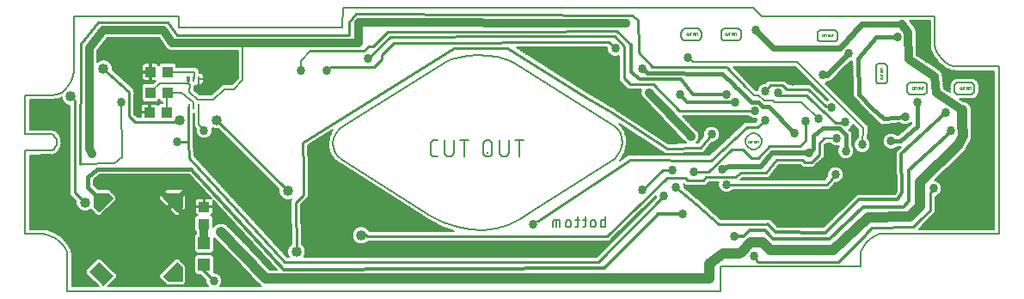
<source format=gbl>
G75*
%MOIN*%
%OFA0B0*%
%FSLAX25Y25*%
%IPPOS*%
%LPD*%
%AMOC8*
5,1,8,0,0,1.08239X$1,22.5*
%
%ADD10C,0.00600*%
%ADD11C,0.00500*%
%ADD12C,0.00800*%
%ADD13C,0.00000*%
%ADD14C,0.00004*%
%ADD15R,0.07480X0.05118*%
%ADD16R,0.07400X0.02700*%
%ADD17R,0.04331X0.03937*%
%ADD18R,0.04724X0.04724*%
%ADD19R,0.03937X0.04331*%
%ADD20R,0.01181X0.02165*%
%ADD21R,0.00984X0.02165*%
%ADD22C,0.03378*%
%ADD23C,0.01600*%
%ADD24C,0.01200*%
%ADD25C,0.01000*%
%ADD26C,0.04000*%
%ADD27C,0.03200*%
%ADD28C,0.02000*%
%ADD29C,0.02400*%
%ADD30C,0.04000*%
D10*
X0017703Y0038877D02*
X0017703Y0053068D01*
X0017473Y0054223D01*
X0016826Y0055511D01*
X0015826Y0056843D01*
X0014540Y0058131D01*
X0013031Y0059287D01*
X0011367Y0060221D01*
X0009609Y0060847D01*
X0007826Y0061075D01*
X0001300Y0061075D01*
X0001300Y0093285D01*
X0011489Y0093363D01*
X0012380Y0093845D01*
X0013016Y0094600D01*
X0013395Y0095536D01*
X0013520Y0096561D01*
X0013391Y0097585D01*
X0013008Y0098513D01*
X0012374Y0099256D01*
X0011489Y0099720D01*
X0001300Y0099735D01*
X0003050Y0101532D02*
X0003050Y0113003D01*
X0010879Y0113003D01*
X0010986Y0112920D01*
X0011608Y0113003D01*
X0012234Y0113003D01*
X0012330Y0113099D01*
X0013425Y0113244D01*
X0013684Y0113142D01*
X0014137Y0113339D01*
X0014627Y0113404D01*
X0014797Y0113625D01*
X0015447Y0113907D01*
X0015447Y0113637D01*
X0015980Y0112351D01*
X0016964Y0111366D01*
X0018251Y0110833D01*
X0018697Y0110833D01*
X0018697Y0076130D01*
X0020947Y0073880D01*
X0020947Y0072512D01*
X0021480Y0071226D01*
X0022464Y0070241D01*
X0023751Y0069708D01*
X0025143Y0069708D01*
X0026429Y0070241D01*
X0026725Y0070537D01*
X0026772Y0070489D01*
X0027929Y0069334D01*
X0028311Y0068952D01*
X0028317Y0068880D01*
X0028739Y0068524D01*
X0029150Y0068113D01*
X0029226Y0068113D01*
X0029281Y0068067D01*
X0029823Y0068113D01*
X0030394Y0068113D01*
X0030395Y0068114D01*
X0030396Y0068114D01*
X0030448Y0068166D01*
X0030520Y0068172D01*
X0030881Y0068599D01*
X0036120Y0073840D01*
X0036561Y0074280D01*
X0036561Y0074281D01*
X0036562Y0074283D01*
X0036562Y0074902D01*
X0036563Y0075524D01*
X0036562Y0075525D01*
X0036562Y0075527D01*
X0036123Y0075966D01*
X0034620Y0077474D01*
X0034620Y0077475D01*
X0034179Y0077916D01*
X0033743Y0078354D01*
X0033741Y0078354D01*
X0033740Y0078355D01*
X0033120Y0078355D01*
X0032498Y0078356D01*
X0032497Y0078355D01*
X0029564Y0078355D01*
X0027997Y0079922D01*
X0027997Y0082150D01*
X0030048Y0083908D01*
X0064962Y0083908D01*
X0073505Y0074653D01*
X0073364Y0074735D01*
X0073033Y0074823D01*
X0070997Y0074823D01*
X0070997Y0071855D01*
X0070397Y0071855D01*
X0070397Y0074823D01*
X0068360Y0074823D01*
X0068030Y0074735D01*
X0067733Y0074564D01*
X0067491Y0074322D01*
X0067320Y0074025D01*
X0067231Y0073694D01*
X0067231Y0071855D01*
X0070397Y0071855D01*
X0070397Y0071255D01*
X0067231Y0071255D01*
X0067231Y0069415D01*
X0067320Y0069084D01*
X0067491Y0068788D01*
X0067733Y0068546D01*
X0068030Y0068375D01*
X0068196Y0068330D01*
X0067910Y0068330D01*
X0067031Y0067452D01*
X0067031Y0062272D01*
X0067597Y0061707D01*
X0067597Y0061088D01*
X0066835Y0060326D01*
X0066835Y0054359D01*
X0067713Y0053480D01*
X0073680Y0053480D01*
X0074559Y0054359D01*
X0074559Y0059396D01*
X0083189Y0050767D01*
X0091711Y0041771D01*
X0091730Y0041726D01*
X0092189Y0041267D01*
X0092635Y0040796D01*
X0092680Y0040776D01*
X0092714Y0040741D01*
X0092870Y0040677D01*
X0076843Y0040677D01*
X0077150Y0040984D01*
X0077636Y0042156D01*
X0077636Y0043425D01*
X0077150Y0044597D01*
X0076253Y0045494D01*
X0075081Y0045980D01*
X0074448Y0045980D01*
X0074559Y0046091D01*
X0074559Y0052058D01*
X0073680Y0052937D01*
X0067713Y0052937D01*
X0066835Y0052058D01*
X0066835Y0046091D01*
X0067713Y0045212D01*
X0069089Y0045212D01*
X0069657Y0044600D01*
X0069698Y0044599D01*
X0071258Y0043025D01*
X0071258Y0042156D01*
X0071743Y0040984D01*
X0072051Y0040677D01*
X0033652Y0040677D01*
X0036887Y0043911D01*
X0036887Y0045361D01*
X0035862Y0046386D01*
X0035598Y0046386D01*
X0030530Y0051454D01*
X0029288Y0051454D01*
X0029261Y0051427D01*
X0029226Y0051427D01*
X0029226Y0051427D01*
X0029225Y0051427D01*
X0028766Y0050968D01*
X0025606Y0047808D01*
X0025078Y0047280D01*
X0024726Y0046929D01*
X0024726Y0046929D01*
X0024726Y0046928D01*
X0024726Y0046313D01*
X0024726Y0045684D01*
X0025224Y0045187D01*
X0025606Y0044804D01*
X0025606Y0044804D01*
X0029734Y0040677D01*
X0019503Y0040677D01*
X0019503Y0052522D01*
X0019614Y0052688D01*
X0019503Y0053245D01*
X0019503Y0053813D01*
X0019362Y0053955D01*
X0019331Y0054109D01*
X0019416Y0054365D01*
X0019190Y0054814D01*
X0019092Y0055306D01*
X0018868Y0055456D01*
X0018687Y0055815D01*
X0018713Y0055995D01*
X0018362Y0056463D01*
X0018099Y0056986D01*
X0017927Y0057043D01*
X0017627Y0057443D01*
X0017627Y0057588D01*
X0017190Y0058025D01*
X0016819Y0058520D01*
X0016675Y0058540D01*
X0016244Y0058972D01*
X0016226Y0059107D01*
X0015729Y0059488D01*
X0015286Y0059931D01*
X0015150Y0059931D01*
X0014602Y0060351D01*
X0014563Y0060491D01*
X0014024Y0060794D01*
X0013534Y0061169D01*
X0013390Y0061150D01*
X0012747Y0061511D01*
X0012673Y0061667D01*
X0012114Y0061866D01*
X0011598Y0062156D01*
X0011431Y0062109D01*
X0010710Y0062366D01*
X0010577Y0062538D01*
X0010030Y0062608D01*
X0009511Y0062793D01*
X0009314Y0062699D01*
X0008664Y0062782D01*
X0008571Y0062875D01*
X0007940Y0062875D01*
X0007314Y0062955D01*
X0007211Y0062875D01*
X0003100Y0062875D01*
X0003100Y0091499D01*
X0011232Y0091561D01*
X0011688Y0091425D01*
X0011950Y0091567D01*
X0012248Y0091569D01*
X0012582Y0091908D01*
X0012907Y0092084D01*
X0013277Y0092115D01*
X0013537Y0092424D01*
X0013892Y0092615D01*
X0013998Y0092972D01*
X0014115Y0093110D01*
X0014404Y0093232D01*
X0014577Y0093659D01*
X0014873Y0094011D01*
X0014846Y0094323D01*
X0014883Y0094415D01*
X0015092Y0094579D01*
X0015153Y0095081D01*
X0015344Y0095551D01*
X0015240Y0095795D01*
X0015247Y0095851D01*
X0015399Y0096047D01*
X0015333Y0096566D01*
X0015396Y0097085D01*
X0015243Y0097280D01*
X0015236Y0097335D01*
X0015339Y0097580D01*
X0015146Y0098048D01*
X0015083Y0098550D01*
X0014873Y0098713D01*
X0014836Y0098801D01*
X0014861Y0099116D01*
X0014563Y0099464D01*
X0014389Y0099888D01*
X0014097Y0100010D01*
X0013982Y0100144D01*
X0013870Y0100504D01*
X0013517Y0100689D01*
X0013258Y0100992D01*
X0012883Y0101021D01*
X0012569Y0101186D01*
X0012237Y0101519D01*
X0011933Y0101519D01*
X0011664Y0101660D01*
X0011215Y0101520D01*
X0003050Y0101532D01*
X0003050Y0101545D02*
X0011294Y0101545D01*
X0011884Y0101545D02*
X0018697Y0101545D01*
X0018697Y0102143D02*
X0003050Y0102143D01*
X0003050Y0102742D02*
X0018697Y0102742D01*
X0018697Y0103340D02*
X0003050Y0103340D01*
X0003050Y0103939D02*
X0018697Y0103939D01*
X0018697Y0104537D02*
X0003050Y0104537D01*
X0003050Y0105136D02*
X0018697Y0105136D01*
X0018697Y0105734D02*
X0003050Y0105734D01*
X0003050Y0106333D02*
X0018697Y0106333D01*
X0018697Y0106931D02*
X0003050Y0106931D01*
X0003050Y0107530D02*
X0018697Y0107530D01*
X0018697Y0108128D02*
X0003050Y0108128D01*
X0003050Y0108727D02*
X0018697Y0108727D01*
X0018697Y0109325D02*
X0003050Y0109325D01*
X0003050Y0109924D02*
X0018697Y0109924D01*
X0018697Y0110522D02*
X0003050Y0110522D01*
X0003050Y0111121D02*
X0017557Y0111121D01*
X0016611Y0111719D02*
X0003050Y0111719D01*
X0003050Y0112318D02*
X0016013Y0112318D01*
X0015745Y0112916D02*
X0003050Y0112916D01*
X0001300Y0114803D02*
X0011489Y0114803D01*
X0013651Y0115090D01*
X0015486Y0115887D01*
X0017005Y0117096D01*
X0018220Y0118620D01*
X0019144Y0120362D01*
X0019789Y0122225D01*
X0020167Y0124111D01*
X0020291Y0125924D01*
X0020291Y0145461D01*
X0033204Y0137108D02*
X0053087Y0137108D01*
X0055439Y0133675D01*
X0055554Y0133400D01*
X0055784Y0133171D01*
X0055968Y0132903D01*
X0056217Y0132740D01*
X0056429Y0132530D01*
X0056729Y0132407D01*
X0057001Y0132230D01*
X0057294Y0132175D01*
X0057570Y0132062D01*
X0057894Y0132063D01*
X0058213Y0132003D01*
X0058505Y0132065D01*
X0072529Y0132108D01*
X0083797Y0132108D01*
X0083797Y0121495D01*
X0081410Y0119108D01*
X0078753Y0119108D01*
X0078023Y0119151D01*
X0077974Y0119108D01*
X0077910Y0119108D01*
X0077393Y0118591D01*
X0073474Y0115108D01*
X0068891Y0115108D01*
X0066898Y0116788D01*
X0066951Y0118168D01*
X0066993Y0118211D01*
X0066987Y0118539D01*
X0067810Y0118539D01*
X0068010Y0118739D01*
X0068665Y0118739D01*
X0068665Y0119394D01*
X0068665Y0119394D01*
X0068665Y0118739D01*
X0069329Y0118739D01*
X0069659Y0118828D01*
X0069956Y0118999D01*
X0070198Y0119241D01*
X0070369Y0119537D01*
X0070457Y0119868D01*
X0070457Y0121122D01*
X0070457Y0122376D01*
X0070369Y0122706D01*
X0070198Y0123003D01*
X0069956Y0123245D01*
X0069659Y0123416D01*
X0069329Y0123504D01*
X0068847Y0123504D01*
X0068847Y0124620D01*
X0067734Y0125733D01*
X0060012Y0125733D01*
X0060012Y0126620D01*
X0059133Y0127499D01*
X0053953Y0127499D01*
X0053075Y0126620D01*
X0053075Y0126334D01*
X0053030Y0126500D01*
X0052859Y0126797D01*
X0052617Y0127039D01*
X0052321Y0127210D01*
X0051990Y0127299D01*
X0050150Y0127299D01*
X0050150Y0124133D01*
X0049550Y0124133D01*
X0049550Y0123533D01*
X0046582Y0123533D01*
X0046582Y0121497D01*
X0046670Y0121166D01*
X0046842Y0120870D01*
X0047084Y0120628D01*
X0047380Y0120457D01*
X0047711Y0120368D01*
X0049550Y0120368D01*
X0049550Y0123533D01*
X0050150Y0123533D01*
X0050150Y0120368D01*
X0051842Y0120368D01*
X0050834Y0119499D01*
X0047261Y0119499D01*
X0046382Y0118620D01*
X0046382Y0113047D01*
X0047261Y0112168D01*
X0052440Y0112168D01*
X0053197Y0112925D01*
X0053953Y0112168D01*
X0054422Y0112168D01*
X0054422Y0111677D01*
X0053507Y0111677D01*
X0052805Y0110976D01*
X0052564Y0111217D01*
X0052268Y0111388D01*
X0051937Y0111477D01*
X0049900Y0111477D01*
X0049900Y0108508D01*
X0049300Y0108508D01*
X0049300Y0107908D01*
X0046135Y0107908D01*
X0046135Y0106458D01*
X0044775Y0106458D01*
X0043697Y0107537D01*
X0043697Y0115316D01*
X0043738Y0115361D01*
X0043697Y0116136D01*
X0043697Y0116912D01*
X0043654Y0116955D01*
X0043651Y0117016D01*
X0043074Y0117535D01*
X0042525Y0118083D01*
X0042464Y0118083D01*
X0035197Y0124624D01*
X0035197Y0125780D01*
X0034664Y0127066D01*
X0033679Y0128050D01*
X0032393Y0128583D01*
X0031001Y0128583D01*
X0029714Y0128050D01*
X0029297Y0127633D01*
X0029297Y0132136D01*
X0033204Y0137108D01*
X0033006Y0136857D02*
X0053260Y0136857D01*
X0053670Y0136258D02*
X0032536Y0136258D01*
X0032065Y0135660D02*
X0054080Y0135660D01*
X0054489Y0135061D02*
X0031595Y0135061D01*
X0031125Y0134463D02*
X0054899Y0134463D01*
X0055309Y0133864D02*
X0030655Y0133864D01*
X0030184Y0133266D02*
X0055689Y0133266D01*
X0056291Y0132667D02*
X0029714Y0132667D01*
X0029297Y0132069D02*
X0057553Y0132069D01*
X0059774Y0132069D02*
X0083797Y0132069D01*
X0083797Y0131470D02*
X0029297Y0131470D01*
X0029297Y0130872D02*
X0083797Y0130872D01*
X0083797Y0130273D02*
X0029297Y0130273D01*
X0029297Y0129675D02*
X0083797Y0129675D01*
X0083797Y0129076D02*
X0029297Y0129076D01*
X0029297Y0128478D02*
X0030745Y0128478D01*
X0029543Y0127879D02*
X0029297Y0127879D01*
X0032648Y0128478D02*
X0083797Y0128478D01*
X0083797Y0127879D02*
X0033851Y0127879D01*
X0034449Y0127281D02*
X0047643Y0127281D01*
X0047711Y0127299D02*
X0047380Y0127210D01*
X0047084Y0127039D01*
X0046842Y0126797D01*
X0046670Y0126500D01*
X0046582Y0126170D01*
X0046582Y0124133D01*
X0049550Y0124133D01*
X0049550Y0127299D01*
X0047711Y0127299D01*
X0046775Y0126682D02*
X0034823Y0126682D01*
X0035071Y0126084D02*
X0046582Y0126084D01*
X0046582Y0125485D02*
X0035197Y0125485D01*
X0035197Y0124887D02*
X0046582Y0124887D01*
X0046582Y0124288D02*
X0035570Y0124288D01*
X0036235Y0123689D02*
X0049550Y0123689D01*
X0049550Y0123091D02*
X0050150Y0123091D01*
X0050150Y0122492D02*
X0049550Y0122492D01*
X0049550Y0121894D02*
X0050150Y0121894D01*
X0050150Y0121295D02*
X0049550Y0121295D01*
X0049550Y0120697D02*
X0050150Y0120697D01*
X0050835Y0119500D02*
X0040890Y0119500D01*
X0040225Y0120098D02*
X0051529Y0120098D01*
X0050150Y0124288D02*
X0049550Y0124288D01*
X0049550Y0124887D02*
X0050150Y0124887D01*
X0050150Y0125485D02*
X0049550Y0125485D01*
X0049550Y0126084D02*
X0050150Y0126084D01*
X0050150Y0126682D02*
X0049550Y0126682D01*
X0049550Y0127281D02*
X0050150Y0127281D01*
X0052058Y0127281D02*
X0053735Y0127281D01*
X0053137Y0126682D02*
X0052925Y0126682D01*
X0059351Y0127281D02*
X0083797Y0127281D01*
X0083797Y0126682D02*
X0059950Y0126682D01*
X0060012Y0126084D02*
X0083797Y0126084D01*
X0083797Y0125485D02*
X0067982Y0125485D01*
X0068581Y0124887D02*
X0083797Y0124887D01*
X0083797Y0124288D02*
X0068847Y0124288D01*
X0068847Y0123689D02*
X0083797Y0123689D01*
X0083797Y0123091D02*
X0070109Y0123091D01*
X0070426Y0122492D02*
X0083797Y0122492D01*
X0083797Y0121894D02*
X0070457Y0121894D01*
X0070457Y0121295D02*
X0083597Y0121295D01*
X0082998Y0120697D02*
X0070457Y0120697D01*
X0070457Y0121122D02*
X0068847Y0121122D01*
X0070457Y0121122D01*
X0070457Y0120098D02*
X0082400Y0120098D01*
X0081801Y0119500D02*
X0070347Y0119500D01*
X0069787Y0118901D02*
X0077703Y0118901D01*
X0077068Y0118303D02*
X0066991Y0118303D01*
X0066933Y0117704D02*
X0076395Y0117704D01*
X0075722Y0117106D02*
X0066910Y0117106D01*
X0067231Y0116507D02*
X0075048Y0116507D01*
X0074375Y0115909D02*
X0067941Y0115909D01*
X0068651Y0115310D02*
X0073702Y0115310D01*
X0068665Y0118901D02*
X0068665Y0118901D01*
X0068847Y0121122D02*
X0068847Y0121122D01*
X0053804Y0112318D02*
X0052590Y0112318D01*
X0053189Y0112916D02*
X0053205Y0112916D01*
X0054422Y0111719D02*
X0043697Y0111719D01*
X0043697Y0111121D02*
X0046540Y0111121D01*
X0046637Y0111217D02*
X0046395Y0110975D01*
X0046224Y0110679D01*
X0046135Y0110348D01*
X0046135Y0108508D01*
X0049300Y0108508D01*
X0049300Y0111477D01*
X0047264Y0111477D01*
X0046933Y0111388D01*
X0046637Y0111217D01*
X0046182Y0110522D02*
X0043697Y0110522D01*
X0043697Y0109924D02*
X0046135Y0109924D01*
X0046135Y0109325D02*
X0043697Y0109325D01*
X0043697Y0108727D02*
X0046135Y0108727D01*
X0046135Y0107530D02*
X0043704Y0107530D01*
X0043697Y0108128D02*
X0049300Y0108128D01*
X0049300Y0108727D02*
X0049900Y0108727D01*
X0049900Y0109325D02*
X0049300Y0109325D01*
X0049300Y0109924D02*
X0049900Y0109924D01*
X0049900Y0110522D02*
X0049300Y0110522D01*
X0049300Y0111121D02*
X0049900Y0111121D01*
X0052660Y0111121D02*
X0052951Y0111121D01*
X0047111Y0112318D02*
X0043697Y0112318D01*
X0043697Y0112916D02*
X0046512Y0112916D01*
X0046382Y0113515D02*
X0043697Y0113515D01*
X0043697Y0114113D02*
X0046382Y0114113D01*
X0046382Y0114712D02*
X0043697Y0114712D01*
X0043697Y0115310D02*
X0046382Y0115310D01*
X0046382Y0115909D02*
X0043709Y0115909D01*
X0043697Y0116507D02*
X0046382Y0116507D01*
X0046382Y0117106D02*
X0043550Y0117106D01*
X0042904Y0117704D02*
X0046382Y0117704D01*
X0046382Y0118303D02*
X0042220Y0118303D01*
X0041555Y0118901D02*
X0046663Y0118901D01*
X0047014Y0120697D02*
X0039560Y0120697D01*
X0038895Y0121295D02*
X0046636Y0121295D01*
X0046582Y0121894D02*
X0038230Y0121894D01*
X0037565Y0122492D02*
X0046582Y0122492D01*
X0046582Y0123091D02*
X0036900Y0123091D01*
X0015498Y0113515D02*
X0014712Y0113515D01*
X0013297Y0100946D02*
X0018697Y0100946D01*
X0018697Y0100348D02*
X0013919Y0100348D01*
X0014446Y0099749D02*
X0018697Y0099749D01*
X0018697Y0099151D02*
X0014832Y0099151D01*
X0015080Y0098552D02*
X0018697Y0098552D01*
X0018697Y0097954D02*
X0015185Y0097954D01*
X0015245Y0097355D02*
X0018697Y0097355D01*
X0018697Y0096756D02*
X0015357Y0096756D01*
X0015385Y0096158D02*
X0018697Y0096158D01*
X0018697Y0095559D02*
X0015340Y0095559D01*
X0015139Y0094961D02*
X0018697Y0094961D01*
X0018697Y0094362D02*
X0014862Y0094362D01*
X0014665Y0093764D02*
X0018697Y0093764D01*
X0018697Y0093165D02*
X0014245Y0093165D01*
X0013802Y0092567D02*
X0018697Y0092567D01*
X0018697Y0091968D02*
X0012693Y0091968D01*
X0018697Y0091370D02*
X0003100Y0091370D01*
X0003100Y0090771D02*
X0018697Y0090771D01*
X0018697Y0090173D02*
X0003100Y0090173D01*
X0003100Y0089574D02*
X0018697Y0089574D01*
X0018697Y0088976D02*
X0003100Y0088976D01*
X0003100Y0088377D02*
X0018697Y0088377D01*
X0018697Y0087779D02*
X0003100Y0087779D01*
X0003100Y0087180D02*
X0018697Y0087180D01*
X0018697Y0086582D02*
X0003100Y0086582D01*
X0003100Y0085983D02*
X0018697Y0085983D01*
X0018697Y0085385D02*
X0003100Y0085385D01*
X0003100Y0084786D02*
X0018697Y0084786D01*
X0018697Y0084188D02*
X0003100Y0084188D01*
X0003100Y0083589D02*
X0018697Y0083589D01*
X0018697Y0082991D02*
X0003100Y0082991D01*
X0003100Y0082392D02*
X0018697Y0082392D01*
X0018697Y0081794D02*
X0003100Y0081794D01*
X0003100Y0081195D02*
X0018697Y0081195D01*
X0018697Y0080597D02*
X0003100Y0080597D01*
X0003100Y0079998D02*
X0018697Y0079998D01*
X0018697Y0079400D02*
X0003100Y0079400D01*
X0003100Y0078801D02*
X0018697Y0078801D01*
X0018697Y0078203D02*
X0003100Y0078203D01*
X0003100Y0077604D02*
X0018697Y0077604D01*
X0018697Y0077006D02*
X0003100Y0077006D01*
X0003100Y0076407D02*
X0018697Y0076407D01*
X0019018Y0075809D02*
X0003100Y0075809D01*
X0003100Y0075210D02*
X0019617Y0075210D01*
X0020215Y0074612D02*
X0003100Y0074612D01*
X0003100Y0074013D02*
X0020814Y0074013D01*
X0020947Y0073415D02*
X0003100Y0073415D01*
X0003100Y0072816D02*
X0020947Y0072816D01*
X0021069Y0072218D02*
X0003100Y0072218D01*
X0003100Y0071619D02*
X0021317Y0071619D01*
X0021685Y0071020D02*
X0003100Y0071020D01*
X0003100Y0070422D02*
X0022283Y0070422D01*
X0023473Y0069823D02*
X0003100Y0069823D01*
X0003100Y0069225D02*
X0028038Y0069225D01*
X0028617Y0068626D02*
X0003100Y0068626D01*
X0003100Y0068028D02*
X0067608Y0068028D01*
X0067653Y0068626D02*
X0061268Y0068626D01*
X0061200Y0068558D02*
X0061632Y0068990D01*
X0063147Y0070505D01*
X0063579Y0070937D01*
X0063579Y0070937D01*
X0063580Y0070938D01*
X0063580Y0071570D01*
X0063582Y0076229D01*
X0063582Y0076840D01*
X0063582Y0077473D01*
X0063582Y0077473D01*
X0063582Y0077474D01*
X0063134Y0077922D01*
X0062703Y0078353D01*
X0062702Y0078353D01*
X0062702Y0078354D01*
X0062087Y0078354D01*
X0061458Y0078354D01*
X0057413Y0078354D01*
X0056821Y0078354D01*
X0056169Y0078354D01*
X0056169Y0078354D01*
X0056169Y0078354D01*
X0055728Y0077913D01*
X0055289Y0077474D01*
X0053773Y0075958D01*
X0053341Y0075526D01*
X0053341Y0075526D01*
X0053341Y0075526D01*
X0053341Y0074904D01*
X0053340Y0074282D01*
X0053341Y0074282D01*
X0053341Y0074281D01*
X0053786Y0073836D01*
X0058628Y0068990D01*
X0059078Y0068540D01*
X0059507Y0068111D01*
X0059508Y0068111D01*
X0059508Y0068110D01*
X0060130Y0068110D01*
X0060751Y0068110D01*
X0060752Y0068110D01*
X0061200Y0068558D01*
X0061632Y0068990D02*
X0061632Y0068990D01*
X0061867Y0069225D02*
X0067282Y0069225D01*
X0067231Y0069823D02*
X0062465Y0069823D01*
X0063064Y0070422D02*
X0067231Y0070422D01*
X0067231Y0071020D02*
X0063580Y0071020D01*
X0063580Y0071619D02*
X0070397Y0071619D01*
X0070397Y0072218D02*
X0070997Y0072218D01*
X0070997Y0071855D02*
X0074162Y0071855D01*
X0074162Y0073694D01*
X0074074Y0074025D01*
X0074054Y0074058D01*
X0098839Y0047208D01*
X0096202Y0047208D01*
X0088683Y0055146D01*
X0088664Y0055191D01*
X0088205Y0055650D01*
X0087759Y0056121D01*
X0087714Y0056141D01*
X0079179Y0064675D01*
X0077893Y0065208D01*
X0076501Y0065208D01*
X0075214Y0064675D01*
X0074362Y0063823D01*
X0074362Y0067452D01*
X0073484Y0068330D01*
X0073198Y0068330D01*
X0073364Y0068375D01*
X0073660Y0068546D01*
X0073902Y0068788D01*
X0074074Y0069084D01*
X0074162Y0069415D01*
X0074162Y0071255D01*
X0070997Y0071255D01*
X0070997Y0071855D01*
X0070997Y0071619D02*
X0076306Y0071619D01*
X0076858Y0071020D02*
X0074162Y0071020D01*
X0074162Y0070422D02*
X0077411Y0070422D01*
X0077963Y0069823D02*
X0074162Y0069823D01*
X0074111Y0069225D02*
X0078516Y0069225D01*
X0079068Y0068626D02*
X0073741Y0068626D01*
X0073786Y0068028D02*
X0079621Y0068028D01*
X0080173Y0067429D02*
X0074362Y0067429D01*
X0074362Y0066831D02*
X0080726Y0066831D01*
X0081278Y0066232D02*
X0074362Y0066232D01*
X0074362Y0065634D02*
X0081831Y0065634D01*
X0082383Y0065035D02*
X0078311Y0065035D01*
X0079418Y0064437D02*
X0082936Y0064437D01*
X0083488Y0063838D02*
X0080017Y0063838D01*
X0080615Y0063240D02*
X0084041Y0063240D01*
X0084593Y0062641D02*
X0081214Y0062641D01*
X0081812Y0062043D02*
X0085146Y0062043D01*
X0085698Y0061444D02*
X0082411Y0061444D01*
X0083009Y0060846D02*
X0086251Y0060846D01*
X0086803Y0060247D02*
X0083608Y0060247D01*
X0084206Y0059649D02*
X0087355Y0059649D01*
X0087908Y0059050D02*
X0084805Y0059050D01*
X0085403Y0058452D02*
X0088460Y0058452D01*
X0089013Y0057853D02*
X0086002Y0057853D01*
X0086600Y0057255D02*
X0089565Y0057255D01*
X0090118Y0056656D02*
X0087199Y0056656D01*
X0087819Y0056058D02*
X0090670Y0056058D01*
X0091223Y0055459D02*
X0088396Y0055459D01*
X0088953Y0054861D02*
X0091775Y0054861D01*
X0092328Y0054262D02*
X0089520Y0054262D01*
X0090087Y0053664D02*
X0092880Y0053664D01*
X0093433Y0053065D02*
X0090654Y0053065D01*
X0091221Y0052467D02*
X0093985Y0052467D01*
X0094538Y0051868D02*
X0091788Y0051868D01*
X0092355Y0051270D02*
X0095090Y0051270D01*
X0095643Y0050671D02*
X0092922Y0050671D01*
X0093489Y0050073D02*
X0096195Y0050073D01*
X0096747Y0049474D02*
X0094056Y0049474D01*
X0094623Y0048876D02*
X0097300Y0048876D01*
X0097852Y0048277D02*
X0095190Y0048277D01*
X0095757Y0047679D02*
X0098405Y0047679D01*
X0090650Y0042890D02*
X0077636Y0042890D01*
X0077636Y0042292D02*
X0091217Y0042292D01*
X0091762Y0041693D02*
X0077444Y0041693D01*
X0077196Y0041095D02*
X0092351Y0041095D01*
X0090083Y0043489D02*
X0077609Y0043489D01*
X0077361Y0044087D02*
X0089516Y0044087D01*
X0088949Y0044686D02*
X0077062Y0044686D01*
X0076463Y0045285D02*
X0088382Y0045285D01*
X0087815Y0045883D02*
X0075315Y0045883D01*
X0074559Y0046482D02*
X0087248Y0046482D01*
X0086681Y0047080D02*
X0074559Y0047080D01*
X0074559Y0047679D02*
X0086114Y0047679D01*
X0085547Y0048277D02*
X0074559Y0048277D01*
X0074559Y0048876D02*
X0084980Y0048876D01*
X0084413Y0049474D02*
X0074559Y0049474D01*
X0074559Y0050073D02*
X0083846Y0050073D01*
X0083279Y0050671D02*
X0074559Y0050671D01*
X0074559Y0051270D02*
X0082686Y0051270D01*
X0082087Y0051868D02*
X0074559Y0051868D01*
X0074150Y0052467D02*
X0081489Y0052467D01*
X0080890Y0053065D02*
X0019539Y0053065D01*
X0019503Y0052467D02*
X0067243Y0052467D01*
X0066835Y0051868D02*
X0019503Y0051868D01*
X0019503Y0051270D02*
X0029068Y0051270D01*
X0028469Y0050671D02*
X0019503Y0050671D01*
X0019503Y0050073D02*
X0027871Y0050073D01*
X0027272Y0049474D02*
X0019503Y0049474D01*
X0019503Y0048876D02*
X0026674Y0048876D01*
X0026075Y0048277D02*
X0019503Y0048277D01*
X0019503Y0047679D02*
X0025476Y0047679D01*
X0025606Y0047808D02*
X0025606Y0047808D01*
X0024878Y0047080D02*
X0019503Y0047080D01*
X0019503Y0046482D02*
X0024726Y0046482D01*
X0024726Y0045883D02*
X0019503Y0045883D01*
X0019503Y0045285D02*
X0025126Y0045285D01*
X0024726Y0045684D02*
X0024726Y0045684D01*
X0024726Y0045684D01*
X0025725Y0044686D02*
X0019503Y0044686D01*
X0019503Y0044087D02*
X0026323Y0044087D01*
X0026922Y0043489D02*
X0019503Y0043489D01*
X0019503Y0042890D02*
X0027520Y0042890D01*
X0028119Y0042292D02*
X0019503Y0042292D01*
X0019503Y0041693D02*
X0028717Y0041693D01*
X0029316Y0041095D02*
X0019503Y0041095D01*
X0017703Y0038877D02*
X0270858Y0038877D01*
X0270858Y0048361D01*
X0325066Y0048361D01*
X0325066Y0052254D01*
X0325344Y0054111D01*
X0326094Y0055804D01*
X0327194Y0057307D01*
X0328519Y0058595D01*
X0329946Y0059641D01*
X0331351Y0060421D01*
X0332610Y0060907D01*
X0333600Y0061075D01*
X0378794Y0061075D01*
X0378794Y0125924D01*
X0362585Y0125935D01*
X0362309Y0125929D01*
X0360773Y0126160D01*
X0359276Y0126796D01*
X0357869Y0127750D01*
X0356599Y0128933D01*
X0355516Y0130256D01*
X0354668Y0131631D01*
X0354104Y0132969D01*
X0353872Y0134183D01*
X0353849Y0145461D01*
X0286803Y0145461D01*
X0283611Y0148568D01*
X0124439Y0148568D01*
X0124178Y0141164D01*
X0060762Y0141013D01*
X0060762Y0145461D01*
X0066697Y0107712D02*
X0066765Y0107712D01*
X0066765Y0102578D01*
X0067508Y0101835D01*
X0067508Y0100574D01*
X0067993Y0099402D01*
X0068890Y0098505D01*
X0070063Y0098019D01*
X0071331Y0098019D01*
X0072503Y0098505D01*
X0073400Y0099402D01*
X0073886Y0100574D01*
X0073886Y0101843D01*
X0073785Y0102087D01*
X0075001Y0101583D01*
X0076368Y0101583D01*
X0099697Y0078255D01*
X0099697Y0076887D01*
X0100230Y0075601D01*
X0101214Y0074616D01*
X0102501Y0074083D01*
X0103893Y0074083D01*
X0104669Y0074405D01*
X0104288Y0074016D01*
X0104288Y0074008D01*
X0104283Y0074003D01*
X0104297Y0073180D01*
X0104466Y0057077D01*
X0103530Y0056141D01*
X0102997Y0054855D01*
X0102997Y0053462D01*
X0103516Y0052208D01*
X0102822Y0052208D01*
X0066753Y0091236D01*
X0066622Y0096724D01*
X0066693Y0106001D01*
X0066697Y0106005D01*
X0066697Y0106451D01*
X0066703Y0107271D01*
X0066697Y0107278D01*
X0066697Y0107712D01*
X0066697Y0107530D02*
X0066765Y0107530D01*
X0066765Y0106931D02*
X0066701Y0106931D01*
X0066697Y0106333D02*
X0066765Y0106333D01*
X0066765Y0105734D02*
X0066691Y0105734D01*
X0066687Y0105136D02*
X0066765Y0105136D01*
X0066765Y0104537D02*
X0066682Y0104537D01*
X0066678Y0103939D02*
X0066765Y0103939D01*
X0066765Y0103340D02*
X0066673Y0103340D01*
X0066668Y0102742D02*
X0066765Y0102742D01*
X0066664Y0102143D02*
X0067200Y0102143D01*
X0067508Y0101545D02*
X0066659Y0101545D01*
X0066654Y0100946D02*
X0067508Y0100946D01*
X0067602Y0100348D02*
X0066650Y0100348D01*
X0066645Y0099749D02*
X0067850Y0099749D01*
X0068245Y0099151D02*
X0066641Y0099151D01*
X0066636Y0098552D02*
X0068843Y0098552D01*
X0066631Y0097954D02*
X0079998Y0097954D01*
X0079400Y0098552D02*
X0072550Y0098552D01*
X0073149Y0099151D02*
X0078801Y0099151D01*
X0078203Y0099749D02*
X0073544Y0099749D01*
X0073792Y0100348D02*
X0077604Y0100348D01*
X0077006Y0100946D02*
X0073886Y0100946D01*
X0073886Y0101545D02*
X0076407Y0101545D01*
X0080597Y0097355D02*
X0066627Y0097355D01*
X0066622Y0096756D02*
X0081195Y0096756D01*
X0081794Y0096158D02*
X0066636Y0096158D01*
X0066650Y0095559D02*
X0082392Y0095559D01*
X0082991Y0094961D02*
X0066664Y0094961D01*
X0066678Y0094362D02*
X0083589Y0094362D01*
X0084188Y0093764D02*
X0066693Y0093764D01*
X0066707Y0093165D02*
X0084786Y0093165D01*
X0085385Y0092567D02*
X0066721Y0092567D01*
X0066736Y0091968D02*
X0085983Y0091968D01*
X0086582Y0091370D02*
X0066750Y0091370D01*
X0067183Y0090771D02*
X0087180Y0090771D01*
X0087779Y0090173D02*
X0067736Y0090173D01*
X0068289Y0089574D02*
X0088377Y0089574D01*
X0088976Y0088976D02*
X0068842Y0088976D01*
X0069395Y0088377D02*
X0089574Y0088377D01*
X0090173Y0087779D02*
X0069948Y0087779D01*
X0070502Y0087180D02*
X0090771Y0087180D01*
X0091370Y0086582D02*
X0071055Y0086582D01*
X0071608Y0085983D02*
X0091968Y0085983D01*
X0092567Y0085385D02*
X0072161Y0085385D01*
X0072714Y0084786D02*
X0093166Y0084786D01*
X0093764Y0084188D02*
X0073267Y0084188D01*
X0073820Y0083589D02*
X0094363Y0083589D01*
X0094961Y0082991D02*
X0074373Y0082991D01*
X0074927Y0082392D02*
X0095560Y0082392D01*
X0096158Y0081794D02*
X0075480Y0081794D01*
X0076033Y0081195D02*
X0096757Y0081195D01*
X0097355Y0080597D02*
X0076586Y0080597D01*
X0077139Y0079998D02*
X0097954Y0079998D01*
X0098552Y0079400D02*
X0077692Y0079400D01*
X0078245Y0078801D02*
X0099151Y0078801D01*
X0099697Y0078203D02*
X0078798Y0078203D01*
X0079352Y0077604D02*
X0099697Y0077604D01*
X0099697Y0077006D02*
X0079905Y0077006D01*
X0080458Y0076407D02*
X0099896Y0076407D01*
X0100144Y0075809D02*
X0081011Y0075809D01*
X0081564Y0075210D02*
X0100620Y0075210D01*
X0101225Y0074612D02*
X0082117Y0074612D01*
X0082670Y0074013D02*
X0104288Y0074013D01*
X0104293Y0073415D02*
X0083223Y0073415D01*
X0083777Y0072816D02*
X0104301Y0072816D01*
X0104307Y0072218D02*
X0084330Y0072218D01*
X0084883Y0071619D02*
X0104313Y0071619D01*
X0104320Y0071020D02*
X0085436Y0071020D01*
X0085989Y0070422D02*
X0104326Y0070422D01*
X0104332Y0069823D02*
X0086542Y0069823D01*
X0087095Y0069225D02*
X0104339Y0069225D01*
X0104345Y0068626D02*
X0087649Y0068626D01*
X0088202Y0068028D02*
X0104351Y0068028D01*
X0104357Y0067429D02*
X0088755Y0067429D01*
X0089308Y0066831D02*
X0104364Y0066831D01*
X0104370Y0066232D02*
X0089861Y0066232D01*
X0090414Y0065634D02*
X0104376Y0065634D01*
X0104383Y0065035D02*
X0090967Y0065035D01*
X0091520Y0064437D02*
X0104389Y0064437D01*
X0104395Y0063838D02*
X0092074Y0063838D01*
X0092627Y0063240D02*
X0104401Y0063240D01*
X0104408Y0062641D02*
X0093180Y0062641D01*
X0093733Y0062043D02*
X0104414Y0062043D01*
X0104420Y0061444D02*
X0094286Y0061444D01*
X0094839Y0060846D02*
X0104427Y0060846D01*
X0104433Y0060247D02*
X0095392Y0060247D01*
X0095945Y0059649D02*
X0104439Y0059649D01*
X0104445Y0059050D02*
X0096499Y0059050D01*
X0097052Y0058452D02*
X0104452Y0058452D01*
X0104458Y0057853D02*
X0097605Y0057853D01*
X0098158Y0057255D02*
X0104464Y0057255D01*
X0104045Y0056656D02*
X0098711Y0056656D01*
X0099264Y0056058D02*
X0103495Y0056058D01*
X0103247Y0055459D02*
X0099817Y0055459D01*
X0100371Y0054861D02*
X0102999Y0054861D01*
X0102997Y0054262D02*
X0100924Y0054262D01*
X0101477Y0053664D02*
X0102997Y0053664D01*
X0103161Y0053065D02*
X0102030Y0053065D01*
X0102583Y0052467D02*
X0103409Y0052467D01*
X0109477Y0052208D02*
X0109997Y0053462D01*
X0109997Y0054855D01*
X0109464Y0056141D01*
X0108479Y0057125D01*
X0108466Y0057131D01*
X0108305Y0072408D01*
X0110623Y0074806D01*
X0111197Y0075380D01*
X0111197Y0075400D01*
X0111211Y0075414D01*
X0111197Y0076226D01*
X0111197Y0085408D01*
X0111216Y0085429D01*
X0111197Y0086233D01*
X0111197Y0087037D01*
X0111177Y0087057D01*
X0110974Y0095366D01*
X0120473Y0101292D01*
X0120322Y0100962D01*
X0119998Y0100576D01*
X0120022Y0100309D01*
X0119550Y0099279D01*
X0119331Y0099120D01*
X0119251Y0098625D01*
X0119042Y0098169D01*
X0119136Y0097915D01*
X0118974Y0096908D01*
X0118805Y0096700D01*
X0118859Y0096198D01*
X0118779Y0095701D01*
X0118935Y0095484D01*
X0119037Y0094533D01*
X0118930Y0094289D01*
X0119113Y0093817D01*
X0119167Y0093314D01*
X0119374Y0093147D01*
X0119711Y0092279D01*
X0119672Y0092013D01*
X0119972Y0091608D01*
X0120154Y0091139D01*
X0120400Y0091031D01*
X0120965Y0090270D01*
X0121001Y0089995D01*
X0121393Y0089692D01*
X0121688Y0089295D01*
X0121962Y0089254D01*
X0122611Y0088755D01*
X0122631Y0088663D01*
X0123192Y0088307D01*
X0123717Y0087902D01*
X0123811Y0087914D01*
X0156745Y0067021D01*
X0156772Y0066937D01*
X0157365Y0066628D01*
X0157930Y0066270D01*
X0158016Y0066289D01*
X0162159Y0064130D01*
X0162222Y0063999D01*
X0162804Y0063794D01*
X0163352Y0063508D01*
X0163491Y0063552D01*
X0167599Y0062105D01*
X0167614Y0062083D01*
X0134900Y0062083D01*
X0134614Y0062369D01*
X0134564Y0062491D01*
X0133579Y0063475D01*
X0132293Y0064008D01*
X0130901Y0064008D01*
X0129614Y0063475D01*
X0128630Y0062491D01*
X0128097Y0061205D01*
X0128097Y0059812D01*
X0128630Y0058526D01*
X0129614Y0057541D01*
X0130901Y0057008D01*
X0132293Y0057008D01*
X0133579Y0057541D01*
X0134122Y0058083D01*
X0226936Y0058083D01*
X0227753Y0058074D01*
X0227763Y0058083D01*
X0227775Y0058083D01*
X0228354Y0058662D01*
X0245758Y0075692D01*
X0245758Y0075223D01*
X0222743Y0052208D01*
X0109477Y0052208D01*
X0109584Y0052467D02*
X0223002Y0052467D01*
X0223600Y0053065D02*
X0109832Y0053065D01*
X0109997Y0053664D02*
X0224199Y0053664D01*
X0224797Y0054262D02*
X0109997Y0054262D01*
X0109994Y0054861D02*
X0225396Y0054861D01*
X0225994Y0055459D02*
X0109746Y0055459D01*
X0109498Y0056058D02*
X0226593Y0056058D01*
X0227191Y0056656D02*
X0108949Y0056656D01*
X0108464Y0057255D02*
X0130306Y0057255D01*
X0129302Y0057853D02*
X0108458Y0057853D01*
X0108452Y0058452D02*
X0128704Y0058452D01*
X0128412Y0059050D02*
X0108446Y0059050D01*
X0108439Y0059649D02*
X0128165Y0059649D01*
X0128097Y0060247D02*
X0108433Y0060247D01*
X0108427Y0060846D02*
X0128097Y0060846D01*
X0128196Y0061444D02*
X0108420Y0061444D01*
X0108414Y0062043D02*
X0128444Y0062043D01*
X0128780Y0062641D02*
X0108408Y0062641D01*
X0108402Y0063240D02*
X0129379Y0063240D01*
X0130490Y0063838D02*
X0108395Y0063838D01*
X0108389Y0064437D02*
X0161570Y0064437D01*
X0162677Y0063838D02*
X0132703Y0063838D01*
X0133815Y0063240D02*
X0164377Y0063240D01*
X0166077Y0062641D02*
X0134414Y0062641D01*
X0133892Y0057853D02*
X0228388Y0057853D01*
X0228144Y0058452D02*
X0228987Y0058452D01*
X0228751Y0059050D02*
X0229585Y0059050D01*
X0229362Y0059649D02*
X0230184Y0059649D01*
X0229974Y0060247D02*
X0230782Y0060247D01*
X0230586Y0060846D02*
X0231381Y0060846D01*
X0231197Y0061444D02*
X0231979Y0061444D01*
X0231809Y0062043D02*
X0232578Y0062043D01*
X0232421Y0062641D02*
X0233176Y0062641D01*
X0233032Y0063240D02*
X0233775Y0063240D01*
X0233644Y0063838D02*
X0234373Y0063838D01*
X0234256Y0064437D02*
X0234972Y0064437D01*
X0234867Y0065035D02*
X0235570Y0065035D01*
X0235479Y0065634D02*
X0236169Y0065634D01*
X0236091Y0066232D02*
X0236768Y0066232D01*
X0236702Y0066831D02*
X0237366Y0066831D01*
X0237314Y0067429D02*
X0237965Y0067429D01*
X0237926Y0068028D02*
X0238563Y0068028D01*
X0238537Y0068626D02*
X0239162Y0068626D01*
X0239149Y0069225D02*
X0239760Y0069225D01*
X0239761Y0069823D02*
X0240359Y0069823D01*
X0240372Y0070422D02*
X0240957Y0070422D01*
X0240984Y0071020D02*
X0241556Y0071020D01*
X0241596Y0071619D02*
X0242154Y0071619D01*
X0242207Y0072218D02*
X0242753Y0072218D01*
X0242819Y0072816D02*
X0243351Y0072816D01*
X0243431Y0073415D02*
X0243950Y0073415D01*
X0244042Y0074013D02*
X0244548Y0074013D01*
X0244654Y0074612D02*
X0245147Y0074612D01*
X0245266Y0075210D02*
X0245745Y0075210D01*
X0256886Y0079092D02*
X0256886Y0079843D01*
X0256640Y0080437D01*
X0257368Y0079708D01*
X0263591Y0079708D01*
X0263777Y0079585D01*
X0264395Y0079708D01*
X0265025Y0079708D01*
X0265183Y0079866D01*
X0265401Y0079910D01*
X0265751Y0080434D01*
X0266197Y0080880D01*
X0266197Y0081103D01*
X0266267Y0081208D01*
X0270159Y0081208D01*
X0270008Y0080843D01*
X0270008Y0079574D01*
X0270493Y0078402D01*
X0271390Y0077505D01*
X0272563Y0077019D01*
X0273831Y0077019D01*
X0275003Y0077505D01*
X0275707Y0078208D01*
X0311455Y0078208D01*
X0311520Y0078152D01*
X0312271Y0078208D01*
X0313025Y0078208D01*
X0313086Y0078269D01*
X0313172Y0078276D01*
X0313664Y0078847D01*
X0314197Y0079380D01*
X0314197Y0079466D01*
X0315329Y0080781D01*
X0316070Y0080781D01*
X0317242Y0081266D01*
X0318139Y0082163D01*
X0318624Y0083335D01*
X0318624Y0084604D01*
X0318139Y0085776D01*
X0317242Y0086673D01*
X0316070Y0087159D01*
X0314801Y0087159D01*
X0313629Y0086673D01*
X0312732Y0085776D01*
X0312246Y0084604D01*
X0312246Y0083335D01*
X0312248Y0083333D01*
X0311280Y0082208D01*
X0278682Y0082208D01*
X0279499Y0082833D01*
X0287981Y0082833D01*
X0288069Y0082762D01*
X0288795Y0082833D01*
X0289525Y0082833D01*
X0289605Y0082913D01*
X0289718Y0082924D01*
X0290181Y0083489D01*
X0290697Y0084005D01*
X0290697Y0084118D01*
X0293643Y0087708D01*
X0301868Y0087708D01*
X0302868Y0086708D01*
X0307025Y0086708D01*
X0310025Y0089708D01*
X0311197Y0090880D01*
X0311197Y0095405D01*
X0311864Y0096102D01*
X0313388Y0096132D01*
X0314140Y0095380D01*
X0315313Y0094894D01*
X0316581Y0094894D01*
X0316717Y0094951D01*
X0316258Y0093843D01*
X0316258Y0092574D01*
X0316743Y0091402D01*
X0317640Y0090505D01*
X0318813Y0090019D01*
X0320081Y0090019D01*
X0321253Y0090505D01*
X0322150Y0091402D01*
X0322636Y0092574D01*
X0322636Y0093843D01*
X0322150Y0095015D01*
X0321747Y0095418D01*
X0321747Y0100411D01*
X0320615Y0101542D01*
X0321128Y0101755D01*
X0322025Y0102652D01*
X0322294Y0103300D01*
X0324359Y0101234D01*
X0324132Y0098335D01*
X0324015Y0098287D01*
X0323118Y0097390D01*
X0322633Y0096218D01*
X0322633Y0094949D01*
X0323118Y0093777D01*
X0324015Y0092880D01*
X0325188Y0092394D01*
X0326456Y0092394D01*
X0327628Y0092880D01*
X0328525Y0093777D01*
X0329011Y0094949D01*
X0329011Y0096218D01*
X0328525Y0097390D01*
X0327917Y0097998D01*
X0328161Y0101111D01*
X0328222Y0101171D01*
X0328222Y0101884D01*
X0328278Y0102594D01*
X0328222Y0102660D01*
X0328222Y0102745D01*
X0327718Y0103249D01*
X0327255Y0103791D01*
X0327169Y0103798D01*
X0311414Y0119554D01*
X0312503Y0120005D01*
X0312507Y0120008D01*
X0312734Y0120008D01*
X0313726Y0120419D01*
X0318575Y0125268D01*
X0321243Y0127769D01*
X0321331Y0127769D01*
X0322031Y0128059D01*
X0322147Y0115225D01*
X0322125Y0114309D01*
X0322155Y0114278D01*
X0322156Y0114235D01*
X0322809Y0113593D01*
X0327437Y0108745D01*
X0327440Y0108657D01*
X0328086Y0108065D01*
X0328691Y0107431D01*
X0328780Y0107429D01*
X0332001Y0104476D01*
X0332010Y0104393D01*
X0332695Y0103840D01*
X0333345Y0103244D01*
X0333428Y0103248D01*
X0333492Y0103196D01*
X0334368Y0103289D01*
X0335249Y0103327D01*
X0335304Y0103388D01*
X0340461Y0103935D01*
X0340640Y0103755D01*
X0341813Y0103269D01*
X0343081Y0103269D01*
X0344253Y0103755D01*
X0344772Y0104273D01*
X0344772Y0103731D01*
X0339813Y0099258D01*
X0339157Y0099258D01*
X0338753Y0099662D01*
X0337581Y0100147D01*
X0336313Y0100147D01*
X0335140Y0099662D01*
X0334243Y0098765D01*
X0333758Y0097593D01*
X0333758Y0096324D01*
X0334243Y0095152D01*
X0335140Y0094255D01*
X0336313Y0093769D01*
X0337581Y0093769D01*
X0338753Y0094255D01*
X0339157Y0094658D01*
X0340638Y0094658D01*
X0340745Y0094653D01*
X0340092Y0094038D01*
X0340025Y0094036D01*
X0339465Y0093447D01*
X0338874Y0092890D01*
X0338872Y0092824D01*
X0338826Y0092775D01*
X0338846Y0091964D01*
X0338822Y0091152D01*
X0338868Y0091103D01*
X0339206Y0077551D01*
X0338432Y0076392D01*
X0333759Y0076333D01*
X0324627Y0076333D01*
X0323767Y0076342D01*
X0323759Y0076333D01*
X0323747Y0076333D01*
X0323139Y0075726D01*
X0310745Y0063569D01*
X0293078Y0063797D01*
X0290067Y0066808D01*
X0288327Y0066808D01*
X0288227Y0066708D01*
X0270983Y0066708D01*
X0263108Y0073689D01*
X0263107Y0073703D01*
X0262490Y0074237D01*
X0261879Y0074779D01*
X0261865Y0074779D01*
X0256886Y0079092D01*
X0256886Y0079400D02*
X0270080Y0079400D01*
X0270008Y0079998D02*
X0265460Y0079998D01*
X0265914Y0080597D02*
X0270008Y0080597D01*
X0270154Y0081195D02*
X0266258Y0081195D01*
X0270328Y0078801D02*
X0257222Y0078801D01*
X0257912Y0078203D02*
X0270693Y0078203D01*
X0271291Y0077604D02*
X0258603Y0077604D01*
X0259294Y0077006D02*
X0338842Y0077006D01*
X0339205Y0077604D02*
X0275103Y0077604D01*
X0275701Y0078203D02*
X0311461Y0078203D01*
X0312195Y0078203D02*
X0339190Y0078203D01*
X0339175Y0078801D02*
X0313624Y0078801D01*
X0314197Y0079400D02*
X0339160Y0079400D01*
X0339145Y0079998D02*
X0314655Y0079998D01*
X0315170Y0080597D02*
X0339130Y0080597D01*
X0339115Y0081195D02*
X0317070Y0081195D01*
X0317769Y0081794D02*
X0339100Y0081794D01*
X0339085Y0082392D02*
X0318234Y0082392D01*
X0318482Y0082991D02*
X0339070Y0082991D01*
X0339055Y0083589D02*
X0318624Y0083589D01*
X0318624Y0084188D02*
X0339040Y0084188D01*
X0339025Y0084786D02*
X0318549Y0084786D01*
X0318301Y0085385D02*
X0339010Y0085385D01*
X0338995Y0085983D02*
X0317932Y0085983D01*
X0317333Y0086582D02*
X0338980Y0086582D01*
X0338965Y0087180D02*
X0307497Y0087180D01*
X0308096Y0087779D02*
X0338951Y0087779D01*
X0338936Y0088377D02*
X0308694Y0088377D01*
X0309293Y0088976D02*
X0338921Y0088976D01*
X0338906Y0089574D02*
X0309891Y0089574D01*
X0310490Y0090173D02*
X0318442Y0090173D01*
X0317374Y0090771D02*
X0311088Y0090771D01*
X0311197Y0091370D02*
X0316775Y0091370D01*
X0316509Y0091968D02*
X0311197Y0091968D01*
X0311197Y0092567D02*
X0316261Y0092567D01*
X0316258Y0093165D02*
X0311197Y0093165D01*
X0311197Y0093764D02*
X0316258Y0093764D01*
X0316473Y0094362D02*
X0311197Y0094362D01*
X0311197Y0094961D02*
X0315152Y0094961D01*
X0313961Y0095559D02*
X0311345Y0095559D01*
X0321747Y0095559D02*
X0322633Y0095559D01*
X0322633Y0094961D02*
X0322173Y0094961D01*
X0322421Y0094362D02*
X0322876Y0094362D01*
X0322636Y0093764D02*
X0323131Y0093764D01*
X0322636Y0093165D02*
X0323730Y0093165D01*
X0324771Y0092567D02*
X0322633Y0092567D01*
X0322385Y0091968D02*
X0338846Y0091968D01*
X0338828Y0091370D02*
X0322118Y0091370D01*
X0321520Y0090771D02*
X0338876Y0090771D01*
X0338891Y0090173D02*
X0320452Y0090173D01*
X0326873Y0092567D02*
X0338831Y0092567D01*
X0339166Y0093165D02*
X0327914Y0093165D01*
X0328512Y0093764D02*
X0339766Y0093764D01*
X0340436Y0094362D02*
X0338861Y0094362D01*
X0335033Y0094362D02*
X0328768Y0094362D01*
X0329011Y0094961D02*
X0334434Y0094961D01*
X0334075Y0095559D02*
X0329011Y0095559D01*
X0329011Y0096158D02*
X0333827Y0096158D01*
X0333758Y0096756D02*
X0328788Y0096756D01*
X0328540Y0097355D02*
X0333758Y0097355D01*
X0333907Y0097954D02*
X0327962Y0097954D01*
X0327960Y0098552D02*
X0334155Y0098552D01*
X0334629Y0099151D02*
X0328007Y0099151D01*
X0328054Y0099749D02*
X0335351Y0099749D01*
X0338543Y0099749D02*
X0340357Y0099749D01*
X0341020Y0100348D02*
X0328101Y0100348D01*
X0328148Y0100946D02*
X0341684Y0100946D01*
X0342348Y0101545D02*
X0328222Y0101545D01*
X0328242Y0102143D02*
X0343011Y0102143D01*
X0343675Y0102742D02*
X0328222Y0102742D01*
X0327640Y0103340D02*
X0333240Y0103340D01*
X0332573Y0103939D02*
X0327029Y0103939D01*
X0326430Y0104537D02*
X0331934Y0104537D01*
X0331281Y0105136D02*
X0325832Y0105136D01*
X0325233Y0105734D02*
X0330629Y0105734D01*
X0329976Y0106333D02*
X0324634Y0106333D01*
X0324036Y0106931D02*
X0329323Y0106931D01*
X0328597Y0107530D02*
X0323437Y0107530D01*
X0322839Y0108128D02*
X0328017Y0108128D01*
X0327437Y0108727D02*
X0322240Y0108727D01*
X0321642Y0109325D02*
X0326883Y0109325D01*
X0326312Y0109924D02*
X0321043Y0109924D01*
X0320445Y0110522D02*
X0325740Y0110522D01*
X0325169Y0111121D02*
X0319846Y0111121D01*
X0319248Y0111719D02*
X0324598Y0111719D01*
X0324026Y0112318D02*
X0318649Y0112318D01*
X0318051Y0112916D02*
X0323455Y0112916D01*
X0322884Y0113515D02*
X0317452Y0113515D01*
X0316854Y0114113D02*
X0322279Y0114113D01*
X0322135Y0114712D02*
X0316255Y0114712D01*
X0315657Y0115310D02*
X0322146Y0115310D01*
X0322140Y0115909D02*
X0315058Y0115909D01*
X0314460Y0116507D02*
X0322135Y0116507D01*
X0322130Y0117106D02*
X0313861Y0117106D01*
X0313263Y0117704D02*
X0322124Y0117704D01*
X0322119Y0118303D02*
X0312664Y0118303D01*
X0312066Y0118901D02*
X0322113Y0118901D01*
X0322108Y0119500D02*
X0311467Y0119500D01*
X0312951Y0120098D02*
X0322103Y0120098D01*
X0322097Y0120697D02*
X0314004Y0120697D01*
X0314602Y0121295D02*
X0322092Y0121295D01*
X0322087Y0121894D02*
X0315201Y0121894D01*
X0315799Y0122492D02*
X0322081Y0122492D01*
X0322076Y0123091D02*
X0316398Y0123091D01*
X0316996Y0123689D02*
X0322070Y0123689D01*
X0322065Y0124288D02*
X0317595Y0124288D01*
X0318193Y0124887D02*
X0322060Y0124887D01*
X0322054Y0125485D02*
X0318806Y0125485D01*
X0319445Y0126084D02*
X0322049Y0126084D01*
X0322043Y0126682D02*
X0320083Y0126682D01*
X0320722Y0127281D02*
X0322038Y0127281D01*
X0322033Y0127879D02*
X0321596Y0127879D01*
X0331091Y0125978D02*
X0331167Y0126223D01*
X0331288Y0126445D01*
X0331448Y0126639D01*
X0331642Y0126799D01*
X0331865Y0126920D01*
X0332109Y0126996D01*
X0332372Y0127023D01*
X0334256Y0127023D01*
X0334519Y0126996D01*
X0334765Y0126920D01*
X0334987Y0126799D01*
X0335181Y0126639D01*
X0335341Y0126445D01*
X0335462Y0126223D01*
X0335538Y0125978D01*
X0335565Y0125715D01*
X0335565Y0120638D01*
X0335538Y0120375D01*
X0335462Y0120130D01*
X0335341Y0119908D01*
X0335181Y0119714D01*
X0334987Y0119554D01*
X0334765Y0119433D01*
X0334519Y0119357D01*
X0334256Y0119330D01*
X0332372Y0119330D01*
X0332109Y0119357D01*
X0331865Y0119433D01*
X0331642Y0119554D01*
X0331448Y0119714D01*
X0331288Y0119908D01*
X0331167Y0120130D01*
X0331091Y0120375D01*
X0331064Y0120638D01*
X0331064Y0125715D01*
X0331091Y0125978D01*
X0343477Y0119106D02*
X0343637Y0119300D01*
X0343831Y0119460D01*
X0344053Y0119581D01*
X0344298Y0119658D01*
X0344561Y0119684D01*
X0349637Y0119684D01*
X0349900Y0119658D01*
X0350145Y0119581D01*
X0350368Y0119460D01*
X0350561Y0119300D01*
X0350722Y0119106D01*
X0350843Y0118884D01*
X0350919Y0118639D01*
X0350946Y0118376D01*
X0350946Y0116492D01*
X0350919Y0116229D01*
X0350843Y0115984D01*
X0350722Y0115761D01*
X0350561Y0115567D01*
X0350368Y0115407D01*
X0350145Y0115286D01*
X0349900Y0115210D01*
X0349637Y0115183D01*
X0344561Y0115183D01*
X0344298Y0115210D01*
X0344053Y0115286D01*
X0343831Y0115407D01*
X0343637Y0115567D01*
X0343477Y0115761D01*
X0343356Y0115984D01*
X0343280Y0116229D01*
X0343253Y0116492D01*
X0343253Y0118376D01*
X0343280Y0118639D01*
X0343356Y0118884D01*
X0343477Y0119106D01*
X0355800Y0124578D02*
X0356140Y0124359D01*
X0356264Y0124181D01*
X0356430Y0124039D01*
X0356613Y0123679D01*
X0356844Y0123346D01*
X0356891Y0123134D01*
X0356989Y0122940D01*
X0357021Y0122537D01*
X0357107Y0122141D01*
X0357069Y0121928D01*
X0357419Y0117463D01*
X0359776Y0115910D01*
X0359776Y0116041D01*
X0359663Y0116405D01*
X0359758Y0116586D01*
X0359710Y0117051D01*
X0359776Y0117133D01*
X0359776Y0117735D01*
X0359710Y0117817D01*
X0359757Y0118282D01*
X0359663Y0118462D01*
X0359776Y0118826D01*
X0359776Y0118973D01*
X0359742Y0119090D01*
X0359862Y0119310D01*
X0359888Y0119563D01*
X0359944Y0119609D01*
X0359938Y0119677D01*
X0360104Y0119878D01*
X0360183Y0120131D01*
X0360235Y0120158D01*
X0360240Y0120214D01*
X0360447Y0120385D01*
X0360576Y0120621D01*
X0360624Y0120636D01*
X0360638Y0120683D01*
X0360875Y0120813D01*
X0361047Y0121021D01*
X0361102Y0121026D01*
X0361129Y0121078D01*
X0361382Y0121156D01*
X0361584Y0121323D01*
X0361652Y0121316D01*
X0361698Y0121373D01*
X0361950Y0121398D01*
X0362170Y0121518D01*
X0362286Y0121484D01*
X0362433Y0121484D01*
X0362797Y0121598D01*
X0362978Y0121503D01*
X0363444Y0121551D01*
X0363525Y0121484D01*
X0367321Y0121484D01*
X0367402Y0121551D01*
X0367867Y0121503D01*
X0368047Y0121598D01*
X0368412Y0121484D01*
X0368562Y0121484D01*
X0368678Y0121518D01*
X0368898Y0121398D01*
X0369148Y0121373D01*
X0369194Y0121316D01*
X0369262Y0121323D01*
X0369463Y0121157D01*
X0369716Y0121078D01*
X0369744Y0121026D01*
X0369798Y0121021D01*
X0369971Y0120812D01*
X0370208Y0120682D01*
X0370222Y0120635D01*
X0370270Y0120621D01*
X0370399Y0120385D01*
X0370606Y0120214D01*
X0370611Y0120158D01*
X0370663Y0120131D01*
X0370742Y0119878D01*
X0370908Y0119677D01*
X0370902Y0119609D01*
X0370958Y0119563D01*
X0370983Y0119310D01*
X0371104Y0119090D01*
X0371069Y0118973D01*
X0371069Y0118826D01*
X0371183Y0118462D01*
X0371088Y0118282D01*
X0371136Y0117817D01*
X0371069Y0117735D01*
X0371069Y0117133D01*
X0371136Y0117051D01*
X0371088Y0116586D01*
X0371183Y0116405D01*
X0371069Y0116041D01*
X0371069Y0115894D01*
X0371104Y0115778D01*
X0370983Y0115557D01*
X0370958Y0115305D01*
X0370901Y0115259D01*
X0370908Y0115190D01*
X0370742Y0114989D01*
X0370663Y0114736D01*
X0370612Y0114710D01*
X0370607Y0114656D01*
X0370399Y0114484D01*
X0370270Y0114246D01*
X0370221Y0114232D01*
X0370207Y0114183D01*
X0369969Y0114053D01*
X0369798Y0113846D01*
X0369744Y0113841D01*
X0369716Y0113789D01*
X0369465Y0113711D01*
X0369264Y0113545D01*
X0369195Y0113552D01*
X0369148Y0113495D01*
X0368896Y0113469D01*
X0368675Y0113349D01*
X0368559Y0113383D01*
X0368412Y0113383D01*
X0368047Y0113270D01*
X0367867Y0113364D01*
X0367402Y0113317D01*
X0367321Y0113383D01*
X0363614Y0113383D01*
X0365018Y0112458D01*
X0365393Y0112458D01*
X0366679Y0111925D01*
X0367664Y0110941D01*
X0368197Y0109655D01*
X0368197Y0104002D01*
X0368308Y0099569D01*
X0368362Y0099405D01*
X0368325Y0098878D01*
X0368338Y0098350D01*
X0368276Y0098188D01*
X0368264Y0098016D01*
X0368027Y0097543D01*
X0367838Y0097051D01*
X0367718Y0096925D01*
X0366373Y0094234D01*
X0366139Y0093689D01*
X0366063Y0093615D01*
X0366016Y0093520D01*
X0365567Y0093131D01*
X0353920Y0081772D01*
X0354081Y0081772D01*
X0355253Y0081287D01*
X0356150Y0080390D01*
X0356636Y0079218D01*
X0356636Y0077949D01*
X0356150Y0076777D01*
X0355253Y0075880D01*
X0354197Y0075442D01*
X0354197Y0069380D01*
X0350125Y0065308D01*
X0347789Y0062875D01*
X0376994Y0062875D01*
X0376994Y0124125D01*
X0362910Y0124134D01*
X0362780Y0124039D01*
X0362193Y0124127D01*
X0361600Y0124115D01*
X0361476Y0124234D01*
X0360991Y0124307D01*
X0360754Y0124211D01*
X0360279Y0124413D01*
X0359769Y0124490D01*
X0359617Y0124695D01*
X0359077Y0124925D01*
X0358884Y0124888D01*
X0358411Y0125208D01*
X0357886Y0125432D01*
X0357812Y0125614D01*
X0357346Y0125930D01*
X0357187Y0125924D01*
X0356744Y0126338D01*
X0356242Y0126678D01*
X0356212Y0126833D01*
X0355816Y0127202D01*
X0355679Y0127216D01*
X0355283Y0127699D01*
X0354827Y0128124D01*
X0354822Y0128262D01*
X0354509Y0128645D01*
X0354376Y0128676D01*
X0354047Y0129209D01*
X0353651Y0129693D01*
X0353665Y0129829D01*
X0353445Y0130185D01*
X0353299Y0130245D01*
X0353063Y0130804D01*
X0352745Y0131320D01*
X0352781Y0131474D01*
X0352652Y0131780D01*
X0352476Y0131900D01*
X0352371Y0132445D01*
X0352156Y0132957D01*
X0352236Y0133155D01*
X0352208Y0133299D01*
X0352074Y0133433D01*
X0352073Y0134011D01*
X0351965Y0134578D01*
X0352071Y0134735D01*
X0352053Y0143661D01*
X0344282Y0143661D01*
X0346048Y0141246D01*
X0346304Y0140995D01*
X0346408Y0140753D01*
X0346564Y0140540D01*
X0346648Y0140191D01*
X0346789Y0139861D01*
X0346792Y0139598D01*
X0346855Y0139341D01*
X0346800Y0138987D01*
X0346902Y0130290D01*
X0355285Y0124908D01*
X0355492Y0124841D01*
X0355800Y0124578D01*
X0356190Y0124288D02*
X0360574Y0124288D01*
X0360945Y0124288D02*
X0361116Y0124288D01*
X0359167Y0124887D02*
X0355351Y0124887D01*
X0354386Y0125485D02*
X0357864Y0125485D01*
X0357017Y0126084D02*
X0353454Y0126084D01*
X0352522Y0126682D02*
X0356241Y0126682D01*
X0355625Y0127281D02*
X0351589Y0127281D01*
X0350657Y0127879D02*
X0355090Y0127879D01*
X0354646Y0128478D02*
X0349725Y0128478D01*
X0348793Y0129076D02*
X0354129Y0129076D01*
X0353666Y0129675D02*
X0347860Y0129675D01*
X0346928Y0130273D02*
X0353287Y0130273D01*
X0353021Y0130872D02*
X0346895Y0130872D01*
X0346888Y0131470D02*
X0352780Y0131470D01*
X0352443Y0132069D02*
X0346881Y0132069D01*
X0346874Y0132667D02*
X0352278Y0132667D01*
X0352215Y0133266D02*
X0346867Y0133266D01*
X0346860Y0133864D02*
X0352073Y0133864D01*
X0351987Y0134463D02*
X0346853Y0134463D01*
X0346846Y0135061D02*
X0352071Y0135061D01*
X0352069Y0135660D02*
X0346839Y0135660D01*
X0346832Y0136258D02*
X0352068Y0136258D01*
X0352067Y0136857D02*
X0346825Y0136857D01*
X0346818Y0137455D02*
X0352066Y0137455D01*
X0352064Y0138054D02*
X0346811Y0138054D01*
X0346804Y0138652D02*
X0352063Y0138652D01*
X0352062Y0139251D02*
X0346841Y0139251D01*
X0346790Y0139849D02*
X0352061Y0139849D01*
X0352059Y0140448D02*
X0346586Y0140448D01*
X0346252Y0141046D02*
X0352058Y0141046D01*
X0352057Y0141645D02*
X0345756Y0141645D01*
X0345318Y0142243D02*
X0352056Y0142243D01*
X0352054Y0142842D02*
X0344881Y0142842D01*
X0344444Y0143440D02*
X0352053Y0143440D01*
X0316150Y0139037D02*
X0316176Y0138774D01*
X0316176Y0136890D01*
X0316150Y0136627D01*
X0316073Y0136382D01*
X0315952Y0136160D01*
X0315792Y0135966D01*
X0315598Y0135806D01*
X0315376Y0135685D01*
X0315131Y0135608D01*
X0314868Y0135582D01*
X0309791Y0135582D01*
X0309529Y0135608D01*
X0309283Y0135685D01*
X0309061Y0135806D01*
X0308868Y0135966D01*
X0308707Y0136160D01*
X0308587Y0136382D01*
X0308510Y0136627D01*
X0308483Y0136890D01*
X0308483Y0138774D01*
X0308510Y0139037D01*
X0308587Y0139282D01*
X0308707Y0139504D01*
X0308868Y0139698D01*
X0309061Y0139858D01*
X0309283Y0139979D01*
X0309529Y0140056D01*
X0309791Y0140082D01*
X0314868Y0140082D01*
X0315131Y0140056D01*
X0315376Y0139979D01*
X0315598Y0139858D01*
X0315792Y0139698D01*
X0315952Y0139504D01*
X0316073Y0139282D01*
X0316150Y0139037D01*
X0300707Y0124887D02*
X0276752Y0124887D01*
X0276179Y0125485D02*
X0300108Y0125485D01*
X0299910Y0125683D02*
X0312611Y0112982D01*
X0312142Y0112788D01*
X0306231Y0118397D01*
X0305659Y0118964D01*
X0305633Y0118964D01*
X0305613Y0118983D01*
X0304808Y0118962D01*
X0303820Y0118958D01*
X0297447Y0118958D01*
X0296885Y0119521D01*
X0296885Y0119533D01*
X0296300Y0120105D01*
X0295722Y0120683D01*
X0295709Y0120683D01*
X0295701Y0120692D01*
X0294882Y0120683D01*
X0294065Y0120683D01*
X0294056Y0120675D01*
X0290868Y0120641D01*
X0290761Y0120723D01*
X0290057Y0120632D01*
X0289347Y0120624D01*
X0289252Y0120527D01*
X0289118Y0120510D01*
X0288685Y0119948D01*
X0288188Y0119440D01*
X0288188Y0119430D01*
X0287720Y0119430D01*
X0286548Y0118945D01*
X0285651Y0118047D01*
X0285166Y0116875D01*
X0285166Y0116623D01*
X0284575Y0116638D01*
X0283822Y0117419D01*
X0283822Y0117440D01*
X0283278Y0117984D01*
X0282744Y0118538D01*
X0282724Y0118538D01*
X0282587Y0118675D01*
X0282590Y0118787D01*
X0275989Y0125683D01*
X0299910Y0125683D01*
X0301305Y0124288D02*
X0277325Y0124288D01*
X0277898Y0123689D02*
X0301904Y0123689D01*
X0302502Y0123091D02*
X0278470Y0123091D01*
X0279043Y0122492D02*
X0303101Y0122492D01*
X0303699Y0121894D02*
X0279616Y0121894D01*
X0280189Y0121295D02*
X0304298Y0121295D01*
X0304896Y0120697D02*
X0290795Y0120697D01*
X0290557Y0120697D02*
X0280762Y0120697D01*
X0281335Y0120098D02*
X0288801Y0120098D01*
X0288246Y0119500D02*
X0281908Y0119500D01*
X0282480Y0118901D02*
X0286505Y0118901D01*
X0285907Y0118303D02*
X0282971Y0118303D01*
X0283557Y0117704D02*
X0285509Y0117704D01*
X0285261Y0117106D02*
X0284124Y0117106D01*
X0296307Y0120098D02*
X0305495Y0120098D01*
X0306093Y0119500D02*
X0296905Y0119500D01*
X0305723Y0118901D02*
X0306692Y0118901D01*
X0306330Y0118303D02*
X0307290Y0118303D01*
X0306961Y0117704D02*
X0307889Y0117704D01*
X0307591Y0117106D02*
X0308487Y0117106D01*
X0308222Y0116507D02*
X0309086Y0116507D01*
X0308853Y0115909D02*
X0309684Y0115909D01*
X0309484Y0115310D02*
X0310283Y0115310D01*
X0310114Y0114712D02*
X0310881Y0114712D01*
X0310745Y0114113D02*
X0311480Y0114113D01*
X0311376Y0113515D02*
X0312078Y0113515D01*
X0312007Y0112916D02*
X0312453Y0112916D01*
X0322062Y0102742D02*
X0322852Y0102742D01*
X0323450Y0102143D02*
X0321516Y0102143D01*
X0320621Y0101545D02*
X0324049Y0101545D01*
X0324337Y0100946D02*
X0321212Y0100946D01*
X0321747Y0100348D02*
X0324290Y0100348D01*
X0324243Y0099749D02*
X0321747Y0099749D01*
X0321747Y0099151D02*
X0324196Y0099151D01*
X0324149Y0098552D02*
X0321747Y0098552D01*
X0321747Y0097954D02*
X0323682Y0097954D01*
X0323104Y0097355D02*
X0321747Y0097355D01*
X0321747Y0096756D02*
X0322856Y0096756D01*
X0322633Y0096158D02*
X0321747Y0096158D01*
X0335261Y0103340D02*
X0341642Y0103340D01*
X0343252Y0103340D02*
X0344338Y0103340D01*
X0344437Y0103939D02*
X0344772Y0103939D01*
X0364323Y0112916D02*
X0376994Y0112916D01*
X0376994Y0112318D02*
X0365732Y0112318D01*
X0366886Y0111719D02*
X0376994Y0111719D01*
X0376994Y0111121D02*
X0367484Y0111121D01*
X0367837Y0110522D02*
X0376994Y0110522D01*
X0376994Y0109924D02*
X0368085Y0109924D01*
X0368197Y0109325D02*
X0376994Y0109325D01*
X0376994Y0108727D02*
X0368197Y0108727D01*
X0368197Y0108128D02*
X0376994Y0108128D01*
X0376994Y0107530D02*
X0368197Y0107530D01*
X0368197Y0106931D02*
X0376994Y0106931D01*
X0376994Y0106333D02*
X0368197Y0106333D01*
X0368197Y0105734D02*
X0376994Y0105734D01*
X0376994Y0105136D02*
X0368197Y0105136D01*
X0368197Y0104537D02*
X0376994Y0104537D01*
X0376994Y0103939D02*
X0368198Y0103939D01*
X0368213Y0103340D02*
X0376994Y0103340D01*
X0376994Y0102742D02*
X0368228Y0102742D01*
X0368243Y0102143D02*
X0376994Y0102143D01*
X0376994Y0101545D02*
X0368258Y0101545D01*
X0368273Y0100946D02*
X0376994Y0100946D01*
X0376994Y0100348D02*
X0368288Y0100348D01*
X0368303Y0099749D02*
X0376994Y0099749D01*
X0376994Y0099151D02*
X0368344Y0099151D01*
X0368333Y0098552D02*
X0376994Y0098552D01*
X0376994Y0097954D02*
X0368233Y0097954D01*
X0367955Y0097355D02*
X0376994Y0097355D01*
X0376994Y0096756D02*
X0367634Y0096756D01*
X0367335Y0096158D02*
X0376994Y0096158D01*
X0376994Y0095559D02*
X0367036Y0095559D01*
X0366736Y0094961D02*
X0376994Y0094961D01*
X0376994Y0094362D02*
X0366437Y0094362D01*
X0366171Y0093764D02*
X0376994Y0093764D01*
X0376994Y0093165D02*
X0365607Y0093165D01*
X0364989Y0092567D02*
X0376994Y0092567D01*
X0376994Y0091968D02*
X0364375Y0091968D01*
X0363761Y0091370D02*
X0376994Y0091370D01*
X0376994Y0090771D02*
X0363147Y0090771D01*
X0362534Y0090173D02*
X0376994Y0090173D01*
X0376994Y0089574D02*
X0361920Y0089574D01*
X0361306Y0088976D02*
X0376994Y0088976D01*
X0376994Y0088377D02*
X0360693Y0088377D01*
X0360079Y0087779D02*
X0376994Y0087779D01*
X0376994Y0087180D02*
X0359465Y0087180D01*
X0358851Y0086582D02*
X0376994Y0086582D01*
X0376994Y0085983D02*
X0358238Y0085983D01*
X0357624Y0085385D02*
X0376994Y0085385D01*
X0376994Y0084786D02*
X0357010Y0084786D01*
X0356396Y0084188D02*
X0376994Y0084188D01*
X0376994Y0083589D02*
X0355783Y0083589D01*
X0355169Y0082991D02*
X0376994Y0082991D01*
X0376994Y0082392D02*
X0354555Y0082392D01*
X0353942Y0081794D02*
X0376994Y0081794D01*
X0376994Y0081195D02*
X0355345Y0081195D01*
X0355943Y0080597D02*
X0376994Y0080597D01*
X0376994Y0079998D02*
X0356313Y0079998D01*
X0356560Y0079400D02*
X0376994Y0079400D01*
X0376994Y0078801D02*
X0356636Y0078801D01*
X0356636Y0078203D02*
X0376994Y0078203D01*
X0376994Y0077604D02*
X0356493Y0077604D01*
X0356245Y0077006D02*
X0376994Y0077006D01*
X0376994Y0076407D02*
X0355780Y0076407D01*
X0355081Y0075809D02*
X0376994Y0075809D01*
X0376994Y0075210D02*
X0354197Y0075210D01*
X0354197Y0074612D02*
X0376994Y0074612D01*
X0376994Y0074013D02*
X0354197Y0074013D01*
X0354197Y0073415D02*
X0376994Y0073415D01*
X0376994Y0072816D02*
X0354197Y0072816D01*
X0354197Y0072218D02*
X0376994Y0072218D01*
X0376994Y0071619D02*
X0354197Y0071619D01*
X0354197Y0071020D02*
X0376994Y0071020D01*
X0376994Y0070422D02*
X0354197Y0070422D01*
X0354197Y0069823D02*
X0376994Y0069823D01*
X0376994Y0069225D02*
X0354042Y0069225D01*
X0353443Y0068626D02*
X0376994Y0068626D01*
X0376994Y0068028D02*
X0352845Y0068028D01*
X0352246Y0067429D02*
X0376994Y0067429D01*
X0376994Y0066831D02*
X0351648Y0066831D01*
X0351049Y0066232D02*
X0376994Y0066232D01*
X0376994Y0065634D02*
X0350451Y0065634D01*
X0349863Y0065035D02*
X0376994Y0065035D01*
X0376994Y0064437D02*
X0349289Y0064437D01*
X0348714Y0063838D02*
X0376994Y0063838D01*
X0376994Y0063240D02*
X0348140Y0063240D01*
X0338442Y0076407D02*
X0259985Y0076407D01*
X0260676Y0075809D02*
X0323222Y0075809D01*
X0322614Y0075210D02*
X0261367Y0075210D01*
X0262068Y0074612D02*
X0322004Y0074612D01*
X0321393Y0074013D02*
X0262749Y0074013D01*
X0263418Y0073415D02*
X0320783Y0073415D01*
X0320173Y0072816D02*
X0264093Y0072816D01*
X0264769Y0072218D02*
X0319563Y0072218D01*
X0318952Y0071619D02*
X0265444Y0071619D01*
X0266119Y0071020D02*
X0318342Y0071020D01*
X0317732Y0070422D02*
X0266794Y0070422D01*
X0267469Y0069823D02*
X0317122Y0069823D01*
X0316512Y0069225D02*
X0268144Y0069225D01*
X0268819Y0068626D02*
X0315901Y0068626D01*
X0315291Y0068028D02*
X0269495Y0068028D01*
X0270170Y0067429D02*
X0314681Y0067429D01*
X0314071Y0066831D02*
X0270845Y0066831D01*
X0290643Y0066232D02*
X0313460Y0066232D01*
X0312850Y0065634D02*
X0291241Y0065634D01*
X0291840Y0065035D02*
X0312240Y0065035D01*
X0311630Y0064437D02*
X0292438Y0064437D01*
X0293037Y0063838D02*
X0311020Y0063838D01*
X0311438Y0082392D02*
X0278922Y0082392D01*
X0289772Y0082991D02*
X0311953Y0082991D01*
X0312246Y0083589D02*
X0290281Y0083589D01*
X0290754Y0084188D02*
X0312246Y0084188D01*
X0312322Y0084786D02*
X0291245Y0084786D01*
X0291736Y0085385D02*
X0312570Y0085385D01*
X0312939Y0085983D02*
X0292227Y0085983D01*
X0292719Y0086582D02*
X0313538Y0086582D01*
X0302396Y0087180D02*
X0293210Y0087180D01*
X0285436Y0094312D02*
X0284901Y0094022D01*
X0284309Y0093839D01*
X0283675Y0093774D01*
X0284289Y0093835D01*
X0284880Y0094014D01*
X0285425Y0094305D01*
X0285902Y0094697D01*
X0286294Y0095174D01*
X0286585Y0095719D01*
X0286764Y0096310D01*
X0286824Y0096924D01*
X0286764Y0097539D01*
X0286585Y0098129D01*
X0286294Y0098674D01*
X0285902Y0099151D01*
X0285425Y0099543D01*
X0284880Y0099834D01*
X0284289Y0100013D01*
X0283675Y0100074D01*
X0283060Y0100013D01*
X0282469Y0099834D01*
X0281925Y0099543D01*
X0281448Y0099151D01*
X0281056Y0098674D01*
X0280765Y0098129D01*
X0280586Y0097539D01*
X0280525Y0096924D01*
X0280586Y0096310D01*
X0280765Y0095719D01*
X0281056Y0095174D01*
X0281448Y0094697D01*
X0281925Y0094305D01*
X0282469Y0094014D01*
X0283060Y0093835D01*
X0283675Y0093774D01*
X0283040Y0093839D01*
X0282449Y0094022D01*
X0281914Y0094312D01*
X0281448Y0094697D01*
X0281063Y0095163D01*
X0280773Y0095698D01*
X0280589Y0096289D01*
X0280525Y0096924D01*
X0280589Y0097559D01*
X0280773Y0098150D01*
X0281063Y0098685D01*
X0281448Y0099151D01*
X0281914Y0099536D01*
X0282449Y0099826D01*
X0283040Y0100010D01*
X0283675Y0100074D01*
X0284309Y0100010D01*
X0284901Y0099826D01*
X0285436Y0099536D01*
X0285902Y0099151D01*
X0286287Y0098685D01*
X0286577Y0098150D01*
X0286760Y0097559D01*
X0286824Y0096924D01*
X0286760Y0096289D01*
X0286577Y0095698D01*
X0286287Y0095163D01*
X0285902Y0094697D01*
X0285436Y0094312D01*
X0276627Y0100946D02*
X0270333Y0100946D01*
X0270113Y0101477D02*
X0270598Y0100305D01*
X0270598Y0099037D01*
X0270113Y0097864D01*
X0269216Y0096967D01*
X0268044Y0096482D01*
X0267395Y0096482D01*
X0265086Y0093640D01*
X0265087Y0093544D01*
X0264571Y0093007D01*
X0264102Y0092429D01*
X0264005Y0092419D01*
X0263939Y0092350D01*
X0263194Y0092335D01*
X0262453Y0092259D01*
X0262379Y0092320D01*
X0250302Y0092087D01*
X0249679Y0091954D01*
X0249498Y0092072D01*
X0249282Y0092068D01*
X0248823Y0092509D01*
X0231450Y0103769D01*
X0231461Y0103723D01*
X0232135Y0103110D01*
X0232421Y0103038D01*
X0232666Y0102626D01*
X0233020Y0102304D01*
X0233034Y0102010D01*
X0233485Y0101255D01*
X0233719Y0101122D01*
X0233853Y0100637D01*
X0234111Y0100206D01*
X0234045Y0099944D01*
X0234257Y0099178D01*
X0234428Y0099019D01*
X0234449Y0098483D01*
X0234592Y0097965D01*
X0234477Y0097762D01*
X0234506Y0097018D01*
X0234624Y0096855D01*
X0234535Y0096296D01*
X0234557Y0095729D01*
X0234420Y0095582D01*
X0234308Y0094882D01*
X0234387Y0094716D01*
X0234193Y0094166D01*
X0234101Y0093591D01*
X0233952Y0093483D01*
X0233727Y0092846D01*
X0233776Y0092670D01*
X0233486Y0092163D01*
X0233292Y0091613D01*
X0233127Y0091534D01*
X0232811Y0090981D01*
X0232825Y0090781D01*
X0232453Y0090353D01*
X0232171Y0089861D01*
X0231977Y0089808D01*
X0231712Y0089504D01*
X0234556Y0091394D01*
X0235011Y0091840D01*
X0235226Y0091839D01*
X0235405Y0091958D01*
X0236030Y0091832D01*
X0266519Y0091565D01*
X0279809Y0103899D01*
X0280368Y0104458D01*
X0280412Y0104458D01*
X0280444Y0104488D01*
X0281234Y0104458D01*
X0284343Y0104458D01*
X0285008Y0105017D01*
X0285008Y0105718D01*
X0284831Y0105644D01*
X0283563Y0105644D01*
X0282390Y0106130D01*
X0281702Y0106818D01*
X0256170Y0106664D01*
X0256165Y0106661D01*
X0261081Y0101533D01*
X0261253Y0101462D01*
X0262150Y0100565D01*
X0262636Y0099393D01*
X0262636Y0098124D01*
X0262150Y0096952D01*
X0261502Y0096303D01*
X0262105Y0096315D01*
X0264253Y0098958D01*
X0264220Y0099037D01*
X0264220Y0100305D01*
X0264706Y0101477D01*
X0265603Y0102374D01*
X0266775Y0102860D01*
X0268044Y0102860D01*
X0269216Y0102374D01*
X0270113Y0101477D01*
X0270046Y0101545D02*
X0277272Y0101545D01*
X0277917Y0102143D02*
X0269447Y0102143D01*
X0268329Y0102742D02*
X0278562Y0102742D01*
X0279207Y0103340D02*
X0259349Y0103340D01*
X0259923Y0102742D02*
X0266490Y0102742D01*
X0265372Y0102143D02*
X0260496Y0102143D01*
X0261070Y0101545D02*
X0264773Y0101545D01*
X0264486Y0100946D02*
X0261769Y0100946D01*
X0262240Y0100348D02*
X0264238Y0100348D01*
X0264220Y0099749D02*
X0262488Y0099749D01*
X0262636Y0099151D02*
X0264220Y0099151D01*
X0263923Y0098552D02*
X0262636Y0098552D01*
X0262565Y0097954D02*
X0263437Y0097954D01*
X0262950Y0097355D02*
X0262317Y0097355D01*
X0262464Y0096756D02*
X0261955Y0096756D01*
X0265673Y0094362D02*
X0269533Y0094362D01*
X0268888Y0093764D02*
X0265186Y0093764D01*
X0264724Y0093165D02*
X0268243Y0093165D01*
X0267599Y0092567D02*
X0264213Y0092567D01*
X0266954Y0091968D02*
X0249745Y0091968D01*
X0249658Y0091968D02*
X0233418Y0091968D01*
X0233717Y0092567D02*
X0248734Y0092567D01*
X0247811Y0093165D02*
X0233840Y0093165D01*
X0234129Y0093764D02*
X0246887Y0093764D01*
X0245964Y0094362D02*
X0234262Y0094362D01*
X0234321Y0094961D02*
X0245040Y0094961D01*
X0244117Y0095559D02*
X0234417Y0095559D01*
X0234540Y0096158D02*
X0243193Y0096158D01*
X0242270Y0096756D02*
X0234609Y0096756D01*
X0234493Y0097355D02*
X0241346Y0097355D01*
X0240423Y0097954D02*
X0234586Y0097954D01*
X0234446Y0098552D02*
X0239499Y0098552D01*
X0238576Y0099151D02*
X0234286Y0099151D01*
X0234099Y0099749D02*
X0237652Y0099749D01*
X0236729Y0100348D02*
X0234026Y0100348D01*
X0233768Y0100946D02*
X0235805Y0100946D01*
X0234882Y0101545D02*
X0233312Y0101545D01*
X0233028Y0102143D02*
X0233958Y0102143D01*
X0233035Y0102742D02*
X0232597Y0102742D01*
X0232111Y0103340D02*
X0231882Y0103340D01*
X0231257Y0101475D02*
X0232183Y0099923D01*
X0232659Y0098204D01*
X0232729Y0096404D01*
X0232442Y0094612D01*
X0231843Y0092915D01*
X0230978Y0091402D01*
X0229895Y0090159D01*
X0197289Y0069447D01*
X0193079Y0066639D01*
X0188596Y0064518D01*
X0183880Y0063119D01*
X0178974Y0062478D01*
X0173919Y0062628D01*
X0168754Y0063607D01*
X0163523Y0065449D01*
X0158265Y0068189D01*
X0124225Y0089783D01*
X0122690Y0090966D01*
X0121562Y0092486D01*
X0120878Y0094247D01*
X0120674Y0096150D01*
X0120989Y0098097D01*
X0121857Y0099993D01*
X0123317Y0101738D01*
X0125405Y0103236D01*
X0164671Y0127595D01*
X0166698Y0128721D01*
X0169574Y0129549D01*
X0173041Y0130067D01*
X0176836Y0130263D01*
X0180700Y0130126D01*
X0184372Y0129643D01*
X0187592Y0128804D01*
X0190100Y0127595D01*
X0229833Y0102771D01*
X0231257Y0101475D01*
X0234849Y0106333D02*
X0247891Y0106333D01*
X0247317Y0106931D02*
X0233925Y0106931D01*
X0233002Y0107530D02*
X0246743Y0107530D01*
X0246169Y0108128D02*
X0232078Y0108128D01*
X0231155Y0108727D02*
X0245596Y0108727D01*
X0245022Y0109325D02*
X0230257Y0109325D01*
X0230508Y0109172D02*
X0229824Y0109589D01*
X0229152Y0110025D01*
X0229121Y0110018D01*
X0219561Y0115847D01*
X0191762Y0133286D01*
X0226842Y0133454D01*
X0226883Y0133411D01*
X0226883Y0132324D01*
X0227368Y0131152D01*
X0228265Y0130255D01*
X0229438Y0129769D01*
X0230706Y0129769D01*
X0231422Y0130066D01*
X0231422Y0121465D01*
X0231421Y0120637D01*
X0231422Y0120636D01*
X0231422Y0120635D01*
X0232008Y0120048D01*
X0233951Y0118101D01*
X0233951Y0118094D01*
X0234536Y0117515D01*
X0235117Y0116934D01*
X0235124Y0116934D01*
X0235130Y0116929D01*
X0235953Y0116933D01*
X0236773Y0116933D01*
X0236779Y0116938D01*
X0240262Y0116957D01*
X0240008Y0116343D01*
X0240008Y0115074D01*
X0240493Y0113902D01*
X0241390Y0113005D01*
X0241563Y0112934D01*
X0256636Y0097211D01*
X0256743Y0096952D01*
X0257469Y0096226D01*
X0250646Y0096095D01*
X0230515Y0109141D01*
X0230508Y0109172D01*
X0229308Y0109924D02*
X0244448Y0109924D01*
X0243874Y0110522D02*
X0228294Y0110522D01*
X0227312Y0111121D02*
X0243300Y0111121D01*
X0242727Y0111719D02*
X0226331Y0111719D01*
X0225349Y0112318D02*
X0242153Y0112318D01*
X0241579Y0112916D02*
X0224367Y0112916D01*
X0223386Y0113515D02*
X0240880Y0113515D01*
X0240406Y0114113D02*
X0222404Y0114113D01*
X0221423Y0114712D02*
X0240158Y0114712D01*
X0240008Y0115310D02*
X0220441Y0115310D01*
X0219462Y0115909D02*
X0240008Y0115909D01*
X0240076Y0116507D02*
X0218508Y0116507D01*
X0217554Y0117106D02*
X0234945Y0117106D01*
X0234345Y0117704D02*
X0216600Y0117704D01*
X0215646Y0118303D02*
X0233750Y0118303D01*
X0233153Y0118901D02*
X0214692Y0118901D01*
X0213738Y0119500D02*
X0232556Y0119500D01*
X0231958Y0120098D02*
X0212784Y0120098D01*
X0211830Y0120697D02*
X0231421Y0120697D01*
X0231422Y0121295D02*
X0210876Y0121295D01*
X0209922Y0121894D02*
X0231422Y0121894D01*
X0231422Y0122492D02*
X0208968Y0122492D01*
X0208014Y0123091D02*
X0231422Y0123091D01*
X0231422Y0123689D02*
X0207060Y0123689D01*
X0206106Y0124288D02*
X0231422Y0124288D01*
X0231422Y0124887D02*
X0205152Y0124887D01*
X0204198Y0125485D02*
X0231422Y0125485D01*
X0231422Y0126084D02*
X0203243Y0126084D01*
X0202289Y0126682D02*
X0231422Y0126682D01*
X0231422Y0127281D02*
X0201335Y0127281D01*
X0200381Y0127879D02*
X0231422Y0127879D01*
X0231422Y0128478D02*
X0199427Y0128478D01*
X0198473Y0129076D02*
X0231422Y0129076D01*
X0231422Y0129675D02*
X0197519Y0129675D01*
X0196565Y0130273D02*
X0228247Y0130273D01*
X0227649Y0130872D02*
X0195611Y0130872D01*
X0194657Y0131470D02*
X0227237Y0131470D01*
X0226989Y0132069D02*
X0193703Y0132069D01*
X0192749Y0132667D02*
X0226883Y0132667D01*
X0226883Y0133266D02*
X0191795Y0133266D01*
X0235772Y0105734D02*
X0248465Y0105734D01*
X0249038Y0105136D02*
X0236696Y0105136D01*
X0237619Y0104537D02*
X0249612Y0104537D01*
X0250186Y0103939D02*
X0238543Y0103939D01*
X0239466Y0103340D02*
X0250760Y0103340D01*
X0251334Y0102742D02*
X0240390Y0102742D01*
X0241313Y0102143D02*
X0251907Y0102143D01*
X0252481Y0101545D02*
X0242237Y0101545D01*
X0243160Y0100946D02*
X0253055Y0100946D01*
X0253629Y0100348D02*
X0244084Y0100348D01*
X0245007Y0099749D02*
X0254203Y0099749D01*
X0254776Y0099151D02*
X0245931Y0099151D01*
X0246854Y0098552D02*
X0255350Y0098552D01*
X0255924Y0097954D02*
X0247778Y0097954D01*
X0248701Y0097355D02*
X0256498Y0097355D01*
X0256939Y0096756D02*
X0249625Y0096756D01*
X0250548Y0096158D02*
X0253935Y0096158D01*
X0266159Y0094961D02*
X0270178Y0094961D01*
X0270823Y0095559D02*
X0266645Y0095559D01*
X0267132Y0096158D02*
X0271468Y0096158D01*
X0272113Y0096756D02*
X0268707Y0096756D01*
X0269603Y0097355D02*
X0272758Y0097355D01*
X0273403Y0097954D02*
X0270150Y0097954D01*
X0270398Y0098552D02*
X0274048Y0098552D01*
X0274693Y0099151D02*
X0270598Y0099151D01*
X0270598Y0099749D02*
X0275337Y0099749D01*
X0275982Y0100348D02*
X0270581Y0100348D01*
X0279849Y0103939D02*
X0258775Y0103939D01*
X0258201Y0104537D02*
X0284437Y0104537D01*
X0285008Y0105136D02*
X0257627Y0105136D01*
X0257054Y0105734D02*
X0283346Y0105734D01*
X0282188Y0106333D02*
X0256480Y0106333D01*
X0234520Y0091370D02*
X0233033Y0091370D01*
X0232817Y0090771D02*
X0233620Y0090771D01*
X0232719Y0090173D02*
X0232349Y0090173D01*
X0231818Y0089574D02*
X0231773Y0089574D01*
X0256821Y0079998D02*
X0257079Y0079998D01*
X0227790Y0057255D02*
X0132888Y0057255D01*
X0153272Y0069225D02*
X0108339Y0069225D01*
X0108332Y0069823D02*
X0152328Y0069823D01*
X0151385Y0070422D02*
X0108326Y0070422D01*
X0108320Y0071020D02*
X0150441Y0071020D01*
X0149498Y0071619D02*
X0108314Y0071619D01*
X0108307Y0072218D02*
X0148554Y0072218D01*
X0147611Y0072816D02*
X0108699Y0072816D01*
X0109278Y0073415D02*
X0146668Y0073415D01*
X0145724Y0074013D02*
X0109856Y0074013D01*
X0110435Y0074612D02*
X0144781Y0074612D01*
X0143837Y0075210D02*
X0111027Y0075210D01*
X0111204Y0075809D02*
X0142894Y0075809D01*
X0141950Y0076407D02*
X0111197Y0076407D01*
X0111197Y0077006D02*
X0141007Y0077006D01*
X0140063Y0077604D02*
X0111197Y0077604D01*
X0111197Y0078203D02*
X0139120Y0078203D01*
X0138176Y0078801D02*
X0111197Y0078801D01*
X0111197Y0079400D02*
X0137233Y0079400D01*
X0136289Y0079998D02*
X0111197Y0079998D01*
X0111197Y0080597D02*
X0135346Y0080597D01*
X0134403Y0081195D02*
X0111197Y0081195D01*
X0111197Y0081794D02*
X0133459Y0081794D01*
X0132516Y0082392D02*
X0111197Y0082392D01*
X0111197Y0082991D02*
X0131572Y0082991D01*
X0130629Y0083589D02*
X0111197Y0083589D01*
X0111197Y0084188D02*
X0129685Y0084188D01*
X0128742Y0084786D02*
X0111197Y0084786D01*
X0111197Y0085385D02*
X0127798Y0085385D01*
X0126855Y0085983D02*
X0111203Y0085983D01*
X0111197Y0086582D02*
X0125911Y0086582D01*
X0124968Y0087180D02*
X0111174Y0087180D01*
X0111159Y0087779D02*
X0124025Y0087779D01*
X0123081Y0088377D02*
X0111145Y0088377D01*
X0111130Y0088976D02*
X0122324Y0088976D01*
X0121481Y0089574D02*
X0111115Y0089574D01*
X0111101Y0090173D02*
X0120978Y0090173D01*
X0120593Y0090771D02*
X0111086Y0090771D01*
X0111072Y0091370D02*
X0120065Y0091370D01*
X0119705Y0091968D02*
X0111057Y0091968D01*
X0111042Y0092567D02*
X0119599Y0092567D01*
X0119351Y0093165D02*
X0111028Y0093165D01*
X0111013Y0093764D02*
X0119119Y0093764D01*
X0118962Y0094362D02*
X0110999Y0094362D01*
X0110984Y0094961D02*
X0118991Y0094961D01*
X0118880Y0095559D02*
X0111284Y0095559D01*
X0112244Y0096158D02*
X0118852Y0096158D01*
X0118851Y0096756D02*
X0113203Y0096756D01*
X0114162Y0097355D02*
X0119046Y0097355D01*
X0119122Y0097954D02*
X0115121Y0097954D01*
X0116081Y0098552D02*
X0119217Y0098552D01*
X0119373Y0099151D02*
X0117040Y0099151D01*
X0117999Y0099749D02*
X0119766Y0099749D01*
X0120019Y0100348D02*
X0118958Y0100348D01*
X0119918Y0100946D02*
X0120308Y0100946D01*
X0158497Y0095986D02*
X0158497Y0092431D01*
X0158499Y0092357D01*
X0158505Y0092282D01*
X0158515Y0092209D01*
X0158528Y0092135D01*
X0158545Y0092063D01*
X0158567Y0091992D01*
X0158591Y0091921D01*
X0158620Y0091853D01*
X0158652Y0091785D01*
X0158688Y0091720D01*
X0158726Y0091657D01*
X0158769Y0091595D01*
X0158814Y0091536D01*
X0158862Y0091479D01*
X0158913Y0091425D01*
X0158967Y0091374D01*
X0159024Y0091326D01*
X0159083Y0091281D01*
X0159145Y0091238D01*
X0159208Y0091200D01*
X0159273Y0091164D01*
X0159341Y0091132D01*
X0159409Y0091103D01*
X0159480Y0091079D01*
X0159551Y0091057D01*
X0159623Y0091040D01*
X0159697Y0091027D01*
X0159770Y0091017D01*
X0159845Y0091011D01*
X0159919Y0091009D01*
X0159919Y0091008D02*
X0161341Y0091008D01*
X0163846Y0092786D02*
X0163846Y0097408D01*
X0161341Y0097408D02*
X0159919Y0097408D01*
X0159845Y0097406D01*
X0159770Y0097400D01*
X0159697Y0097390D01*
X0159623Y0097377D01*
X0159551Y0097360D01*
X0159480Y0097338D01*
X0159409Y0097314D01*
X0159341Y0097285D01*
X0159273Y0097253D01*
X0159208Y0097217D01*
X0159145Y0097179D01*
X0159083Y0097136D01*
X0159024Y0097091D01*
X0158967Y0097043D01*
X0158913Y0096992D01*
X0158862Y0096937D01*
X0158814Y0096881D01*
X0158769Y0096822D01*
X0158726Y0096760D01*
X0158688Y0096697D01*
X0158652Y0096632D01*
X0158620Y0096564D01*
X0158591Y0096496D01*
X0158567Y0096425D01*
X0158545Y0096354D01*
X0158528Y0096282D01*
X0158515Y0096208D01*
X0158505Y0096135D01*
X0158499Y0096060D01*
X0158497Y0095986D01*
X0163846Y0092786D02*
X0163848Y0092703D01*
X0163854Y0092620D01*
X0163864Y0092537D01*
X0163877Y0092454D01*
X0163895Y0092373D01*
X0163916Y0092292D01*
X0163941Y0092213D01*
X0163970Y0092135D01*
X0164002Y0092058D01*
X0164038Y0091983D01*
X0164077Y0091909D01*
X0164120Y0091838D01*
X0164166Y0091768D01*
X0164216Y0091701D01*
X0164268Y0091636D01*
X0164323Y0091574D01*
X0164382Y0091514D01*
X0164443Y0091457D01*
X0164506Y0091403D01*
X0164572Y0091352D01*
X0164641Y0091305D01*
X0164711Y0091260D01*
X0164784Y0091219D01*
X0164858Y0091182D01*
X0164934Y0091147D01*
X0165012Y0091117D01*
X0165090Y0091090D01*
X0165171Y0091067D01*
X0165252Y0091047D01*
X0165334Y0091032D01*
X0165416Y0091020D01*
X0165499Y0091012D01*
X0165582Y0091008D01*
X0165666Y0091008D01*
X0165749Y0091012D01*
X0165832Y0091020D01*
X0165914Y0091032D01*
X0165996Y0091047D01*
X0166077Y0091067D01*
X0166158Y0091090D01*
X0166236Y0091117D01*
X0166314Y0091147D01*
X0166390Y0091182D01*
X0166464Y0091219D01*
X0166537Y0091260D01*
X0166607Y0091305D01*
X0166676Y0091352D01*
X0166742Y0091403D01*
X0166805Y0091457D01*
X0166866Y0091514D01*
X0166925Y0091574D01*
X0166980Y0091636D01*
X0167032Y0091701D01*
X0167082Y0091768D01*
X0167128Y0091838D01*
X0167171Y0091909D01*
X0167210Y0091983D01*
X0167246Y0092058D01*
X0167278Y0092135D01*
X0167307Y0092213D01*
X0167332Y0092292D01*
X0167353Y0092373D01*
X0167371Y0092454D01*
X0167384Y0092537D01*
X0167394Y0092620D01*
X0167400Y0092703D01*
X0167402Y0092786D01*
X0167401Y0092786D02*
X0167401Y0097408D01*
X0169795Y0097408D02*
X0173350Y0097408D01*
X0171573Y0097408D02*
X0171573Y0091008D01*
X0178821Y0092786D02*
X0178821Y0095631D01*
X0178820Y0095631D02*
X0178822Y0095714D01*
X0178828Y0095797D01*
X0178838Y0095880D01*
X0178851Y0095963D01*
X0178869Y0096044D01*
X0178890Y0096125D01*
X0178915Y0096204D01*
X0178944Y0096282D01*
X0178976Y0096359D01*
X0179012Y0096434D01*
X0179051Y0096508D01*
X0179094Y0096579D01*
X0179140Y0096649D01*
X0179190Y0096716D01*
X0179242Y0096781D01*
X0179297Y0096843D01*
X0179356Y0096903D01*
X0179417Y0096960D01*
X0179480Y0097014D01*
X0179546Y0097065D01*
X0179615Y0097112D01*
X0179685Y0097157D01*
X0179758Y0097198D01*
X0179832Y0097235D01*
X0179908Y0097270D01*
X0179986Y0097300D01*
X0180064Y0097327D01*
X0180145Y0097350D01*
X0180226Y0097370D01*
X0180308Y0097385D01*
X0180390Y0097397D01*
X0180473Y0097405D01*
X0180556Y0097409D01*
X0180640Y0097409D01*
X0180723Y0097405D01*
X0180806Y0097397D01*
X0180888Y0097385D01*
X0180970Y0097370D01*
X0181051Y0097350D01*
X0181132Y0097327D01*
X0181210Y0097300D01*
X0181288Y0097270D01*
X0181364Y0097235D01*
X0181438Y0097198D01*
X0181511Y0097157D01*
X0181581Y0097112D01*
X0181650Y0097065D01*
X0181716Y0097014D01*
X0181779Y0096960D01*
X0181840Y0096903D01*
X0181899Y0096843D01*
X0181954Y0096781D01*
X0182006Y0096716D01*
X0182056Y0096649D01*
X0182102Y0096579D01*
X0182145Y0096508D01*
X0182184Y0096434D01*
X0182220Y0096359D01*
X0182252Y0096282D01*
X0182281Y0096204D01*
X0182306Y0096125D01*
X0182327Y0096044D01*
X0182345Y0095963D01*
X0182358Y0095880D01*
X0182368Y0095797D01*
X0182374Y0095714D01*
X0182376Y0095631D01*
X0182376Y0092786D01*
X0182374Y0092703D01*
X0182368Y0092620D01*
X0182358Y0092537D01*
X0182345Y0092454D01*
X0182327Y0092373D01*
X0182306Y0092292D01*
X0182281Y0092213D01*
X0182252Y0092135D01*
X0182220Y0092058D01*
X0182184Y0091983D01*
X0182145Y0091909D01*
X0182102Y0091838D01*
X0182056Y0091768D01*
X0182006Y0091701D01*
X0181954Y0091636D01*
X0181899Y0091574D01*
X0181840Y0091514D01*
X0181779Y0091457D01*
X0181716Y0091403D01*
X0181650Y0091352D01*
X0181581Y0091305D01*
X0181511Y0091260D01*
X0181438Y0091219D01*
X0181364Y0091182D01*
X0181288Y0091147D01*
X0181210Y0091117D01*
X0181132Y0091090D01*
X0181051Y0091067D01*
X0180970Y0091047D01*
X0180888Y0091032D01*
X0180806Y0091020D01*
X0180723Y0091012D01*
X0180640Y0091008D01*
X0180556Y0091008D01*
X0180473Y0091012D01*
X0180390Y0091020D01*
X0180308Y0091032D01*
X0180226Y0091047D01*
X0180145Y0091067D01*
X0180064Y0091090D01*
X0179986Y0091117D01*
X0179908Y0091147D01*
X0179832Y0091182D01*
X0179758Y0091219D01*
X0179685Y0091260D01*
X0179615Y0091305D01*
X0179546Y0091352D01*
X0179480Y0091403D01*
X0179417Y0091457D01*
X0179356Y0091514D01*
X0179297Y0091574D01*
X0179242Y0091636D01*
X0179190Y0091701D01*
X0179140Y0091768D01*
X0179094Y0091838D01*
X0179051Y0091909D01*
X0179012Y0091983D01*
X0178976Y0092058D01*
X0178944Y0092135D01*
X0178915Y0092213D01*
X0178890Y0092292D01*
X0178869Y0092373D01*
X0178851Y0092454D01*
X0178838Y0092537D01*
X0178828Y0092620D01*
X0178822Y0092703D01*
X0178820Y0092786D01*
X0185180Y0092786D02*
X0185180Y0097408D01*
X0188735Y0097408D02*
X0188735Y0092786D01*
X0188736Y0092786D02*
X0188734Y0092703D01*
X0188728Y0092620D01*
X0188718Y0092537D01*
X0188705Y0092454D01*
X0188687Y0092373D01*
X0188666Y0092292D01*
X0188641Y0092213D01*
X0188612Y0092135D01*
X0188580Y0092058D01*
X0188544Y0091983D01*
X0188505Y0091909D01*
X0188462Y0091838D01*
X0188416Y0091768D01*
X0188366Y0091701D01*
X0188314Y0091636D01*
X0188259Y0091574D01*
X0188200Y0091514D01*
X0188139Y0091457D01*
X0188076Y0091403D01*
X0188010Y0091352D01*
X0187941Y0091305D01*
X0187871Y0091260D01*
X0187798Y0091219D01*
X0187724Y0091182D01*
X0187648Y0091147D01*
X0187570Y0091117D01*
X0187492Y0091090D01*
X0187411Y0091067D01*
X0187330Y0091047D01*
X0187248Y0091032D01*
X0187166Y0091020D01*
X0187083Y0091012D01*
X0187000Y0091008D01*
X0186916Y0091008D01*
X0186833Y0091012D01*
X0186750Y0091020D01*
X0186668Y0091032D01*
X0186586Y0091047D01*
X0186505Y0091067D01*
X0186424Y0091090D01*
X0186346Y0091117D01*
X0186268Y0091147D01*
X0186192Y0091182D01*
X0186118Y0091219D01*
X0186045Y0091260D01*
X0185975Y0091305D01*
X0185906Y0091352D01*
X0185840Y0091403D01*
X0185777Y0091457D01*
X0185716Y0091514D01*
X0185657Y0091574D01*
X0185602Y0091636D01*
X0185550Y0091701D01*
X0185500Y0091768D01*
X0185454Y0091838D01*
X0185411Y0091909D01*
X0185372Y0091983D01*
X0185336Y0092058D01*
X0185304Y0092135D01*
X0185275Y0092213D01*
X0185250Y0092292D01*
X0185229Y0092373D01*
X0185211Y0092454D01*
X0185198Y0092537D01*
X0185188Y0092620D01*
X0185182Y0092703D01*
X0185180Y0092786D01*
X0191129Y0097408D02*
X0194684Y0097408D01*
X0192907Y0097408D02*
X0192907Y0091008D01*
X0155159Y0068028D02*
X0108351Y0068028D01*
X0108345Y0068626D02*
X0154215Y0068626D01*
X0156102Y0067429D02*
X0108358Y0067429D01*
X0108364Y0066831D02*
X0156976Y0066831D01*
X0158125Y0066232D02*
X0108370Y0066232D01*
X0108376Y0065634D02*
X0159273Y0065634D01*
X0160421Y0065035D02*
X0108383Y0065035D01*
X0080292Y0053664D02*
X0073864Y0053664D01*
X0074463Y0054262D02*
X0079693Y0054262D01*
X0079095Y0054861D02*
X0074559Y0054861D01*
X0074559Y0055459D02*
X0078496Y0055459D01*
X0077898Y0056058D02*
X0074559Y0056058D01*
X0074559Y0056656D02*
X0077299Y0056656D01*
X0076701Y0057255D02*
X0074559Y0057255D01*
X0074559Y0057853D02*
X0076102Y0057853D01*
X0075504Y0058452D02*
X0074559Y0058452D01*
X0074559Y0059050D02*
X0074905Y0059050D01*
X0074377Y0063838D02*
X0074362Y0063838D01*
X0074362Y0064437D02*
X0074976Y0064437D01*
X0074362Y0065035D02*
X0076083Y0065035D01*
X0067031Y0065035D02*
X0003100Y0065035D01*
X0003100Y0064437D02*
X0067031Y0064437D01*
X0067031Y0063838D02*
X0003100Y0063838D01*
X0003100Y0063240D02*
X0067031Y0063240D01*
X0067031Y0062641D02*
X0009936Y0062641D01*
X0011799Y0062043D02*
X0067261Y0062043D01*
X0067597Y0061444D02*
X0012865Y0061444D01*
X0013956Y0060846D02*
X0067355Y0060846D01*
X0066835Y0060247D02*
X0014737Y0060247D01*
X0015568Y0059649D02*
X0066835Y0059649D01*
X0066835Y0059050D02*
X0016234Y0059050D01*
X0016870Y0058452D02*
X0066835Y0058452D01*
X0066835Y0057853D02*
X0017362Y0057853D01*
X0017768Y0057255D02*
X0066835Y0057255D01*
X0066835Y0056656D02*
X0018265Y0056656D01*
X0018666Y0056058D02*
X0066835Y0056058D01*
X0066835Y0055459D02*
X0018866Y0055459D01*
X0019181Y0054861D02*
X0066835Y0054861D01*
X0066931Y0054262D02*
X0019382Y0054262D01*
X0019503Y0053664D02*
X0067530Y0053664D01*
X0066835Y0051270D02*
X0060886Y0051270D01*
X0060772Y0051384D02*
X0060770Y0051384D01*
X0060760Y0051395D01*
X0060754Y0051395D01*
X0060754Y0051395D01*
X0060754Y0051395D01*
X0060754Y0051395D01*
X0060686Y0051395D01*
X0060631Y0051442D01*
X0060079Y0051395D01*
X0059510Y0051395D01*
X0059510Y0051395D01*
X0059509Y0051395D01*
X0059488Y0051373D01*
X0059484Y0051373D01*
X0059452Y0051342D01*
X0059391Y0051337D01*
X0059089Y0050978D01*
X0053636Y0045525D01*
X0053338Y0045228D01*
X0053338Y0044606D01*
X0053338Y0043984D01*
X0053338Y0043984D01*
X0053338Y0043983D01*
X0053786Y0043535D01*
X0054217Y0043104D01*
X0054218Y0043104D01*
X0055733Y0041589D01*
X0056165Y0041156D01*
X0056165Y0041156D01*
X0056166Y0041156D01*
X0056167Y0041156D01*
X0056169Y0041155D01*
X0056170Y0041155D01*
X0056171Y0041154D01*
X0056791Y0041154D01*
X0057413Y0041153D01*
X0057414Y0041154D01*
X0061467Y0041154D01*
X0061467Y0041153D01*
X0062082Y0041154D01*
X0062701Y0041153D01*
X0062701Y0041154D01*
X0062702Y0041154D01*
X0062710Y0041154D01*
X0062711Y0041154D01*
X0062712Y0041154D01*
X0063151Y0041595D01*
X0063590Y0042033D01*
X0063590Y0042034D01*
X0063591Y0042035D01*
X0063590Y0042653D01*
X0063590Y0043278D01*
X0063590Y0043278D01*
X0063586Y0047964D01*
X0063585Y0048573D01*
X0063585Y0048574D01*
X0063139Y0049019D01*
X0061601Y0050556D01*
X0061594Y0050629D01*
X0061167Y0050989D01*
X0060772Y0051384D01*
X0061544Y0050671D02*
X0066835Y0050671D01*
X0066835Y0050073D02*
X0062085Y0050073D01*
X0062684Y0049474D02*
X0066835Y0049474D01*
X0066835Y0048876D02*
X0063283Y0048876D01*
X0063585Y0048574D02*
X0063585Y0048574D01*
X0063586Y0048277D02*
X0066835Y0048277D01*
X0066835Y0047679D02*
X0063586Y0047679D01*
X0063587Y0047080D02*
X0066835Y0047080D01*
X0066835Y0046482D02*
X0063587Y0046482D01*
X0063588Y0045883D02*
X0067043Y0045883D01*
X0067641Y0045285D02*
X0063588Y0045285D01*
X0063588Y0044686D02*
X0069577Y0044686D01*
X0070204Y0044087D02*
X0063589Y0044087D01*
X0063589Y0043489D02*
X0070798Y0043489D01*
X0071258Y0042890D02*
X0063590Y0042890D01*
X0063590Y0042292D02*
X0071258Y0042292D01*
X0071450Y0041693D02*
X0063250Y0041693D01*
X0062702Y0041154D02*
X0062702Y0041154D01*
X0055628Y0041693D02*
X0034669Y0041693D01*
X0034071Y0041095D02*
X0071698Y0041095D01*
X0057584Y0049474D02*
X0032510Y0049474D01*
X0033109Y0048876D02*
X0056986Y0048876D01*
X0056387Y0048277D02*
X0033707Y0048277D01*
X0034306Y0047679D02*
X0055789Y0047679D01*
X0055190Y0047080D02*
X0034904Y0047080D01*
X0035503Y0046482D02*
X0054592Y0046482D01*
X0053993Y0045883D02*
X0036365Y0045883D01*
X0036887Y0045285D02*
X0053395Y0045285D01*
X0053338Y0045228D02*
X0053338Y0045228D01*
X0053338Y0045228D01*
X0053338Y0044686D02*
X0036887Y0044686D01*
X0036887Y0044087D02*
X0053338Y0044087D01*
X0053833Y0043489D02*
X0036465Y0043489D01*
X0035866Y0042890D02*
X0054431Y0042890D01*
X0055030Y0042292D02*
X0035268Y0042292D01*
X0031912Y0050073D02*
X0058183Y0050073D01*
X0058782Y0050671D02*
X0031313Y0050671D01*
X0030714Y0051270D02*
X0059335Y0051270D01*
X0067031Y0065634D02*
X0003100Y0065634D01*
X0003100Y0066232D02*
X0067031Y0066232D01*
X0067031Y0066831D02*
X0003100Y0066831D01*
X0003100Y0067429D02*
X0067031Y0067429D01*
X0060752Y0068110D02*
X0060752Y0068110D01*
X0058992Y0068626D02*
X0030908Y0068626D01*
X0031507Y0069225D02*
X0058394Y0069225D01*
X0058628Y0068990D02*
X0058628Y0068990D01*
X0057796Y0069823D02*
X0032105Y0069823D01*
X0032703Y0070422D02*
X0057197Y0070422D01*
X0056599Y0071020D02*
X0033301Y0071020D01*
X0033900Y0071619D02*
X0056001Y0071619D01*
X0055403Y0072218D02*
X0034498Y0072218D01*
X0035096Y0072816D02*
X0054805Y0072816D01*
X0054207Y0073415D02*
X0035695Y0073415D01*
X0036294Y0074013D02*
X0053609Y0074013D01*
X0053340Y0074612D02*
X0036562Y0074612D01*
X0036563Y0075210D02*
X0053341Y0075210D01*
X0053623Y0075809D02*
X0036280Y0075809D01*
X0035683Y0076407D02*
X0054222Y0076407D01*
X0054820Y0077006D02*
X0035086Y0077006D01*
X0034491Y0077604D02*
X0055419Y0077604D01*
X0055289Y0077474D02*
X0055289Y0077474D01*
X0056017Y0078203D02*
X0033893Y0078203D01*
X0029118Y0078801D02*
X0069676Y0078801D01*
X0069124Y0079400D02*
X0028519Y0079400D01*
X0027997Y0079998D02*
X0068571Y0079998D01*
X0068019Y0080597D02*
X0027997Y0080597D01*
X0027997Y0081195D02*
X0067466Y0081195D01*
X0066914Y0081794D02*
X0027997Y0081794D01*
X0028279Y0082392D02*
X0066362Y0082392D01*
X0065809Y0082991D02*
X0028977Y0082991D01*
X0029675Y0083589D02*
X0065257Y0083589D01*
X0061458Y0078354D02*
X0061458Y0078354D01*
X0062853Y0078203D02*
X0070229Y0078203D01*
X0070781Y0077604D02*
X0063451Y0077604D01*
X0063582Y0077006D02*
X0071334Y0077006D01*
X0071886Y0076407D02*
X0063582Y0076407D01*
X0063582Y0076229D02*
X0063582Y0076229D01*
X0063581Y0075809D02*
X0072439Y0075809D01*
X0072991Y0075210D02*
X0063581Y0075210D01*
X0063581Y0074612D02*
X0067816Y0074612D01*
X0067317Y0074013D02*
X0063581Y0074013D01*
X0063580Y0073415D02*
X0067231Y0073415D01*
X0067231Y0072816D02*
X0063580Y0072816D01*
X0063580Y0072218D02*
X0067231Y0072218D01*
X0070397Y0072816D02*
X0070997Y0072816D01*
X0070997Y0073415D02*
X0070397Y0073415D01*
X0070397Y0074013D02*
X0070997Y0074013D01*
X0070997Y0074612D02*
X0070397Y0074612D01*
X0074077Y0074013D02*
X0074096Y0074013D01*
X0074162Y0073415D02*
X0074649Y0073415D01*
X0074162Y0072816D02*
X0075201Y0072816D01*
X0075754Y0072218D02*
X0074162Y0072218D01*
X0060577Y0074942D02*
X0058855Y0073220D01*
X0058430Y0073644D01*
X0060136Y0075350D01*
X0060577Y0075350D01*
X0060577Y0074942D01*
X0060577Y0075210D02*
X0059996Y0075210D01*
X0060246Y0074612D02*
X0059398Y0074612D01*
X0059648Y0074013D02*
X0058799Y0074013D01*
X0058660Y0073415D02*
X0059049Y0073415D01*
X0057413Y0078354D02*
X0057413Y0078354D01*
X0031436Y0073230D02*
X0028726Y0075940D01*
X0026839Y0070422D02*
X0026610Y0070422D01*
X0027439Y0069823D02*
X0025421Y0069823D01*
X0044302Y0106931D02*
X0046135Y0106931D01*
X0255734Y0137142D02*
X0255811Y0136897D01*
X0255931Y0136675D01*
X0256092Y0136481D01*
X0256285Y0136321D01*
X0256508Y0136200D01*
X0256753Y0136123D01*
X0257016Y0136097D01*
X0262092Y0136097D01*
X0262355Y0136123D01*
X0262600Y0136200D01*
X0262822Y0136321D01*
X0263016Y0136481D01*
X0263176Y0136675D01*
X0263297Y0136897D01*
X0263374Y0137142D01*
X0263400Y0137405D01*
X0263400Y0139289D01*
X0263374Y0139552D01*
X0263297Y0139797D01*
X0263176Y0140020D01*
X0263016Y0140213D01*
X0262822Y0140374D01*
X0262600Y0140495D01*
X0262355Y0140571D01*
X0262092Y0140598D01*
X0257016Y0140598D01*
X0256753Y0140571D01*
X0256508Y0140495D01*
X0256285Y0140374D01*
X0256092Y0140213D01*
X0255931Y0140020D01*
X0255811Y0139797D01*
X0255734Y0139552D01*
X0255707Y0139289D01*
X0255707Y0137405D01*
X0255734Y0137142D01*
X0271135Y0137405D02*
X0271135Y0139289D01*
X0271162Y0139552D01*
X0271239Y0139797D01*
X0271359Y0140020D01*
X0271520Y0140213D01*
X0271713Y0140374D01*
X0271935Y0140495D01*
X0272181Y0140571D01*
X0272443Y0140598D01*
X0277520Y0140598D01*
X0277783Y0140571D01*
X0278028Y0140495D01*
X0278250Y0140374D01*
X0278444Y0140213D01*
X0278604Y0140020D01*
X0278725Y0139797D01*
X0278802Y0139552D01*
X0278828Y0139289D01*
X0278828Y0137405D01*
X0278802Y0137142D01*
X0278725Y0136897D01*
X0278604Y0136675D01*
X0278444Y0136481D01*
X0278250Y0136321D01*
X0278028Y0136200D01*
X0277783Y0136123D01*
X0277520Y0136097D01*
X0272443Y0136097D01*
X0272181Y0136123D01*
X0271935Y0136200D01*
X0271713Y0136321D01*
X0271520Y0136481D01*
X0271359Y0136675D01*
X0271239Y0136897D01*
X0271162Y0137142D01*
X0271135Y0137405D01*
X0356608Y0123689D02*
X0376994Y0123689D01*
X0376994Y0123091D02*
X0356912Y0123091D01*
X0357030Y0122492D02*
X0376994Y0122492D01*
X0376994Y0121894D02*
X0357071Y0121894D01*
X0357118Y0121295D02*
X0361551Y0121295D01*
X0360663Y0120697D02*
X0357165Y0120697D01*
X0357212Y0120098D02*
X0360172Y0120098D01*
X0359882Y0119500D02*
X0357259Y0119500D01*
X0357306Y0118901D02*
X0359776Y0118901D01*
X0359746Y0118303D02*
X0357353Y0118303D01*
X0357400Y0117704D02*
X0359776Y0117704D01*
X0359755Y0117106D02*
X0357961Y0117106D01*
X0358870Y0116507D02*
X0359716Y0116507D01*
X0361576Y0116492D02*
X0361576Y0118376D01*
X0361603Y0118639D01*
X0361680Y0118884D01*
X0361800Y0119106D01*
X0361961Y0119300D01*
X0362154Y0119460D01*
X0362377Y0119581D01*
X0362622Y0119658D01*
X0362885Y0119684D01*
X0367961Y0119684D01*
X0368224Y0119658D01*
X0368469Y0119581D01*
X0368691Y0119460D01*
X0368885Y0119300D01*
X0369045Y0119106D01*
X0369166Y0118884D01*
X0369243Y0118639D01*
X0369269Y0118376D01*
X0369269Y0116492D01*
X0369243Y0116229D01*
X0369166Y0115984D01*
X0369045Y0115761D01*
X0368885Y0115567D01*
X0368691Y0115407D01*
X0368469Y0115286D01*
X0368224Y0115210D01*
X0367961Y0115183D01*
X0362885Y0115183D01*
X0362622Y0115210D01*
X0362377Y0115286D01*
X0362154Y0115407D01*
X0361961Y0115567D01*
X0361800Y0115761D01*
X0361680Y0115984D01*
X0361603Y0116229D01*
X0361576Y0116492D01*
X0369165Y0113515D02*
X0376994Y0113515D01*
X0376994Y0114113D02*
X0370079Y0114113D01*
X0370616Y0114712D02*
X0376994Y0114712D01*
X0376994Y0115310D02*
X0370958Y0115310D01*
X0371069Y0115909D02*
X0376994Y0115909D01*
X0376994Y0116507D02*
X0371129Y0116507D01*
X0371091Y0117106D02*
X0376994Y0117106D01*
X0376994Y0117704D02*
X0371069Y0117704D01*
X0371099Y0118303D02*
X0376994Y0118303D01*
X0376994Y0118901D02*
X0371069Y0118901D01*
X0370964Y0119500D02*
X0376994Y0119500D01*
X0376994Y0120098D02*
X0370673Y0120098D01*
X0370182Y0120697D02*
X0376994Y0120697D01*
X0376994Y0121295D02*
X0369295Y0121295D01*
D11*
X0035137Y0044636D02*
X0031518Y0041017D01*
X0001300Y0099735D02*
X0001300Y0114803D01*
D12*
X0018947Y0114333D02*
X0020697Y0112583D01*
X0038447Y0112208D02*
X0038822Y0090708D01*
X0035822Y0088333D01*
X0022697Y0088208D01*
X0058430Y0073220D02*
X0058822Y0073208D01*
X0058855Y0073220D01*
X0058430Y0073220D02*
X0058822Y0073833D01*
X0070697Y0101208D02*
X0070822Y0101208D01*
X0068665Y0103365D01*
X0068665Y0110295D01*
X0066697Y0110295D02*
X0066447Y0112208D01*
X0061947Y0115708D01*
X0056947Y0115708D01*
X0056543Y0115833D01*
X0056322Y0115708D01*
X0056322Y0108208D01*
X0056293Y0108208D01*
X0064697Y0106833D02*
X0064697Y0106458D01*
X0064697Y0110263D02*
X0064728Y0110295D01*
X0068197Y0113208D02*
X0074197Y0113208D01*
X0078697Y0117208D01*
X0082197Y0117208D01*
X0085697Y0120708D01*
X0085697Y0135208D01*
X0066947Y0123833D02*
X0056543Y0123833D01*
X0053697Y0119458D02*
X0064572Y0119458D01*
X0065080Y0118967D01*
X0064963Y0115933D01*
X0068197Y0113208D01*
X0068697Y0117708D02*
X0068665Y0121122D01*
X0066947Y0121333D02*
X0066697Y0121122D01*
X0066947Y0121333D02*
X0066947Y0123833D01*
X0064630Y0121122D02*
X0064505Y0120247D01*
X0064505Y0119042D01*
X0065080Y0118967D01*
X0053697Y0119458D02*
X0050072Y0116333D01*
X0049850Y0115833D01*
X0108197Y0124458D02*
X0108197Y0128208D01*
X0111947Y0131958D01*
X0118197Y0124458D02*
X0119447Y0125708D01*
X0134072Y0129169D02*
X0134697Y0129458D01*
X0191447Y0139458D02*
X0194447Y0139458D01*
X0258197Y0129458D02*
X0260072Y0127583D01*
X0300697Y0127583D01*
X0326322Y0101958D01*
X0325822Y0095583D01*
X0332397Y0098908D02*
X0332397Y0086908D01*
X0318797Y0086908D01*
X0318797Y0082908D01*
X0312397Y0076508D01*
X0282797Y0076508D01*
X0309197Y0086908D02*
X0318797Y0086908D01*
X0332397Y0086908D02*
X0332397Y0078108D01*
X0356397Y0074908D02*
X0371597Y0090108D01*
X0371597Y0119708D01*
X0369197Y0122108D01*
X0360397Y0122108D01*
X0353997Y0128508D01*
X0353997Y0129308D01*
X0348397Y0134908D01*
X0318797Y0122908D02*
X0318797Y0112508D01*
X0332397Y0098908D01*
X0315947Y0098083D02*
X0310897Y0097983D01*
X0305697Y0093208D02*
X0305197Y0092458D01*
X0308822Y0105708D02*
X0302072Y0112183D01*
X0301197Y0112208D01*
X0291947Y0112083D01*
X0291322Y0112833D01*
X0288447Y0112708D01*
X0288022Y0112633D01*
X0285697Y0114708D01*
X0283747Y0114758D01*
X0281922Y0116653D01*
X0280572Y0118003D01*
X0285997Y0120508D02*
X0298797Y0120508D01*
X0273447Y0125447D02*
X0273197Y0125708D01*
X0180482Y0092655D02*
X0180397Y0092508D01*
X0215636Y0067808D02*
X0215636Y0064308D01*
X0215634Y0064258D01*
X0215629Y0064208D01*
X0215620Y0064159D01*
X0215608Y0064111D01*
X0215592Y0064063D01*
X0215573Y0064017D01*
X0215550Y0063973D01*
X0215525Y0063930D01*
X0215496Y0063889D01*
X0215465Y0063850D01*
X0215431Y0063813D01*
X0215394Y0063779D01*
X0215355Y0063748D01*
X0215314Y0063719D01*
X0215271Y0063694D01*
X0215227Y0063671D01*
X0215181Y0063652D01*
X0215133Y0063636D01*
X0215085Y0063624D01*
X0215036Y0063615D01*
X0214986Y0063610D01*
X0214936Y0063608D01*
X0214703Y0063608D01*
X0212832Y0064542D02*
X0212832Y0065475D01*
X0212831Y0065475D02*
X0212829Y0065535D01*
X0212823Y0065594D01*
X0212814Y0065653D01*
X0212800Y0065712D01*
X0212783Y0065769D01*
X0212763Y0065825D01*
X0212739Y0065880D01*
X0212711Y0065933D01*
X0212680Y0065984D01*
X0212646Y0066033D01*
X0212608Y0066080D01*
X0212568Y0066124D01*
X0212525Y0066166D01*
X0212480Y0066204D01*
X0212432Y0066240D01*
X0212382Y0066273D01*
X0212330Y0066302D01*
X0212276Y0066328D01*
X0212220Y0066351D01*
X0212163Y0066369D01*
X0212106Y0066385D01*
X0212047Y0066396D01*
X0211988Y0066404D01*
X0211928Y0066408D01*
X0211868Y0066408D01*
X0211808Y0066404D01*
X0211749Y0066396D01*
X0211690Y0066385D01*
X0211633Y0066369D01*
X0211576Y0066351D01*
X0211520Y0066328D01*
X0211466Y0066302D01*
X0211414Y0066273D01*
X0211364Y0066240D01*
X0211316Y0066204D01*
X0211271Y0066166D01*
X0211228Y0066124D01*
X0211188Y0066080D01*
X0211150Y0066033D01*
X0211116Y0065984D01*
X0211085Y0065933D01*
X0211057Y0065880D01*
X0211033Y0065825D01*
X0211013Y0065769D01*
X0210996Y0065712D01*
X0210982Y0065653D01*
X0210973Y0065594D01*
X0210967Y0065535D01*
X0210965Y0065475D01*
X0210965Y0064542D01*
X0210967Y0064482D01*
X0210973Y0064423D01*
X0210982Y0064364D01*
X0210996Y0064305D01*
X0211013Y0064248D01*
X0211033Y0064192D01*
X0211057Y0064137D01*
X0211085Y0064084D01*
X0211116Y0064033D01*
X0211150Y0063984D01*
X0211188Y0063937D01*
X0211228Y0063893D01*
X0211271Y0063851D01*
X0211316Y0063813D01*
X0211364Y0063777D01*
X0211414Y0063744D01*
X0211466Y0063715D01*
X0211520Y0063689D01*
X0211576Y0063666D01*
X0211633Y0063648D01*
X0211690Y0063632D01*
X0211749Y0063621D01*
X0211808Y0063613D01*
X0211868Y0063609D01*
X0211928Y0063609D01*
X0211988Y0063613D01*
X0212047Y0063621D01*
X0212106Y0063632D01*
X0212163Y0063648D01*
X0212220Y0063666D01*
X0212276Y0063689D01*
X0212330Y0063715D01*
X0212382Y0063744D01*
X0212432Y0063777D01*
X0212480Y0063813D01*
X0212525Y0063851D01*
X0212568Y0063893D01*
X0212608Y0063937D01*
X0212646Y0063984D01*
X0212680Y0064033D01*
X0212711Y0064084D01*
X0212739Y0064137D01*
X0212763Y0064192D01*
X0212783Y0064248D01*
X0212800Y0064305D01*
X0212814Y0064364D01*
X0212823Y0064423D01*
X0212829Y0064482D01*
X0212831Y0064542D01*
X0214703Y0066408D02*
X0216103Y0066408D01*
X0217553Y0066408D02*
X0218953Y0066408D01*
X0218486Y0067808D02*
X0218486Y0064308D01*
X0218484Y0064258D01*
X0218479Y0064208D01*
X0218470Y0064159D01*
X0218458Y0064111D01*
X0218442Y0064063D01*
X0218423Y0064017D01*
X0218400Y0063973D01*
X0218375Y0063930D01*
X0218346Y0063889D01*
X0218315Y0063850D01*
X0218281Y0063813D01*
X0218244Y0063779D01*
X0218205Y0063748D01*
X0218164Y0063719D01*
X0218121Y0063694D01*
X0218077Y0063671D01*
X0218031Y0063652D01*
X0217983Y0063636D01*
X0217935Y0063624D01*
X0217886Y0063615D01*
X0217836Y0063610D01*
X0217786Y0063608D01*
X0217553Y0063608D01*
X0220565Y0064542D02*
X0220565Y0065475D01*
X0220567Y0065535D01*
X0220573Y0065594D01*
X0220582Y0065653D01*
X0220596Y0065712D01*
X0220613Y0065769D01*
X0220633Y0065825D01*
X0220657Y0065880D01*
X0220685Y0065933D01*
X0220716Y0065984D01*
X0220750Y0066033D01*
X0220788Y0066080D01*
X0220828Y0066124D01*
X0220871Y0066166D01*
X0220916Y0066204D01*
X0220964Y0066240D01*
X0221014Y0066273D01*
X0221066Y0066302D01*
X0221120Y0066328D01*
X0221176Y0066351D01*
X0221233Y0066369D01*
X0221290Y0066385D01*
X0221349Y0066396D01*
X0221408Y0066404D01*
X0221468Y0066408D01*
X0221528Y0066408D01*
X0221588Y0066404D01*
X0221647Y0066396D01*
X0221706Y0066385D01*
X0221763Y0066369D01*
X0221820Y0066351D01*
X0221876Y0066328D01*
X0221930Y0066302D01*
X0221982Y0066273D01*
X0222032Y0066240D01*
X0222080Y0066204D01*
X0222125Y0066166D01*
X0222168Y0066124D01*
X0222208Y0066080D01*
X0222246Y0066033D01*
X0222280Y0065984D01*
X0222311Y0065933D01*
X0222339Y0065880D01*
X0222363Y0065825D01*
X0222383Y0065769D01*
X0222400Y0065712D01*
X0222414Y0065653D01*
X0222423Y0065594D01*
X0222429Y0065535D01*
X0222431Y0065475D01*
X0222432Y0065475D02*
X0222432Y0064542D01*
X0222431Y0064542D02*
X0222429Y0064482D01*
X0222423Y0064423D01*
X0222414Y0064364D01*
X0222400Y0064305D01*
X0222383Y0064248D01*
X0222363Y0064192D01*
X0222339Y0064137D01*
X0222311Y0064084D01*
X0222280Y0064033D01*
X0222246Y0063984D01*
X0222208Y0063937D01*
X0222168Y0063893D01*
X0222125Y0063851D01*
X0222080Y0063813D01*
X0222032Y0063777D01*
X0221982Y0063744D01*
X0221930Y0063715D01*
X0221876Y0063689D01*
X0221820Y0063666D01*
X0221763Y0063648D01*
X0221706Y0063632D01*
X0221647Y0063621D01*
X0221588Y0063613D01*
X0221528Y0063609D01*
X0221468Y0063609D01*
X0221408Y0063613D01*
X0221349Y0063621D01*
X0221290Y0063632D01*
X0221233Y0063648D01*
X0221176Y0063666D01*
X0221120Y0063689D01*
X0221066Y0063715D01*
X0221014Y0063744D01*
X0220964Y0063777D01*
X0220916Y0063813D01*
X0220871Y0063851D01*
X0220828Y0063893D01*
X0220788Y0063937D01*
X0220750Y0063984D01*
X0220716Y0064033D01*
X0220685Y0064084D01*
X0220657Y0064137D01*
X0220633Y0064192D01*
X0220613Y0064248D01*
X0220596Y0064305D01*
X0220582Y0064364D01*
X0220573Y0064423D01*
X0220567Y0064482D01*
X0220565Y0064542D01*
X0224430Y0064308D02*
X0224430Y0065708D01*
X0224432Y0065758D01*
X0224437Y0065808D01*
X0224446Y0065857D01*
X0224458Y0065905D01*
X0224474Y0065953D01*
X0224493Y0065999D01*
X0224516Y0066043D01*
X0224541Y0066086D01*
X0224570Y0066127D01*
X0224601Y0066166D01*
X0224635Y0066203D01*
X0224672Y0066237D01*
X0224711Y0066268D01*
X0224752Y0066297D01*
X0224795Y0066322D01*
X0224839Y0066345D01*
X0224885Y0066364D01*
X0224933Y0066380D01*
X0224981Y0066392D01*
X0225030Y0066401D01*
X0225080Y0066406D01*
X0225130Y0066408D01*
X0226297Y0066408D01*
X0226297Y0067808D02*
X0226297Y0063608D01*
X0225130Y0063608D01*
X0225080Y0063610D01*
X0225030Y0063615D01*
X0224981Y0063624D01*
X0224933Y0063636D01*
X0224885Y0063652D01*
X0224839Y0063671D01*
X0224795Y0063694D01*
X0224752Y0063719D01*
X0224711Y0063748D01*
X0224672Y0063779D01*
X0224635Y0063813D01*
X0224601Y0063850D01*
X0224570Y0063889D01*
X0224541Y0063930D01*
X0224516Y0063973D01*
X0224493Y0064017D01*
X0224474Y0064063D01*
X0224458Y0064111D01*
X0224446Y0064159D01*
X0224437Y0064208D01*
X0224432Y0064258D01*
X0224430Y0064308D01*
X0208648Y0063608D02*
X0208648Y0066408D01*
X0206548Y0066408D01*
X0206498Y0066406D01*
X0206448Y0066401D01*
X0206399Y0066392D01*
X0206351Y0066380D01*
X0206303Y0066364D01*
X0206257Y0066345D01*
X0206213Y0066322D01*
X0206170Y0066297D01*
X0206129Y0066268D01*
X0206090Y0066237D01*
X0206053Y0066203D01*
X0206019Y0066166D01*
X0205988Y0066127D01*
X0205959Y0066086D01*
X0205934Y0066043D01*
X0205911Y0065999D01*
X0205892Y0065953D01*
X0205876Y0065905D01*
X0205864Y0065857D01*
X0205855Y0065808D01*
X0205850Y0065758D01*
X0205848Y0065708D01*
X0205848Y0063608D01*
X0207248Y0063608D02*
X0207248Y0066408D01*
X0200072Y0066083D02*
X0198072Y0064708D01*
X0133572Y0060083D02*
X0133447Y0060708D01*
X0131947Y0060708D02*
X0131597Y0060508D01*
X0131322Y0060708D01*
X0060762Y0145461D02*
X0020291Y0145461D01*
D13*
X0257697Y0138831D02*
X0257697Y0138386D01*
X0257699Y0138361D01*
X0257704Y0138336D01*
X0257713Y0138312D01*
X0257725Y0138290D01*
X0257740Y0138269D01*
X0257758Y0138251D01*
X0257779Y0138236D01*
X0257801Y0138224D01*
X0257825Y0138215D01*
X0257850Y0138210D01*
X0257875Y0138208D01*
X0258052Y0138208D01*
X0258322Y0138431D02*
X0258322Y0139008D01*
X0258052Y0139008D02*
X0257875Y0139008D01*
X0257875Y0139009D02*
X0257850Y0139007D01*
X0257825Y0139002D01*
X0257801Y0138993D01*
X0257779Y0138981D01*
X0257758Y0138966D01*
X0257740Y0138948D01*
X0257725Y0138927D01*
X0257713Y0138905D01*
X0257704Y0138881D01*
X0257699Y0138856D01*
X0257697Y0138831D01*
X0258322Y0138431D02*
X0258324Y0138402D01*
X0258330Y0138374D01*
X0258339Y0138346D01*
X0258352Y0138320D01*
X0258368Y0138296D01*
X0258387Y0138274D01*
X0258409Y0138255D01*
X0258433Y0138239D01*
X0258459Y0138226D01*
X0258487Y0138217D01*
X0258515Y0138211D01*
X0258544Y0138209D01*
X0258573Y0138211D01*
X0258601Y0138217D01*
X0258629Y0138226D01*
X0258655Y0138239D01*
X0258679Y0138255D01*
X0258701Y0138274D01*
X0258720Y0138296D01*
X0258736Y0138320D01*
X0258749Y0138346D01*
X0258758Y0138374D01*
X0258764Y0138402D01*
X0258766Y0138431D01*
X0258766Y0139008D01*
X0259018Y0139008D02*
X0259462Y0139008D01*
X0259240Y0139008D02*
X0259240Y0138208D01*
X0260074Y0138431D02*
X0260074Y0138786D01*
X0260076Y0138815D01*
X0260082Y0138843D01*
X0260091Y0138871D01*
X0260104Y0138897D01*
X0260120Y0138921D01*
X0260139Y0138943D01*
X0260161Y0138962D01*
X0260185Y0138978D01*
X0260211Y0138991D01*
X0260239Y0139000D01*
X0260267Y0139006D01*
X0260296Y0139008D01*
X0260325Y0139006D01*
X0260353Y0139000D01*
X0260381Y0138991D01*
X0260407Y0138978D01*
X0260431Y0138962D01*
X0260453Y0138943D01*
X0260472Y0138921D01*
X0260488Y0138897D01*
X0260501Y0138871D01*
X0260510Y0138843D01*
X0260516Y0138815D01*
X0260518Y0138786D01*
X0260518Y0138431D01*
X0260516Y0138402D01*
X0260510Y0138374D01*
X0260501Y0138346D01*
X0260488Y0138320D01*
X0260472Y0138296D01*
X0260453Y0138274D01*
X0260431Y0138255D01*
X0260407Y0138239D01*
X0260381Y0138226D01*
X0260353Y0138217D01*
X0260325Y0138211D01*
X0260296Y0138209D01*
X0260267Y0138211D01*
X0260239Y0138217D01*
X0260211Y0138226D01*
X0260185Y0138239D01*
X0260161Y0138255D01*
X0260139Y0138274D01*
X0260120Y0138296D01*
X0260104Y0138320D01*
X0260091Y0138346D01*
X0260082Y0138374D01*
X0260076Y0138402D01*
X0260074Y0138431D01*
X0260818Y0138431D02*
X0260818Y0139008D01*
X0261262Y0139008D02*
X0261262Y0138431D01*
X0261260Y0138402D01*
X0261254Y0138374D01*
X0261245Y0138346D01*
X0261232Y0138320D01*
X0261216Y0138296D01*
X0261197Y0138274D01*
X0261175Y0138255D01*
X0261151Y0138239D01*
X0261125Y0138226D01*
X0261097Y0138217D01*
X0261069Y0138211D01*
X0261040Y0138209D01*
X0261011Y0138211D01*
X0260983Y0138217D01*
X0260955Y0138226D01*
X0260929Y0138239D01*
X0260905Y0138255D01*
X0260883Y0138274D01*
X0260864Y0138296D01*
X0260848Y0138320D01*
X0260835Y0138346D01*
X0260826Y0138374D01*
X0260820Y0138402D01*
X0260818Y0138431D01*
X0261514Y0139008D02*
X0261958Y0139008D01*
X0261736Y0139008D02*
X0261736Y0138208D01*
X0272697Y0138386D02*
X0272697Y0138831D01*
X0272699Y0138856D01*
X0272704Y0138881D01*
X0272713Y0138905D01*
X0272725Y0138927D01*
X0272740Y0138948D01*
X0272758Y0138966D01*
X0272779Y0138981D01*
X0272801Y0138993D01*
X0272825Y0139002D01*
X0272850Y0139007D01*
X0272875Y0139009D01*
X0272875Y0139008D02*
X0273052Y0139008D01*
X0273322Y0139008D02*
X0273322Y0138431D01*
X0273324Y0138402D01*
X0273330Y0138374D01*
X0273339Y0138346D01*
X0273352Y0138320D01*
X0273368Y0138296D01*
X0273387Y0138274D01*
X0273409Y0138255D01*
X0273433Y0138239D01*
X0273459Y0138226D01*
X0273487Y0138217D01*
X0273515Y0138211D01*
X0273544Y0138209D01*
X0273573Y0138211D01*
X0273601Y0138217D01*
X0273629Y0138226D01*
X0273655Y0138239D01*
X0273679Y0138255D01*
X0273701Y0138274D01*
X0273720Y0138296D01*
X0273736Y0138320D01*
X0273749Y0138346D01*
X0273758Y0138374D01*
X0273764Y0138402D01*
X0273766Y0138431D01*
X0273766Y0139008D01*
X0274018Y0139008D02*
X0274462Y0139008D01*
X0274240Y0139008D02*
X0274240Y0138208D01*
X0275074Y0138431D02*
X0275074Y0138786D01*
X0275076Y0138815D01*
X0275082Y0138843D01*
X0275091Y0138871D01*
X0275104Y0138897D01*
X0275120Y0138921D01*
X0275139Y0138943D01*
X0275161Y0138962D01*
X0275185Y0138978D01*
X0275211Y0138991D01*
X0275239Y0139000D01*
X0275267Y0139006D01*
X0275296Y0139008D01*
X0275325Y0139006D01*
X0275353Y0139000D01*
X0275381Y0138991D01*
X0275407Y0138978D01*
X0275431Y0138962D01*
X0275453Y0138943D01*
X0275472Y0138921D01*
X0275488Y0138897D01*
X0275501Y0138871D01*
X0275510Y0138843D01*
X0275516Y0138815D01*
X0275518Y0138786D01*
X0275518Y0138431D01*
X0275516Y0138402D01*
X0275510Y0138374D01*
X0275501Y0138346D01*
X0275488Y0138320D01*
X0275472Y0138296D01*
X0275453Y0138274D01*
X0275431Y0138255D01*
X0275407Y0138239D01*
X0275381Y0138226D01*
X0275353Y0138217D01*
X0275325Y0138211D01*
X0275296Y0138209D01*
X0275267Y0138211D01*
X0275239Y0138217D01*
X0275211Y0138226D01*
X0275185Y0138239D01*
X0275161Y0138255D01*
X0275139Y0138274D01*
X0275120Y0138296D01*
X0275104Y0138320D01*
X0275091Y0138346D01*
X0275082Y0138374D01*
X0275076Y0138402D01*
X0275074Y0138431D01*
X0275818Y0138431D02*
X0275818Y0139008D01*
X0276262Y0139008D02*
X0276262Y0138431D01*
X0276260Y0138402D01*
X0276254Y0138374D01*
X0276245Y0138346D01*
X0276232Y0138320D01*
X0276216Y0138296D01*
X0276197Y0138274D01*
X0276175Y0138255D01*
X0276151Y0138239D01*
X0276125Y0138226D01*
X0276097Y0138217D01*
X0276069Y0138211D01*
X0276040Y0138209D01*
X0276011Y0138211D01*
X0275983Y0138217D01*
X0275955Y0138226D01*
X0275929Y0138239D01*
X0275905Y0138255D01*
X0275883Y0138274D01*
X0275864Y0138296D01*
X0275848Y0138320D01*
X0275835Y0138346D01*
X0275826Y0138374D01*
X0275820Y0138402D01*
X0275818Y0138431D01*
X0276514Y0139008D02*
X0276958Y0139008D01*
X0276736Y0139008D02*
X0276736Y0138208D01*
X0273052Y0138208D02*
X0272875Y0138208D01*
X0272850Y0138210D01*
X0272825Y0138215D01*
X0272801Y0138224D01*
X0272779Y0138236D01*
X0272758Y0138251D01*
X0272740Y0138269D01*
X0272725Y0138290D01*
X0272713Y0138312D01*
X0272704Y0138336D01*
X0272699Y0138361D01*
X0272697Y0138386D01*
X0310197Y0138331D02*
X0310197Y0137886D01*
X0310199Y0137861D01*
X0310204Y0137836D01*
X0310213Y0137812D01*
X0310225Y0137790D01*
X0310240Y0137769D01*
X0310258Y0137751D01*
X0310279Y0137736D01*
X0310301Y0137724D01*
X0310325Y0137715D01*
X0310350Y0137710D01*
X0310375Y0137708D01*
X0310552Y0137708D01*
X0310822Y0137931D02*
X0310822Y0138508D01*
X0310552Y0138508D02*
X0310375Y0138508D01*
X0310375Y0138509D02*
X0310350Y0138507D01*
X0310325Y0138502D01*
X0310301Y0138493D01*
X0310279Y0138481D01*
X0310258Y0138466D01*
X0310240Y0138448D01*
X0310225Y0138427D01*
X0310213Y0138405D01*
X0310204Y0138381D01*
X0310199Y0138356D01*
X0310197Y0138331D01*
X0310822Y0137931D02*
X0310824Y0137902D01*
X0310830Y0137874D01*
X0310839Y0137846D01*
X0310852Y0137820D01*
X0310868Y0137796D01*
X0310887Y0137774D01*
X0310909Y0137755D01*
X0310933Y0137739D01*
X0310959Y0137726D01*
X0310987Y0137717D01*
X0311015Y0137711D01*
X0311044Y0137709D01*
X0311073Y0137711D01*
X0311101Y0137717D01*
X0311129Y0137726D01*
X0311155Y0137739D01*
X0311179Y0137755D01*
X0311201Y0137774D01*
X0311220Y0137796D01*
X0311236Y0137820D01*
X0311249Y0137846D01*
X0311258Y0137874D01*
X0311264Y0137902D01*
X0311266Y0137931D01*
X0311266Y0138508D01*
X0311518Y0138508D02*
X0311962Y0138508D01*
X0311740Y0138508D02*
X0311740Y0137708D01*
X0312574Y0137931D02*
X0312574Y0138286D01*
X0312576Y0138315D01*
X0312582Y0138343D01*
X0312591Y0138371D01*
X0312604Y0138397D01*
X0312620Y0138421D01*
X0312639Y0138443D01*
X0312661Y0138462D01*
X0312685Y0138478D01*
X0312711Y0138491D01*
X0312739Y0138500D01*
X0312767Y0138506D01*
X0312796Y0138508D01*
X0312825Y0138506D01*
X0312853Y0138500D01*
X0312881Y0138491D01*
X0312907Y0138478D01*
X0312931Y0138462D01*
X0312953Y0138443D01*
X0312972Y0138421D01*
X0312988Y0138397D01*
X0313001Y0138371D01*
X0313010Y0138343D01*
X0313016Y0138315D01*
X0313018Y0138286D01*
X0313018Y0137931D01*
X0313016Y0137902D01*
X0313010Y0137874D01*
X0313001Y0137846D01*
X0312988Y0137820D01*
X0312972Y0137796D01*
X0312953Y0137774D01*
X0312931Y0137755D01*
X0312907Y0137739D01*
X0312881Y0137726D01*
X0312853Y0137717D01*
X0312825Y0137711D01*
X0312796Y0137709D01*
X0312767Y0137711D01*
X0312739Y0137717D01*
X0312711Y0137726D01*
X0312685Y0137739D01*
X0312661Y0137755D01*
X0312639Y0137774D01*
X0312620Y0137796D01*
X0312604Y0137820D01*
X0312591Y0137846D01*
X0312582Y0137874D01*
X0312576Y0137902D01*
X0312574Y0137931D01*
X0313318Y0137931D02*
X0313318Y0138508D01*
X0313762Y0138508D02*
X0313762Y0137931D01*
X0313760Y0137902D01*
X0313754Y0137874D01*
X0313745Y0137846D01*
X0313732Y0137820D01*
X0313716Y0137796D01*
X0313697Y0137774D01*
X0313675Y0137755D01*
X0313651Y0137739D01*
X0313625Y0137726D01*
X0313597Y0137717D01*
X0313569Y0137711D01*
X0313540Y0137709D01*
X0313511Y0137711D01*
X0313483Y0137717D01*
X0313455Y0137726D01*
X0313429Y0137739D01*
X0313405Y0137755D01*
X0313383Y0137774D01*
X0313364Y0137796D01*
X0313348Y0137820D01*
X0313335Y0137846D01*
X0313326Y0137874D01*
X0313320Y0137902D01*
X0313318Y0137931D01*
X0314014Y0138508D02*
X0314458Y0138508D01*
X0314236Y0138508D02*
X0314236Y0137708D01*
X0332897Y0125470D02*
X0332897Y0125025D01*
X0332897Y0125248D02*
X0333697Y0125248D01*
X0333475Y0124774D02*
X0332897Y0124774D01*
X0332897Y0124329D02*
X0333475Y0124329D01*
X0333475Y0124330D02*
X0333504Y0124332D01*
X0333532Y0124338D01*
X0333560Y0124347D01*
X0333586Y0124360D01*
X0333610Y0124376D01*
X0333632Y0124395D01*
X0333651Y0124417D01*
X0333667Y0124441D01*
X0333680Y0124467D01*
X0333689Y0124495D01*
X0333695Y0124523D01*
X0333697Y0124552D01*
X0333695Y0124581D01*
X0333689Y0124609D01*
X0333680Y0124637D01*
X0333667Y0124663D01*
X0333651Y0124687D01*
X0333632Y0124709D01*
X0333610Y0124728D01*
X0333586Y0124744D01*
X0333560Y0124757D01*
X0333532Y0124766D01*
X0333504Y0124772D01*
X0333475Y0124774D01*
X0333475Y0124030D02*
X0333119Y0124030D01*
X0333090Y0124028D01*
X0333062Y0124022D01*
X0333034Y0124013D01*
X0333008Y0124000D01*
X0332984Y0123984D01*
X0332962Y0123965D01*
X0332943Y0123943D01*
X0332927Y0123919D01*
X0332914Y0123893D01*
X0332905Y0123865D01*
X0332899Y0123837D01*
X0332897Y0123808D01*
X0332899Y0123779D01*
X0332905Y0123751D01*
X0332914Y0123723D01*
X0332927Y0123697D01*
X0332943Y0123673D01*
X0332962Y0123651D01*
X0332984Y0123632D01*
X0333008Y0123616D01*
X0333034Y0123603D01*
X0333062Y0123594D01*
X0333090Y0123588D01*
X0333119Y0123586D01*
X0333119Y0123585D02*
X0333475Y0123585D01*
X0333475Y0123586D02*
X0333504Y0123588D01*
X0333532Y0123594D01*
X0333560Y0123603D01*
X0333586Y0123616D01*
X0333610Y0123632D01*
X0333632Y0123651D01*
X0333651Y0123673D01*
X0333667Y0123697D01*
X0333680Y0123723D01*
X0333689Y0123751D01*
X0333695Y0123779D01*
X0333697Y0123808D01*
X0333695Y0123837D01*
X0333689Y0123865D01*
X0333680Y0123893D01*
X0333667Y0123919D01*
X0333651Y0123943D01*
X0333632Y0123965D01*
X0333610Y0123984D01*
X0333586Y0124000D01*
X0333560Y0124013D01*
X0333532Y0124022D01*
X0333504Y0124028D01*
X0333475Y0124030D01*
X0332897Y0122974D02*
X0332897Y0122529D01*
X0332897Y0122752D02*
X0333697Y0122752D01*
X0333475Y0122278D02*
X0332897Y0122278D01*
X0332897Y0121833D02*
X0333475Y0121833D01*
X0333475Y0121834D02*
X0333504Y0121836D01*
X0333532Y0121842D01*
X0333560Y0121851D01*
X0333586Y0121864D01*
X0333610Y0121880D01*
X0333632Y0121899D01*
X0333651Y0121921D01*
X0333667Y0121945D01*
X0333680Y0121971D01*
X0333689Y0121999D01*
X0333695Y0122027D01*
X0333697Y0122056D01*
X0333695Y0122085D01*
X0333689Y0122113D01*
X0333680Y0122141D01*
X0333667Y0122167D01*
X0333651Y0122191D01*
X0333632Y0122213D01*
X0333610Y0122232D01*
X0333586Y0122248D01*
X0333560Y0122261D01*
X0333532Y0122270D01*
X0333504Y0122276D01*
X0333475Y0122278D01*
X0333697Y0121564D02*
X0333697Y0121386D01*
X0333695Y0121361D01*
X0333690Y0121336D01*
X0333681Y0121312D01*
X0333669Y0121290D01*
X0333654Y0121269D01*
X0333636Y0121251D01*
X0333615Y0121236D01*
X0333593Y0121224D01*
X0333569Y0121215D01*
X0333544Y0121210D01*
X0333519Y0121208D01*
X0333075Y0121208D01*
X0333050Y0121210D01*
X0333025Y0121215D01*
X0333001Y0121224D01*
X0332979Y0121236D01*
X0332958Y0121251D01*
X0332940Y0121269D01*
X0332925Y0121290D01*
X0332913Y0121312D01*
X0332904Y0121336D01*
X0332899Y0121361D01*
X0332897Y0121386D01*
X0332897Y0121564D01*
X0345197Y0117831D02*
X0345197Y0117386D01*
X0345199Y0117361D01*
X0345204Y0117336D01*
X0345213Y0117312D01*
X0345225Y0117290D01*
X0345240Y0117269D01*
X0345258Y0117251D01*
X0345279Y0117236D01*
X0345301Y0117224D01*
X0345325Y0117215D01*
X0345350Y0117210D01*
X0345375Y0117208D01*
X0345552Y0117208D01*
X0345822Y0117431D02*
X0345822Y0118008D01*
X0345552Y0118008D02*
X0345375Y0118008D01*
X0345375Y0118009D02*
X0345350Y0118007D01*
X0345325Y0118002D01*
X0345301Y0117993D01*
X0345279Y0117981D01*
X0345258Y0117966D01*
X0345240Y0117948D01*
X0345225Y0117927D01*
X0345213Y0117905D01*
X0345204Y0117881D01*
X0345199Y0117856D01*
X0345197Y0117831D01*
X0345822Y0117431D02*
X0345824Y0117402D01*
X0345830Y0117374D01*
X0345839Y0117346D01*
X0345852Y0117320D01*
X0345868Y0117296D01*
X0345887Y0117274D01*
X0345909Y0117255D01*
X0345933Y0117239D01*
X0345959Y0117226D01*
X0345987Y0117217D01*
X0346015Y0117211D01*
X0346044Y0117209D01*
X0346073Y0117211D01*
X0346101Y0117217D01*
X0346129Y0117226D01*
X0346155Y0117239D01*
X0346179Y0117255D01*
X0346201Y0117274D01*
X0346220Y0117296D01*
X0346236Y0117320D01*
X0346249Y0117346D01*
X0346258Y0117374D01*
X0346264Y0117402D01*
X0346266Y0117431D01*
X0346266Y0118008D01*
X0346518Y0118008D02*
X0346962Y0118008D01*
X0346740Y0118008D02*
X0346740Y0117208D01*
X0347574Y0117431D02*
X0347574Y0117786D01*
X0347576Y0117815D01*
X0347582Y0117843D01*
X0347591Y0117871D01*
X0347604Y0117897D01*
X0347620Y0117921D01*
X0347639Y0117943D01*
X0347661Y0117962D01*
X0347685Y0117978D01*
X0347711Y0117991D01*
X0347739Y0118000D01*
X0347767Y0118006D01*
X0347796Y0118008D01*
X0347825Y0118006D01*
X0347853Y0118000D01*
X0347881Y0117991D01*
X0347907Y0117978D01*
X0347931Y0117962D01*
X0347953Y0117943D01*
X0347972Y0117921D01*
X0347988Y0117897D01*
X0348001Y0117871D01*
X0348010Y0117843D01*
X0348016Y0117815D01*
X0348018Y0117786D01*
X0348018Y0117431D01*
X0348016Y0117402D01*
X0348010Y0117374D01*
X0348001Y0117346D01*
X0347988Y0117320D01*
X0347972Y0117296D01*
X0347953Y0117274D01*
X0347931Y0117255D01*
X0347907Y0117239D01*
X0347881Y0117226D01*
X0347853Y0117217D01*
X0347825Y0117211D01*
X0347796Y0117209D01*
X0347767Y0117211D01*
X0347739Y0117217D01*
X0347711Y0117226D01*
X0347685Y0117239D01*
X0347661Y0117255D01*
X0347639Y0117274D01*
X0347620Y0117296D01*
X0347604Y0117320D01*
X0347591Y0117346D01*
X0347582Y0117374D01*
X0347576Y0117402D01*
X0347574Y0117431D01*
X0348318Y0117431D02*
X0348318Y0118008D01*
X0348762Y0118008D02*
X0348762Y0117431D01*
X0348760Y0117402D01*
X0348754Y0117374D01*
X0348745Y0117346D01*
X0348732Y0117320D01*
X0348716Y0117296D01*
X0348697Y0117274D01*
X0348675Y0117255D01*
X0348651Y0117239D01*
X0348625Y0117226D01*
X0348597Y0117217D01*
X0348569Y0117211D01*
X0348540Y0117209D01*
X0348511Y0117211D01*
X0348483Y0117217D01*
X0348455Y0117226D01*
X0348429Y0117239D01*
X0348405Y0117255D01*
X0348383Y0117274D01*
X0348364Y0117296D01*
X0348348Y0117320D01*
X0348335Y0117346D01*
X0348326Y0117374D01*
X0348320Y0117402D01*
X0348318Y0117431D01*
X0349014Y0118008D02*
X0349458Y0118008D01*
X0349236Y0118008D02*
X0349236Y0117208D01*
X0363697Y0117386D02*
X0363697Y0117831D01*
X0363699Y0117856D01*
X0363704Y0117881D01*
X0363713Y0117905D01*
X0363725Y0117927D01*
X0363740Y0117948D01*
X0363758Y0117966D01*
X0363779Y0117981D01*
X0363801Y0117993D01*
X0363825Y0118002D01*
X0363850Y0118007D01*
X0363875Y0118009D01*
X0363875Y0118008D02*
X0364052Y0118008D01*
X0364322Y0118008D02*
X0364322Y0117431D01*
X0364324Y0117402D01*
X0364330Y0117374D01*
X0364339Y0117346D01*
X0364352Y0117320D01*
X0364368Y0117296D01*
X0364387Y0117274D01*
X0364409Y0117255D01*
X0364433Y0117239D01*
X0364459Y0117226D01*
X0364487Y0117217D01*
X0364515Y0117211D01*
X0364544Y0117209D01*
X0364573Y0117211D01*
X0364601Y0117217D01*
X0364629Y0117226D01*
X0364655Y0117239D01*
X0364679Y0117255D01*
X0364701Y0117274D01*
X0364720Y0117296D01*
X0364736Y0117320D01*
X0364749Y0117346D01*
X0364758Y0117374D01*
X0364764Y0117402D01*
X0364766Y0117431D01*
X0364766Y0118008D01*
X0365018Y0118008D02*
X0365462Y0118008D01*
X0365240Y0118008D02*
X0365240Y0117208D01*
X0366074Y0117431D02*
X0366074Y0117786D01*
X0366076Y0117815D01*
X0366082Y0117843D01*
X0366091Y0117871D01*
X0366104Y0117897D01*
X0366120Y0117921D01*
X0366139Y0117943D01*
X0366161Y0117962D01*
X0366185Y0117978D01*
X0366211Y0117991D01*
X0366239Y0118000D01*
X0366267Y0118006D01*
X0366296Y0118008D01*
X0366325Y0118006D01*
X0366353Y0118000D01*
X0366381Y0117991D01*
X0366407Y0117978D01*
X0366431Y0117962D01*
X0366453Y0117943D01*
X0366472Y0117921D01*
X0366488Y0117897D01*
X0366501Y0117871D01*
X0366510Y0117843D01*
X0366516Y0117815D01*
X0366518Y0117786D01*
X0366518Y0117431D01*
X0366516Y0117402D01*
X0366510Y0117374D01*
X0366501Y0117346D01*
X0366488Y0117320D01*
X0366472Y0117296D01*
X0366453Y0117274D01*
X0366431Y0117255D01*
X0366407Y0117239D01*
X0366381Y0117226D01*
X0366353Y0117217D01*
X0366325Y0117211D01*
X0366296Y0117209D01*
X0366267Y0117211D01*
X0366239Y0117217D01*
X0366211Y0117226D01*
X0366185Y0117239D01*
X0366161Y0117255D01*
X0366139Y0117274D01*
X0366120Y0117296D01*
X0366104Y0117320D01*
X0366091Y0117346D01*
X0366082Y0117374D01*
X0366076Y0117402D01*
X0366074Y0117431D01*
X0366818Y0117431D02*
X0366818Y0118008D01*
X0367262Y0118008D02*
X0367262Y0117431D01*
X0367260Y0117402D01*
X0367254Y0117374D01*
X0367245Y0117346D01*
X0367232Y0117320D01*
X0367216Y0117296D01*
X0367197Y0117274D01*
X0367175Y0117255D01*
X0367151Y0117239D01*
X0367125Y0117226D01*
X0367097Y0117217D01*
X0367069Y0117211D01*
X0367040Y0117209D01*
X0367011Y0117211D01*
X0366983Y0117217D01*
X0366955Y0117226D01*
X0366929Y0117239D01*
X0366905Y0117255D01*
X0366883Y0117274D01*
X0366864Y0117296D01*
X0366848Y0117320D01*
X0366835Y0117346D01*
X0366826Y0117374D01*
X0366820Y0117402D01*
X0366818Y0117431D01*
X0367514Y0118008D02*
X0367958Y0118008D01*
X0367736Y0118008D02*
X0367736Y0117208D01*
X0364052Y0117208D02*
X0363875Y0117208D01*
X0363850Y0117210D01*
X0363825Y0117215D01*
X0363801Y0117224D01*
X0363779Y0117236D01*
X0363758Y0117251D01*
X0363740Y0117269D01*
X0363725Y0117290D01*
X0363713Y0117312D01*
X0363704Y0117336D01*
X0363699Y0117361D01*
X0363697Y0117386D01*
X0285697Y0097208D02*
X0285252Y0097208D01*
X0285475Y0097208D02*
X0285475Y0096408D01*
X0285001Y0096631D02*
X0285001Y0097208D01*
X0284556Y0097208D02*
X0284556Y0096631D01*
X0284557Y0096631D02*
X0284559Y0096602D01*
X0284565Y0096574D01*
X0284574Y0096546D01*
X0284587Y0096520D01*
X0284603Y0096496D01*
X0284622Y0096474D01*
X0284644Y0096455D01*
X0284668Y0096439D01*
X0284694Y0096426D01*
X0284722Y0096417D01*
X0284750Y0096411D01*
X0284779Y0096409D01*
X0284808Y0096411D01*
X0284836Y0096417D01*
X0284864Y0096426D01*
X0284890Y0096439D01*
X0284914Y0096455D01*
X0284936Y0096474D01*
X0284955Y0096496D01*
X0284971Y0096520D01*
X0284984Y0096546D01*
X0284993Y0096574D01*
X0284999Y0096602D01*
X0285001Y0096631D01*
X0284257Y0096631D02*
X0284257Y0096986D01*
X0284255Y0097015D01*
X0284249Y0097043D01*
X0284240Y0097071D01*
X0284227Y0097097D01*
X0284211Y0097121D01*
X0284192Y0097143D01*
X0284170Y0097162D01*
X0284146Y0097178D01*
X0284120Y0097191D01*
X0284092Y0097200D01*
X0284064Y0097206D01*
X0284035Y0097208D01*
X0284006Y0097206D01*
X0283978Y0097200D01*
X0283950Y0097191D01*
X0283924Y0097178D01*
X0283900Y0097162D01*
X0283878Y0097143D01*
X0283859Y0097121D01*
X0283843Y0097097D01*
X0283830Y0097071D01*
X0283821Y0097043D01*
X0283815Y0097015D01*
X0283813Y0096986D01*
X0283812Y0096986D02*
X0283812Y0096631D01*
X0283813Y0096631D02*
X0283815Y0096602D01*
X0283821Y0096574D01*
X0283830Y0096546D01*
X0283843Y0096520D01*
X0283859Y0096496D01*
X0283878Y0096474D01*
X0283900Y0096455D01*
X0283924Y0096439D01*
X0283950Y0096426D01*
X0283978Y0096417D01*
X0284006Y0096411D01*
X0284035Y0096409D01*
X0284064Y0096411D01*
X0284092Y0096417D01*
X0284120Y0096426D01*
X0284146Y0096439D01*
X0284170Y0096455D01*
X0284192Y0096474D01*
X0284211Y0096496D01*
X0284227Y0096520D01*
X0284240Y0096546D01*
X0284249Y0096574D01*
X0284255Y0096602D01*
X0284257Y0096631D01*
X0283201Y0097208D02*
X0282756Y0097208D01*
X0282979Y0097208D02*
X0282979Y0096408D01*
X0282505Y0096631D02*
X0282505Y0097208D01*
X0282060Y0097208D02*
X0282060Y0096631D01*
X0282061Y0096631D02*
X0282063Y0096602D01*
X0282069Y0096574D01*
X0282078Y0096546D01*
X0282091Y0096520D01*
X0282107Y0096496D01*
X0282126Y0096474D01*
X0282148Y0096455D01*
X0282172Y0096439D01*
X0282198Y0096426D01*
X0282226Y0096417D01*
X0282254Y0096411D01*
X0282283Y0096409D01*
X0282312Y0096411D01*
X0282340Y0096417D01*
X0282368Y0096426D01*
X0282394Y0096439D01*
X0282418Y0096455D01*
X0282440Y0096474D01*
X0282459Y0096496D01*
X0282475Y0096520D01*
X0282488Y0096546D01*
X0282497Y0096574D01*
X0282503Y0096602D01*
X0282505Y0096631D01*
X0281791Y0096408D02*
X0281613Y0096408D01*
X0281588Y0096410D01*
X0281563Y0096415D01*
X0281539Y0096424D01*
X0281517Y0096436D01*
X0281496Y0096451D01*
X0281478Y0096469D01*
X0281463Y0096490D01*
X0281451Y0096512D01*
X0281442Y0096536D01*
X0281437Y0096561D01*
X0281435Y0096586D01*
X0281435Y0097031D01*
X0281437Y0097056D01*
X0281442Y0097081D01*
X0281451Y0097105D01*
X0281463Y0097127D01*
X0281478Y0097148D01*
X0281496Y0097166D01*
X0281517Y0097181D01*
X0281539Y0097193D01*
X0281563Y0097202D01*
X0281588Y0097207D01*
X0281613Y0097209D01*
X0281613Y0097208D02*
X0281791Y0097208D01*
D14*
X0062080Y0076852D02*
X0062078Y0071560D01*
X0060130Y0069612D01*
X0054843Y0074904D01*
X0056791Y0076852D01*
X0062080Y0076852D01*
X0062059Y0076828D02*
X0056765Y0076824D01*
X0054833Y0074890D01*
X0054822Y0074878D01*
X0060111Y0069591D01*
X0062059Y0071533D01*
X0062059Y0076828D01*
X0062014Y0076828D01*
X0062059Y0076826D02*
X0059021Y0076826D01*
X0056764Y0076823D02*
X0062059Y0076823D01*
X0062059Y0076821D02*
X0056762Y0076821D01*
X0056759Y0076818D02*
X0062059Y0076818D01*
X0062059Y0076816D02*
X0056757Y0076816D01*
X0056754Y0076813D02*
X0062059Y0076813D01*
X0062059Y0076811D02*
X0056752Y0076811D01*
X0056749Y0076808D02*
X0062059Y0076808D01*
X0062059Y0076806D02*
X0056747Y0076806D01*
X0056744Y0076803D02*
X0062059Y0076803D01*
X0062059Y0076801D02*
X0056742Y0076801D01*
X0056740Y0076799D02*
X0062059Y0076799D01*
X0062059Y0076796D02*
X0056737Y0076796D01*
X0056735Y0076794D02*
X0062059Y0076794D01*
X0062059Y0076791D02*
X0056732Y0076791D01*
X0056730Y0076789D02*
X0062059Y0076789D01*
X0062059Y0076786D02*
X0056727Y0076786D01*
X0056725Y0076784D02*
X0062059Y0076784D01*
X0062059Y0076781D02*
X0056722Y0076781D01*
X0056720Y0076779D02*
X0062059Y0076779D01*
X0062059Y0076777D02*
X0056717Y0076777D01*
X0056715Y0076774D02*
X0062059Y0076774D01*
X0062059Y0076772D02*
X0056713Y0076772D01*
X0056710Y0076769D02*
X0062059Y0076769D01*
X0062059Y0076767D02*
X0056708Y0076767D01*
X0056705Y0076764D02*
X0062059Y0076764D01*
X0062059Y0076762D02*
X0056703Y0076762D01*
X0056700Y0076759D02*
X0062059Y0076759D01*
X0062059Y0076757D02*
X0056698Y0076757D01*
X0056695Y0076755D02*
X0062059Y0076755D01*
X0062059Y0076752D02*
X0056693Y0076752D01*
X0056691Y0076750D02*
X0062059Y0076750D01*
X0062059Y0076747D02*
X0056688Y0076747D01*
X0056686Y0076745D02*
X0062059Y0076745D01*
X0062059Y0076742D02*
X0056683Y0076742D01*
X0056681Y0076740D02*
X0062059Y0076740D01*
X0062059Y0076737D02*
X0056678Y0076737D01*
X0056676Y0076735D02*
X0062059Y0076735D01*
X0062059Y0076732D02*
X0056673Y0076732D01*
X0056671Y0076730D02*
X0062059Y0076730D01*
X0062059Y0076728D02*
X0056669Y0076728D01*
X0056666Y0076725D02*
X0062059Y0076725D01*
X0062059Y0076723D02*
X0056664Y0076723D01*
X0056661Y0076720D02*
X0062059Y0076720D01*
X0062059Y0076718D02*
X0056659Y0076718D01*
X0056656Y0076715D02*
X0062059Y0076715D01*
X0062059Y0076713D02*
X0056654Y0076713D01*
X0056651Y0076710D02*
X0062059Y0076710D01*
X0062059Y0076708D02*
X0056649Y0076708D01*
X0056647Y0076706D02*
X0062059Y0076706D01*
X0062059Y0076703D02*
X0056644Y0076703D01*
X0056642Y0076701D02*
X0062059Y0076701D01*
X0062059Y0076698D02*
X0056639Y0076698D01*
X0056637Y0076696D02*
X0062059Y0076696D01*
X0062059Y0076693D02*
X0056634Y0076693D01*
X0056632Y0076691D02*
X0062059Y0076691D01*
X0062059Y0076688D02*
X0056629Y0076688D01*
X0056627Y0076686D02*
X0062059Y0076686D01*
X0062059Y0076684D02*
X0056625Y0076684D01*
X0056622Y0076681D02*
X0062059Y0076681D01*
X0062059Y0076679D02*
X0056620Y0076679D01*
X0056617Y0076676D02*
X0062059Y0076676D01*
X0062059Y0076674D02*
X0056615Y0076674D01*
X0056612Y0076671D02*
X0062059Y0076671D01*
X0062059Y0076669D02*
X0056610Y0076669D01*
X0056607Y0076666D02*
X0062059Y0076666D01*
X0062059Y0076664D02*
X0056605Y0076664D01*
X0056603Y0076661D02*
X0062059Y0076661D01*
X0062059Y0076659D02*
X0056600Y0076659D01*
X0056598Y0076657D02*
X0062059Y0076657D01*
X0062059Y0076654D02*
X0056595Y0076654D01*
X0056593Y0076652D02*
X0062059Y0076652D01*
X0062059Y0076649D02*
X0056590Y0076649D01*
X0056588Y0076647D02*
X0062059Y0076647D01*
X0062059Y0076644D02*
X0056585Y0076644D01*
X0056583Y0076642D02*
X0062059Y0076642D01*
X0062059Y0076639D02*
X0056581Y0076639D01*
X0056578Y0076637D02*
X0062059Y0076637D01*
X0062059Y0076635D02*
X0056576Y0076635D01*
X0056573Y0076632D02*
X0062059Y0076632D01*
X0062059Y0076630D02*
X0056571Y0076630D01*
X0056568Y0076627D02*
X0062059Y0076627D01*
X0062059Y0076625D02*
X0056566Y0076625D01*
X0056563Y0076622D02*
X0062059Y0076622D01*
X0062059Y0076620D02*
X0056561Y0076620D01*
X0056559Y0076617D02*
X0062059Y0076617D01*
X0062059Y0076615D02*
X0056556Y0076615D01*
X0056554Y0076613D02*
X0062059Y0076613D01*
X0062059Y0076610D02*
X0056551Y0076610D01*
X0056549Y0076608D02*
X0062059Y0076608D01*
X0062059Y0076605D02*
X0056546Y0076605D01*
X0056544Y0076603D02*
X0062059Y0076603D01*
X0062059Y0076600D02*
X0056541Y0076600D01*
X0056539Y0076598D02*
X0062059Y0076598D01*
X0062059Y0076595D02*
X0056537Y0076595D01*
X0056534Y0076593D02*
X0062059Y0076593D01*
X0062059Y0076590D02*
X0056532Y0076590D01*
X0056529Y0076588D02*
X0062059Y0076588D01*
X0062059Y0076586D02*
X0056527Y0076586D01*
X0056524Y0076583D02*
X0062059Y0076583D01*
X0062059Y0076581D02*
X0056522Y0076581D01*
X0056519Y0076578D02*
X0062059Y0076578D01*
X0062059Y0076576D02*
X0056517Y0076576D01*
X0056514Y0076573D02*
X0062059Y0076573D01*
X0062059Y0076571D02*
X0056512Y0076571D01*
X0056510Y0076568D02*
X0062059Y0076568D01*
X0062059Y0076566D02*
X0056507Y0076566D01*
X0056505Y0076564D02*
X0062059Y0076564D01*
X0062059Y0076561D02*
X0056502Y0076561D01*
X0056500Y0076559D02*
X0062059Y0076559D01*
X0062059Y0076556D02*
X0056497Y0076556D01*
X0056495Y0076554D02*
X0062059Y0076554D01*
X0062059Y0076551D02*
X0056492Y0076551D01*
X0056490Y0076549D02*
X0062059Y0076549D01*
X0062059Y0076546D02*
X0056488Y0076546D01*
X0056485Y0076544D02*
X0062059Y0076544D01*
X0062059Y0076542D02*
X0056483Y0076542D01*
X0056480Y0076539D02*
X0062059Y0076539D01*
X0062059Y0076537D02*
X0056478Y0076537D01*
X0056475Y0076534D02*
X0062059Y0076534D01*
X0062059Y0076532D02*
X0056473Y0076532D01*
X0056470Y0076529D02*
X0062059Y0076529D01*
X0062059Y0076527D02*
X0056468Y0076527D01*
X0056466Y0076524D02*
X0062059Y0076524D01*
X0062059Y0076522D02*
X0056463Y0076522D01*
X0056461Y0076519D02*
X0062059Y0076519D01*
X0062059Y0076517D02*
X0056458Y0076517D01*
X0056456Y0076515D02*
X0062059Y0076515D01*
X0062059Y0076512D02*
X0056453Y0076512D01*
X0056451Y0076510D02*
X0062059Y0076510D01*
X0062059Y0076507D02*
X0056448Y0076507D01*
X0056446Y0076505D02*
X0062059Y0076505D01*
X0062059Y0076502D02*
X0056444Y0076502D01*
X0056441Y0076500D02*
X0062059Y0076500D01*
X0062059Y0076497D02*
X0056439Y0076497D01*
X0056436Y0076495D02*
X0062059Y0076495D01*
X0062059Y0076493D02*
X0056434Y0076493D01*
X0056431Y0076490D02*
X0062059Y0076490D01*
X0062059Y0076488D02*
X0056429Y0076488D01*
X0056426Y0076485D02*
X0062059Y0076485D01*
X0062059Y0076483D02*
X0056424Y0076483D01*
X0056422Y0076480D02*
X0062059Y0076480D01*
X0062059Y0076478D02*
X0056419Y0076478D01*
X0056417Y0076475D02*
X0062059Y0076475D01*
X0062059Y0076473D02*
X0056414Y0076473D01*
X0056412Y0076471D02*
X0062059Y0076471D01*
X0062059Y0076468D02*
X0056409Y0076468D01*
X0056407Y0076466D02*
X0062059Y0076466D01*
X0062059Y0076463D02*
X0056404Y0076463D01*
X0056402Y0076461D02*
X0062059Y0076461D01*
X0062059Y0076458D02*
X0056400Y0076458D01*
X0056397Y0076456D02*
X0062059Y0076456D01*
X0062059Y0076453D02*
X0056395Y0076453D01*
X0056392Y0076451D02*
X0062059Y0076451D01*
X0062059Y0076448D02*
X0056390Y0076448D01*
X0056387Y0076446D02*
X0062059Y0076446D01*
X0062059Y0076444D02*
X0056385Y0076444D01*
X0056382Y0076441D02*
X0062059Y0076441D01*
X0062059Y0076439D02*
X0056380Y0076439D01*
X0056378Y0076436D02*
X0062059Y0076436D01*
X0062059Y0076434D02*
X0056375Y0076434D01*
X0056373Y0076431D02*
X0062059Y0076431D01*
X0062059Y0076429D02*
X0056370Y0076429D01*
X0056368Y0076426D02*
X0062059Y0076426D01*
X0062059Y0076424D02*
X0056365Y0076424D01*
X0056363Y0076422D02*
X0062059Y0076422D01*
X0062059Y0076419D02*
X0056360Y0076419D01*
X0056358Y0076417D02*
X0062059Y0076417D01*
X0062059Y0076414D02*
X0056356Y0076414D01*
X0056353Y0076412D02*
X0062059Y0076412D01*
X0062059Y0076409D02*
X0056351Y0076409D01*
X0056348Y0076407D02*
X0062059Y0076407D01*
X0062059Y0076404D02*
X0056346Y0076404D01*
X0056343Y0076402D02*
X0062059Y0076402D01*
X0062059Y0076400D02*
X0056341Y0076400D01*
X0056338Y0076397D02*
X0062059Y0076397D01*
X0062059Y0076395D02*
X0056336Y0076395D01*
X0056334Y0076392D02*
X0062059Y0076392D01*
X0062059Y0076390D02*
X0056331Y0076390D01*
X0056329Y0076387D02*
X0062059Y0076387D01*
X0062059Y0076385D02*
X0056326Y0076385D01*
X0056324Y0076382D02*
X0062059Y0076382D01*
X0062059Y0076380D02*
X0056321Y0076380D01*
X0056319Y0076377D02*
X0062059Y0076377D01*
X0062059Y0076375D02*
X0056316Y0076375D01*
X0056314Y0076373D02*
X0062059Y0076373D01*
X0062059Y0076370D02*
X0056311Y0076370D01*
X0056309Y0076368D02*
X0062059Y0076368D01*
X0062059Y0076365D02*
X0056307Y0076365D01*
X0056304Y0076363D02*
X0062059Y0076363D01*
X0062059Y0076360D02*
X0056302Y0076360D01*
X0056299Y0076358D02*
X0062059Y0076358D01*
X0062059Y0076355D02*
X0056297Y0076355D01*
X0056294Y0076353D02*
X0062059Y0076353D01*
X0062059Y0076351D02*
X0056292Y0076351D01*
X0056289Y0076348D02*
X0062059Y0076348D01*
X0062059Y0076346D02*
X0056287Y0076346D01*
X0056285Y0076343D02*
X0062059Y0076343D01*
X0062059Y0076341D02*
X0056282Y0076341D01*
X0056280Y0076338D02*
X0062059Y0076338D01*
X0062059Y0076336D02*
X0056277Y0076336D01*
X0056275Y0076333D02*
X0062059Y0076333D01*
X0062059Y0076331D02*
X0056272Y0076331D01*
X0056270Y0076329D02*
X0062059Y0076329D01*
X0062059Y0076326D02*
X0056267Y0076326D01*
X0056265Y0076324D02*
X0062059Y0076324D01*
X0062059Y0076321D02*
X0056263Y0076321D01*
X0056260Y0076319D02*
X0062059Y0076319D01*
X0062059Y0076316D02*
X0056258Y0076316D01*
X0056255Y0076314D02*
X0062059Y0076314D01*
X0062059Y0076311D02*
X0056253Y0076311D01*
X0056250Y0076309D02*
X0062059Y0076309D01*
X0062059Y0076306D02*
X0056248Y0076306D01*
X0056245Y0076304D02*
X0062059Y0076304D01*
X0062059Y0076302D02*
X0056243Y0076302D01*
X0056241Y0076299D02*
X0062059Y0076299D01*
X0062059Y0076297D02*
X0056238Y0076297D01*
X0056236Y0076294D02*
X0062059Y0076294D01*
X0062059Y0076292D02*
X0056233Y0076292D01*
X0056231Y0076289D02*
X0062059Y0076289D01*
X0062059Y0076287D02*
X0056228Y0076287D01*
X0056226Y0076284D02*
X0062059Y0076284D01*
X0062059Y0076282D02*
X0056223Y0076282D01*
X0056221Y0076280D02*
X0062059Y0076280D01*
X0062059Y0076277D02*
X0056219Y0076277D01*
X0056216Y0076275D02*
X0062059Y0076275D01*
X0062059Y0076272D02*
X0056214Y0076272D01*
X0056211Y0076270D02*
X0062059Y0076270D01*
X0062059Y0076267D02*
X0056209Y0076267D01*
X0056206Y0076265D02*
X0062059Y0076265D01*
X0062059Y0076262D02*
X0056204Y0076262D01*
X0056201Y0076260D02*
X0062059Y0076260D01*
X0062059Y0076258D02*
X0056199Y0076258D01*
X0056197Y0076255D02*
X0062059Y0076255D01*
X0062059Y0076253D02*
X0056194Y0076253D01*
X0056192Y0076250D02*
X0062059Y0076250D01*
X0062059Y0076248D02*
X0056189Y0076248D01*
X0056187Y0076245D02*
X0062059Y0076245D01*
X0062059Y0076243D02*
X0056184Y0076243D01*
X0056182Y0076240D02*
X0062059Y0076240D01*
X0062059Y0076238D02*
X0056179Y0076238D01*
X0056177Y0076235D02*
X0062059Y0076235D01*
X0062059Y0076233D02*
X0056175Y0076233D01*
X0056172Y0076231D02*
X0062059Y0076231D01*
X0062059Y0076228D02*
X0056170Y0076228D01*
X0056167Y0076226D02*
X0062059Y0076226D01*
X0062059Y0076223D02*
X0056165Y0076223D01*
X0056162Y0076221D02*
X0062059Y0076221D01*
X0062059Y0076218D02*
X0056160Y0076218D01*
X0056157Y0076216D02*
X0062059Y0076216D01*
X0062059Y0076213D02*
X0056155Y0076213D01*
X0056153Y0076211D02*
X0062059Y0076211D01*
X0062059Y0076209D02*
X0056150Y0076209D01*
X0056148Y0076206D02*
X0062059Y0076206D01*
X0062059Y0076204D02*
X0056145Y0076204D01*
X0056143Y0076201D02*
X0062059Y0076201D01*
X0062059Y0076199D02*
X0056140Y0076199D01*
X0056138Y0076196D02*
X0062059Y0076196D01*
X0062059Y0076194D02*
X0056135Y0076194D01*
X0056133Y0076191D02*
X0062059Y0076191D01*
X0062059Y0076189D02*
X0056130Y0076189D01*
X0056128Y0076187D02*
X0062059Y0076187D01*
X0062059Y0076184D02*
X0056126Y0076184D01*
X0056123Y0076182D02*
X0062059Y0076182D01*
X0062059Y0076179D02*
X0056121Y0076179D01*
X0056118Y0076177D02*
X0062059Y0076177D01*
X0062059Y0076174D02*
X0056116Y0076174D01*
X0056113Y0076172D02*
X0062059Y0076172D01*
X0062059Y0076169D02*
X0056111Y0076169D01*
X0056108Y0076167D02*
X0062059Y0076167D01*
X0062059Y0076164D02*
X0056106Y0076164D01*
X0056104Y0076162D02*
X0062059Y0076162D01*
X0062059Y0076160D02*
X0056101Y0076160D01*
X0056099Y0076157D02*
X0062059Y0076157D01*
X0062059Y0076155D02*
X0056096Y0076155D01*
X0056094Y0076152D02*
X0062059Y0076152D01*
X0062059Y0076150D02*
X0056091Y0076150D01*
X0056089Y0076147D02*
X0062059Y0076147D01*
X0062059Y0076145D02*
X0056086Y0076145D01*
X0056084Y0076142D02*
X0062059Y0076142D01*
X0062059Y0076140D02*
X0056082Y0076140D01*
X0056079Y0076138D02*
X0062059Y0076138D01*
X0062059Y0076135D02*
X0056077Y0076135D01*
X0056074Y0076133D02*
X0062059Y0076133D01*
X0062059Y0076130D02*
X0056072Y0076130D01*
X0056069Y0076128D02*
X0062059Y0076128D01*
X0062059Y0076125D02*
X0056067Y0076125D01*
X0056064Y0076123D02*
X0062059Y0076123D01*
X0062059Y0076120D02*
X0056062Y0076120D01*
X0056060Y0076118D02*
X0062059Y0076118D01*
X0062059Y0076116D02*
X0056057Y0076116D01*
X0056055Y0076113D02*
X0062059Y0076113D01*
X0062059Y0076111D02*
X0056052Y0076111D01*
X0056050Y0076108D02*
X0062059Y0076108D01*
X0062059Y0076106D02*
X0056047Y0076106D01*
X0056045Y0076103D02*
X0062059Y0076103D01*
X0062059Y0076101D02*
X0056042Y0076101D01*
X0056040Y0076098D02*
X0062059Y0076098D01*
X0062059Y0076096D02*
X0056038Y0076096D01*
X0056035Y0076093D02*
X0062059Y0076093D01*
X0062059Y0076091D02*
X0056033Y0076091D01*
X0056030Y0076089D02*
X0062059Y0076089D01*
X0062059Y0076086D02*
X0056028Y0076086D01*
X0056025Y0076084D02*
X0062059Y0076084D01*
X0062059Y0076081D02*
X0056023Y0076081D01*
X0056020Y0076079D02*
X0062059Y0076079D01*
X0062059Y0076076D02*
X0056018Y0076076D01*
X0056016Y0076074D02*
X0062059Y0076074D01*
X0062059Y0076071D02*
X0056013Y0076071D01*
X0056011Y0076069D02*
X0062059Y0076069D01*
X0062059Y0076067D02*
X0056008Y0076067D01*
X0056006Y0076064D02*
X0062059Y0076064D01*
X0062059Y0076062D02*
X0056003Y0076062D01*
X0056001Y0076059D02*
X0062059Y0076059D01*
X0062059Y0076057D02*
X0055998Y0076057D01*
X0055996Y0076054D02*
X0062059Y0076054D01*
X0062059Y0076052D02*
X0055994Y0076052D01*
X0055991Y0076049D02*
X0062059Y0076049D01*
X0062059Y0076047D02*
X0055989Y0076047D01*
X0055986Y0076045D02*
X0062059Y0076045D01*
X0062059Y0076042D02*
X0055984Y0076042D01*
X0055981Y0076040D02*
X0062059Y0076040D01*
X0062059Y0076037D02*
X0055979Y0076037D01*
X0055976Y0076035D02*
X0062059Y0076035D01*
X0062059Y0076032D02*
X0055974Y0076032D01*
X0055972Y0076030D02*
X0062059Y0076030D01*
X0062059Y0076027D02*
X0055969Y0076027D01*
X0055967Y0076025D02*
X0062059Y0076025D01*
X0062059Y0076022D02*
X0055964Y0076022D01*
X0055962Y0076020D02*
X0062059Y0076020D01*
X0062059Y0076018D02*
X0055959Y0076018D01*
X0055957Y0076015D02*
X0062059Y0076015D01*
X0062059Y0076013D02*
X0055954Y0076013D01*
X0055952Y0076010D02*
X0062059Y0076010D01*
X0062059Y0076008D02*
X0055950Y0076008D01*
X0055947Y0076005D02*
X0062059Y0076005D01*
X0062059Y0076003D02*
X0055945Y0076003D01*
X0055942Y0076000D02*
X0062059Y0076000D01*
X0062059Y0075998D02*
X0055940Y0075998D01*
X0055937Y0075996D02*
X0062059Y0075996D01*
X0062059Y0075993D02*
X0055935Y0075993D01*
X0055932Y0075991D02*
X0062059Y0075991D01*
X0062059Y0075988D02*
X0055930Y0075988D01*
X0055927Y0075986D02*
X0062059Y0075986D01*
X0062059Y0075983D02*
X0055925Y0075983D01*
X0055923Y0075981D02*
X0062059Y0075981D01*
X0062059Y0075978D02*
X0055920Y0075978D01*
X0055918Y0075976D02*
X0062059Y0075976D01*
X0062059Y0075974D02*
X0055915Y0075974D01*
X0055913Y0075971D02*
X0062059Y0075971D01*
X0062059Y0075969D02*
X0055910Y0075969D01*
X0055908Y0075966D02*
X0062059Y0075966D01*
X0062059Y0075964D02*
X0055905Y0075964D01*
X0055903Y0075961D02*
X0062059Y0075961D01*
X0062059Y0075959D02*
X0055901Y0075959D01*
X0055898Y0075956D02*
X0062059Y0075956D01*
X0062059Y0075954D02*
X0055896Y0075954D01*
X0055893Y0075951D02*
X0062059Y0075951D01*
X0062059Y0075949D02*
X0055891Y0075949D01*
X0055888Y0075947D02*
X0062059Y0075947D01*
X0062059Y0075944D02*
X0055886Y0075944D01*
X0055883Y0075942D02*
X0062059Y0075942D01*
X0062059Y0075939D02*
X0055881Y0075939D01*
X0055879Y0075937D02*
X0062059Y0075937D01*
X0062059Y0075934D02*
X0055876Y0075934D01*
X0055874Y0075932D02*
X0062059Y0075932D01*
X0062059Y0075929D02*
X0055871Y0075929D01*
X0055869Y0075927D02*
X0062059Y0075927D01*
X0062059Y0075925D02*
X0055866Y0075925D01*
X0055864Y0075922D02*
X0062059Y0075922D01*
X0062059Y0075920D02*
X0055861Y0075920D01*
X0055859Y0075917D02*
X0062059Y0075917D01*
X0062059Y0075915D02*
X0055857Y0075915D01*
X0055854Y0075912D02*
X0062059Y0075912D01*
X0062059Y0075910D02*
X0055852Y0075910D01*
X0055849Y0075907D02*
X0062059Y0075907D01*
X0062059Y0075905D02*
X0055847Y0075905D01*
X0055844Y0075903D02*
X0062059Y0075903D01*
X0062059Y0075900D02*
X0055842Y0075900D01*
X0055839Y0075898D02*
X0062059Y0075898D01*
X0062059Y0075895D02*
X0055837Y0075895D01*
X0055835Y0075893D02*
X0062059Y0075893D01*
X0062059Y0075890D02*
X0055832Y0075890D01*
X0055830Y0075888D02*
X0062059Y0075888D01*
X0062059Y0075885D02*
X0055827Y0075885D01*
X0055825Y0075883D02*
X0062059Y0075883D01*
X0062059Y0075880D02*
X0055822Y0075880D01*
X0055820Y0075878D02*
X0062059Y0075878D01*
X0062059Y0075876D02*
X0055817Y0075876D01*
X0055815Y0075873D02*
X0062059Y0075873D01*
X0062059Y0075871D02*
X0055813Y0075871D01*
X0055810Y0075868D02*
X0062059Y0075868D01*
X0062059Y0075866D02*
X0055808Y0075866D01*
X0055805Y0075863D02*
X0062059Y0075863D01*
X0062059Y0075861D02*
X0055803Y0075861D01*
X0055800Y0075858D02*
X0062059Y0075858D01*
X0062059Y0075856D02*
X0055798Y0075856D01*
X0055795Y0075854D02*
X0062059Y0075854D01*
X0062059Y0075851D02*
X0055793Y0075851D01*
X0055791Y0075849D02*
X0062059Y0075849D01*
X0062059Y0075846D02*
X0055788Y0075846D01*
X0055786Y0075844D02*
X0062059Y0075844D01*
X0062059Y0075841D02*
X0055783Y0075841D01*
X0055781Y0075839D02*
X0062059Y0075839D01*
X0062059Y0075836D02*
X0055778Y0075836D01*
X0055776Y0075834D02*
X0062059Y0075834D01*
X0062059Y0075832D02*
X0055773Y0075832D01*
X0055771Y0075829D02*
X0062059Y0075829D01*
X0062059Y0075827D02*
X0055769Y0075827D01*
X0055766Y0075824D02*
X0062059Y0075824D01*
X0062059Y0075822D02*
X0055764Y0075822D01*
X0055761Y0075819D02*
X0062059Y0075819D01*
X0062059Y0075817D02*
X0055759Y0075817D01*
X0055756Y0075814D02*
X0062059Y0075814D01*
X0062059Y0075812D02*
X0055754Y0075812D01*
X0055751Y0075809D02*
X0062059Y0075809D01*
X0062059Y0075807D02*
X0055749Y0075807D01*
X0055747Y0075805D02*
X0062059Y0075805D01*
X0062059Y0075802D02*
X0055744Y0075802D01*
X0055742Y0075800D02*
X0062059Y0075800D01*
X0062059Y0075797D02*
X0055739Y0075797D01*
X0055737Y0075795D02*
X0062059Y0075795D01*
X0062059Y0075792D02*
X0055734Y0075792D01*
X0055732Y0075790D02*
X0062059Y0075790D01*
X0062059Y0075787D02*
X0055729Y0075787D01*
X0055727Y0075785D02*
X0062059Y0075785D01*
X0062059Y0075783D02*
X0055724Y0075783D01*
X0055722Y0075780D02*
X0062059Y0075780D01*
X0062059Y0075778D02*
X0055720Y0075778D01*
X0055717Y0075775D02*
X0062059Y0075775D01*
X0062059Y0075773D02*
X0055715Y0075773D01*
X0055712Y0075770D02*
X0062059Y0075770D01*
X0062059Y0075768D02*
X0055710Y0075768D01*
X0055707Y0075765D02*
X0062059Y0075765D01*
X0062059Y0075763D02*
X0055705Y0075763D01*
X0055702Y0075761D02*
X0062059Y0075761D01*
X0062059Y0075758D02*
X0055700Y0075758D01*
X0055698Y0075756D02*
X0062059Y0075756D01*
X0062059Y0075753D02*
X0055695Y0075753D01*
X0055693Y0075751D02*
X0062059Y0075751D01*
X0062059Y0075748D02*
X0055690Y0075748D01*
X0055688Y0075746D02*
X0062059Y0075746D01*
X0062059Y0075743D02*
X0055685Y0075743D01*
X0055683Y0075741D02*
X0062059Y0075741D01*
X0062059Y0075738D02*
X0055680Y0075738D01*
X0055678Y0075736D02*
X0062059Y0075736D01*
X0062059Y0075734D02*
X0055676Y0075734D01*
X0055673Y0075731D02*
X0062059Y0075731D01*
X0062059Y0075729D02*
X0055671Y0075729D01*
X0055668Y0075726D02*
X0062059Y0075726D01*
X0062059Y0075724D02*
X0055666Y0075724D01*
X0055663Y0075721D02*
X0062059Y0075721D01*
X0062059Y0075719D02*
X0055661Y0075719D01*
X0055658Y0075716D02*
X0062059Y0075716D01*
X0062059Y0075714D02*
X0055656Y0075714D01*
X0055654Y0075712D02*
X0062059Y0075712D01*
X0062059Y0075709D02*
X0055651Y0075709D01*
X0055649Y0075707D02*
X0062059Y0075707D01*
X0062059Y0075704D02*
X0055646Y0075704D01*
X0055644Y0075702D02*
X0062059Y0075702D01*
X0062059Y0075699D02*
X0055641Y0075699D01*
X0055639Y0075697D02*
X0062059Y0075697D01*
X0062059Y0075694D02*
X0055636Y0075694D01*
X0055634Y0075692D02*
X0062059Y0075692D01*
X0062059Y0075690D02*
X0055632Y0075690D01*
X0055629Y0075687D02*
X0062059Y0075687D01*
X0062059Y0075685D02*
X0055627Y0075685D01*
X0055624Y0075682D02*
X0062059Y0075682D01*
X0062059Y0075680D02*
X0055622Y0075680D01*
X0055619Y0075677D02*
X0062059Y0075677D01*
X0062059Y0075675D02*
X0055617Y0075675D01*
X0055614Y0075672D02*
X0062059Y0075672D01*
X0062059Y0075670D02*
X0055612Y0075670D01*
X0055610Y0075667D02*
X0062059Y0075667D01*
X0062059Y0075665D02*
X0055607Y0075665D01*
X0055605Y0075663D02*
X0062059Y0075663D01*
X0062059Y0075660D02*
X0055602Y0075660D01*
X0055600Y0075658D02*
X0062059Y0075658D01*
X0062059Y0075655D02*
X0055597Y0075655D01*
X0055595Y0075653D02*
X0062059Y0075653D01*
X0062059Y0075650D02*
X0055592Y0075650D01*
X0055590Y0075648D02*
X0062059Y0075648D01*
X0062059Y0075645D02*
X0055588Y0075645D01*
X0055585Y0075643D02*
X0062059Y0075643D01*
X0062059Y0075641D02*
X0055583Y0075641D01*
X0055580Y0075638D02*
X0062059Y0075638D01*
X0062059Y0075636D02*
X0055578Y0075636D01*
X0055575Y0075633D02*
X0062059Y0075633D01*
X0062059Y0075631D02*
X0055573Y0075631D01*
X0055570Y0075628D02*
X0062059Y0075628D01*
X0062059Y0075626D02*
X0055568Y0075626D01*
X0055566Y0075623D02*
X0062059Y0075623D01*
X0062059Y0075621D02*
X0055563Y0075621D01*
X0055561Y0075619D02*
X0062059Y0075619D01*
X0062059Y0075616D02*
X0055558Y0075616D01*
X0055556Y0075614D02*
X0062059Y0075614D01*
X0062059Y0075611D02*
X0055553Y0075611D01*
X0055551Y0075609D02*
X0062059Y0075609D01*
X0062059Y0075606D02*
X0055548Y0075606D01*
X0055546Y0075604D02*
X0062059Y0075604D01*
X0062059Y0075601D02*
X0055544Y0075601D01*
X0055541Y0075599D02*
X0062059Y0075599D01*
X0062059Y0075596D02*
X0055539Y0075596D01*
X0055536Y0075594D02*
X0062059Y0075594D01*
X0062059Y0075592D02*
X0055534Y0075592D01*
X0055531Y0075589D02*
X0062059Y0075589D01*
X0062059Y0075587D02*
X0055529Y0075587D01*
X0055526Y0075584D02*
X0062059Y0075584D01*
X0062059Y0075582D02*
X0055524Y0075582D01*
X0055521Y0075579D02*
X0062059Y0075579D01*
X0062059Y0075577D02*
X0055519Y0075577D01*
X0055517Y0075574D02*
X0062059Y0075574D01*
X0062059Y0075572D02*
X0055514Y0075572D01*
X0055512Y0075570D02*
X0062059Y0075570D01*
X0062059Y0075567D02*
X0055509Y0075567D01*
X0055507Y0075565D02*
X0062059Y0075565D01*
X0062059Y0075562D02*
X0055504Y0075562D01*
X0055502Y0075560D02*
X0062059Y0075560D01*
X0062059Y0075557D02*
X0055499Y0075557D01*
X0055497Y0075555D02*
X0062059Y0075555D01*
X0062059Y0075552D02*
X0055495Y0075552D01*
X0055492Y0075550D02*
X0062059Y0075550D01*
X0062059Y0075548D02*
X0055490Y0075548D01*
X0055487Y0075545D02*
X0062059Y0075545D01*
X0062059Y0075543D02*
X0055485Y0075543D01*
X0055482Y0075540D02*
X0062059Y0075540D01*
X0062059Y0075538D02*
X0055480Y0075538D01*
X0055477Y0075535D02*
X0062059Y0075535D01*
X0062059Y0075533D02*
X0055475Y0075533D01*
X0055473Y0075530D02*
X0062059Y0075530D01*
X0062059Y0075528D02*
X0055470Y0075528D01*
X0055468Y0075525D02*
X0062059Y0075525D01*
X0062059Y0075523D02*
X0055465Y0075523D01*
X0055463Y0075521D02*
X0062059Y0075521D01*
X0062059Y0075518D02*
X0055460Y0075518D01*
X0055458Y0075516D02*
X0062059Y0075516D01*
X0062059Y0075513D02*
X0055455Y0075513D01*
X0055453Y0075511D02*
X0062059Y0075511D01*
X0062059Y0075508D02*
X0055451Y0075508D01*
X0055448Y0075506D02*
X0062059Y0075506D01*
X0062059Y0075503D02*
X0055446Y0075503D01*
X0055443Y0075501D02*
X0062059Y0075501D01*
X0062059Y0075499D02*
X0055441Y0075499D01*
X0055438Y0075496D02*
X0062059Y0075496D01*
X0062059Y0075494D02*
X0055436Y0075494D01*
X0055433Y0075491D02*
X0062059Y0075491D01*
X0062059Y0075489D02*
X0055431Y0075489D01*
X0055429Y0075486D02*
X0062059Y0075486D01*
X0062059Y0075484D02*
X0055426Y0075484D01*
X0055424Y0075481D02*
X0062059Y0075481D01*
X0062059Y0075479D02*
X0055421Y0075479D01*
X0055419Y0075477D02*
X0062059Y0075477D01*
X0062059Y0075474D02*
X0055416Y0075474D01*
X0055414Y0075472D02*
X0062059Y0075472D01*
X0062059Y0075469D02*
X0055411Y0075469D01*
X0055409Y0075467D02*
X0062059Y0075467D01*
X0062059Y0075464D02*
X0055407Y0075464D01*
X0055404Y0075462D02*
X0062059Y0075462D01*
X0062059Y0075459D02*
X0055402Y0075459D01*
X0055399Y0075457D02*
X0062059Y0075457D01*
X0062059Y0075454D02*
X0055397Y0075454D01*
X0055394Y0075452D02*
X0062059Y0075452D01*
X0062059Y0075450D02*
X0055392Y0075450D01*
X0055389Y0075447D02*
X0062059Y0075447D01*
X0062059Y0075445D02*
X0055387Y0075445D01*
X0055385Y0075442D02*
X0062059Y0075442D01*
X0062059Y0075440D02*
X0055382Y0075440D01*
X0055380Y0075437D02*
X0062059Y0075437D01*
X0062059Y0075435D02*
X0055377Y0075435D01*
X0055375Y0075432D02*
X0062059Y0075432D01*
X0062059Y0075430D02*
X0055372Y0075430D01*
X0055370Y0075428D02*
X0062059Y0075428D01*
X0062059Y0075425D02*
X0055367Y0075425D01*
X0055365Y0075423D02*
X0062059Y0075423D01*
X0062059Y0075420D02*
X0055363Y0075420D01*
X0055360Y0075418D02*
X0062059Y0075418D01*
X0062059Y0075415D02*
X0055358Y0075415D01*
X0055355Y0075413D02*
X0062059Y0075413D01*
X0062059Y0075410D02*
X0055353Y0075410D01*
X0055350Y0075408D02*
X0062059Y0075408D01*
X0062059Y0075405D02*
X0055348Y0075405D01*
X0055345Y0075403D02*
X0062059Y0075403D01*
X0062059Y0075401D02*
X0055343Y0075401D01*
X0055340Y0075398D02*
X0062059Y0075398D01*
X0062059Y0075396D02*
X0055338Y0075396D01*
X0055336Y0075393D02*
X0062059Y0075393D01*
X0062059Y0075391D02*
X0055333Y0075391D01*
X0055331Y0075388D02*
X0062059Y0075388D01*
X0062059Y0075386D02*
X0055328Y0075386D01*
X0055326Y0075383D02*
X0062059Y0075383D01*
X0062059Y0075381D02*
X0055323Y0075381D01*
X0055321Y0075379D02*
X0062059Y0075379D01*
X0062059Y0075376D02*
X0055318Y0075376D01*
X0055316Y0075374D02*
X0062059Y0075374D01*
X0062059Y0075371D02*
X0055314Y0075371D01*
X0055311Y0075369D02*
X0062059Y0075369D01*
X0062059Y0075366D02*
X0055309Y0075366D01*
X0055306Y0075364D02*
X0062059Y0075364D01*
X0062059Y0075361D02*
X0055304Y0075361D01*
X0055301Y0075359D02*
X0062059Y0075359D01*
X0062059Y0075357D02*
X0055299Y0075357D01*
X0055296Y0075354D02*
X0062059Y0075354D01*
X0062059Y0075352D02*
X0055294Y0075352D01*
X0055292Y0075349D02*
X0062059Y0075349D01*
X0062059Y0075347D02*
X0055289Y0075347D01*
X0055287Y0075344D02*
X0062059Y0075344D01*
X0062059Y0075342D02*
X0055284Y0075342D01*
X0055282Y0075339D02*
X0062059Y0075339D01*
X0062059Y0075337D02*
X0055279Y0075337D01*
X0055277Y0075334D02*
X0062059Y0075334D01*
X0062059Y0075332D02*
X0055274Y0075332D01*
X0055272Y0075330D02*
X0062059Y0075330D01*
X0062059Y0075327D02*
X0055270Y0075327D01*
X0055267Y0075325D02*
X0062059Y0075325D01*
X0062059Y0075322D02*
X0055265Y0075322D01*
X0055262Y0075320D02*
X0062059Y0075320D01*
X0062059Y0075317D02*
X0055260Y0075317D01*
X0055257Y0075315D02*
X0062059Y0075315D01*
X0062059Y0075312D02*
X0055255Y0075312D01*
X0055252Y0075310D02*
X0062059Y0075310D01*
X0062059Y0075308D02*
X0055250Y0075308D01*
X0055248Y0075305D02*
X0062059Y0075305D01*
X0062059Y0075303D02*
X0055245Y0075303D01*
X0055243Y0075300D02*
X0062059Y0075300D01*
X0062059Y0075298D02*
X0055240Y0075298D01*
X0055238Y0075295D02*
X0062059Y0075295D01*
X0062059Y0075293D02*
X0055235Y0075293D01*
X0055233Y0075290D02*
X0062059Y0075290D01*
X0062059Y0075288D02*
X0055230Y0075288D01*
X0055228Y0075286D02*
X0062059Y0075286D01*
X0062059Y0075283D02*
X0055226Y0075283D01*
X0055223Y0075281D02*
X0062059Y0075281D01*
X0062059Y0075278D02*
X0055221Y0075278D01*
X0055218Y0075276D02*
X0062059Y0075276D01*
X0062059Y0075273D02*
X0055216Y0075273D01*
X0055213Y0075271D02*
X0062059Y0075271D01*
X0062059Y0075268D02*
X0055211Y0075268D01*
X0055208Y0075266D02*
X0062059Y0075266D01*
X0062059Y0075263D02*
X0055206Y0075263D01*
X0055204Y0075261D02*
X0062059Y0075261D01*
X0062059Y0075259D02*
X0055201Y0075259D01*
X0055199Y0075256D02*
X0062059Y0075256D01*
X0062059Y0075254D02*
X0055196Y0075254D01*
X0055194Y0075251D02*
X0062059Y0075251D01*
X0062059Y0075249D02*
X0055191Y0075249D01*
X0055189Y0075246D02*
X0062059Y0075246D01*
X0062059Y0075244D02*
X0055186Y0075244D01*
X0055184Y0075241D02*
X0062059Y0075241D01*
X0062059Y0075239D02*
X0055182Y0075239D01*
X0055179Y0075237D02*
X0062059Y0075237D01*
X0062059Y0075234D02*
X0055177Y0075234D01*
X0055174Y0075232D02*
X0062059Y0075232D01*
X0062059Y0075229D02*
X0055172Y0075229D01*
X0055169Y0075227D02*
X0062059Y0075227D01*
X0062059Y0075224D02*
X0055167Y0075224D01*
X0055164Y0075222D02*
X0062059Y0075222D01*
X0062059Y0075219D02*
X0055162Y0075219D01*
X0055159Y0075217D02*
X0062059Y0075217D01*
X0062059Y0075215D02*
X0055157Y0075215D01*
X0055155Y0075212D02*
X0062059Y0075212D01*
X0062059Y0075210D02*
X0055152Y0075210D01*
X0055150Y0075207D02*
X0062059Y0075207D01*
X0062059Y0075205D02*
X0055147Y0075205D01*
X0055145Y0075202D02*
X0062059Y0075202D01*
X0062059Y0075200D02*
X0055142Y0075200D01*
X0055140Y0075197D02*
X0062059Y0075197D01*
X0062059Y0075195D02*
X0055137Y0075195D01*
X0055135Y0075192D02*
X0062059Y0075192D01*
X0062059Y0075190D02*
X0055133Y0075190D01*
X0055130Y0075188D02*
X0062059Y0075188D01*
X0062059Y0075185D02*
X0055128Y0075185D01*
X0055125Y0075183D02*
X0062059Y0075183D01*
X0062059Y0075180D02*
X0055123Y0075180D01*
X0055120Y0075178D02*
X0062059Y0075178D01*
X0062059Y0075175D02*
X0055118Y0075175D01*
X0055115Y0075173D02*
X0062059Y0075173D01*
X0062059Y0075170D02*
X0055113Y0075170D01*
X0055111Y0075168D02*
X0062059Y0075168D01*
X0062059Y0075166D02*
X0055108Y0075166D01*
X0055106Y0075163D02*
X0062059Y0075163D01*
X0062059Y0075161D02*
X0055103Y0075161D01*
X0055101Y0075158D02*
X0062059Y0075158D01*
X0062059Y0075156D02*
X0055098Y0075156D01*
X0055096Y0075153D02*
X0062059Y0075153D01*
X0062059Y0075151D02*
X0055093Y0075151D01*
X0055091Y0075148D02*
X0062059Y0075148D01*
X0062059Y0075146D02*
X0055089Y0075146D01*
X0055086Y0075144D02*
X0062059Y0075144D01*
X0062059Y0075141D02*
X0055084Y0075141D01*
X0055081Y0075139D02*
X0062059Y0075139D01*
X0062059Y0075136D02*
X0055079Y0075136D01*
X0055076Y0075134D02*
X0062059Y0075134D01*
X0062059Y0075131D02*
X0055074Y0075131D01*
X0055071Y0075129D02*
X0062059Y0075129D01*
X0062059Y0075126D02*
X0055069Y0075126D01*
X0055067Y0075124D02*
X0062059Y0075124D01*
X0062059Y0075121D02*
X0055064Y0075121D01*
X0055062Y0075119D02*
X0062059Y0075119D01*
X0062059Y0075117D02*
X0055059Y0075117D01*
X0055057Y0075114D02*
X0062059Y0075114D01*
X0062059Y0075112D02*
X0055054Y0075112D01*
X0055052Y0075109D02*
X0062059Y0075109D01*
X0062059Y0075107D02*
X0055049Y0075107D01*
X0055047Y0075104D02*
X0062059Y0075104D01*
X0062059Y0075102D02*
X0055045Y0075102D01*
X0055042Y0075099D02*
X0062059Y0075099D01*
X0062059Y0075097D02*
X0055040Y0075097D01*
X0055037Y0075095D02*
X0062059Y0075095D01*
X0062059Y0075092D02*
X0055035Y0075092D01*
X0055032Y0075090D02*
X0062059Y0075090D01*
X0062059Y0075087D02*
X0055030Y0075087D01*
X0055027Y0075085D02*
X0062059Y0075085D01*
X0062059Y0075082D02*
X0055025Y0075082D01*
X0055023Y0075080D02*
X0062059Y0075080D01*
X0062059Y0075077D02*
X0055020Y0075077D01*
X0055018Y0075075D02*
X0062059Y0075075D01*
X0062059Y0075073D02*
X0055015Y0075073D01*
X0055013Y0075070D02*
X0062059Y0075070D01*
X0062059Y0075068D02*
X0055010Y0075068D01*
X0055008Y0075065D02*
X0062059Y0075065D01*
X0062059Y0075063D02*
X0055005Y0075063D01*
X0055003Y0075060D02*
X0062059Y0075060D01*
X0062059Y0075058D02*
X0055001Y0075058D01*
X0054998Y0075055D02*
X0062059Y0075055D01*
X0062059Y0075053D02*
X0054996Y0075053D01*
X0054993Y0075050D02*
X0062059Y0075050D01*
X0062059Y0075048D02*
X0054991Y0075048D01*
X0054988Y0075046D02*
X0062059Y0075046D01*
X0062059Y0075043D02*
X0054986Y0075043D01*
X0054983Y0075041D02*
X0062059Y0075041D01*
X0062059Y0075038D02*
X0054981Y0075038D01*
X0054979Y0075036D02*
X0062059Y0075036D01*
X0062059Y0075033D02*
X0054976Y0075033D01*
X0054974Y0075031D02*
X0062059Y0075031D01*
X0062059Y0075028D02*
X0054971Y0075028D01*
X0054969Y0075026D02*
X0062059Y0075026D01*
X0062059Y0075024D02*
X0054966Y0075024D01*
X0054964Y0075021D02*
X0062059Y0075021D01*
X0062059Y0075019D02*
X0054961Y0075019D01*
X0054959Y0075016D02*
X0062059Y0075016D01*
X0062059Y0075014D02*
X0054956Y0075014D01*
X0054954Y0075011D02*
X0062059Y0075011D01*
X0062059Y0075009D02*
X0054952Y0075009D01*
X0054949Y0075006D02*
X0062059Y0075006D01*
X0062059Y0075004D02*
X0054947Y0075004D01*
X0054944Y0075002D02*
X0062059Y0075002D01*
X0062059Y0074999D02*
X0054942Y0074999D01*
X0054939Y0074997D02*
X0062059Y0074997D01*
X0062059Y0074994D02*
X0054937Y0074994D01*
X0054934Y0074992D02*
X0062059Y0074992D01*
X0062059Y0074989D02*
X0054932Y0074989D01*
X0054930Y0074987D02*
X0062059Y0074987D01*
X0062059Y0074984D02*
X0054927Y0074984D01*
X0054925Y0074982D02*
X0062059Y0074982D01*
X0062059Y0074979D02*
X0054922Y0074979D01*
X0054920Y0074977D02*
X0062059Y0074977D01*
X0062059Y0074975D02*
X0054917Y0074975D01*
X0054915Y0074972D02*
X0062059Y0074972D01*
X0062059Y0074970D02*
X0054912Y0074970D01*
X0054910Y0074967D02*
X0062059Y0074967D01*
X0062059Y0074965D02*
X0054908Y0074965D01*
X0054905Y0074962D02*
X0062059Y0074962D01*
X0062059Y0074960D02*
X0054903Y0074960D01*
X0054900Y0074957D02*
X0062059Y0074957D01*
X0062059Y0074955D02*
X0054898Y0074955D01*
X0054895Y0074953D02*
X0062059Y0074953D01*
X0062059Y0074950D02*
X0054893Y0074950D01*
X0054890Y0074948D02*
X0062059Y0074948D01*
X0062059Y0074945D02*
X0054888Y0074945D01*
X0054886Y0074943D02*
X0062059Y0074943D01*
X0062059Y0074940D02*
X0054883Y0074940D01*
X0054881Y0074938D02*
X0062059Y0074938D01*
X0062059Y0074935D02*
X0054878Y0074935D01*
X0054876Y0074933D02*
X0062059Y0074933D01*
X0062059Y0074931D02*
X0054873Y0074931D01*
X0054871Y0074928D02*
X0062059Y0074928D01*
X0062059Y0074926D02*
X0054868Y0074926D01*
X0054866Y0074923D02*
X0062059Y0074923D01*
X0062059Y0074921D02*
X0054864Y0074921D01*
X0054861Y0074918D02*
X0062059Y0074918D01*
X0062059Y0074916D02*
X0054859Y0074916D01*
X0054856Y0074913D02*
X0062059Y0074913D01*
X0062059Y0074911D02*
X0054854Y0074911D01*
X0054851Y0074908D02*
X0062059Y0074908D01*
X0062059Y0074906D02*
X0054849Y0074906D01*
X0054846Y0074904D02*
X0062059Y0074904D01*
X0062059Y0074901D02*
X0054844Y0074901D01*
X0054842Y0074899D02*
X0062059Y0074899D01*
X0062059Y0074896D02*
X0054839Y0074896D01*
X0054837Y0074894D02*
X0062059Y0074894D01*
X0062059Y0074891D02*
X0054834Y0074891D01*
X0054832Y0074889D02*
X0062059Y0074889D01*
X0062059Y0074886D02*
X0054830Y0074886D01*
X0054828Y0074884D02*
X0062059Y0074884D01*
X0062059Y0074882D02*
X0054826Y0074882D01*
X0054824Y0074879D02*
X0062059Y0074879D01*
X0062059Y0074877D02*
X0054823Y0074877D01*
X0054826Y0074874D02*
X0062059Y0074874D01*
X0062059Y0074872D02*
X0054828Y0074872D01*
X0054831Y0074869D02*
X0062059Y0074869D01*
X0062059Y0074867D02*
X0054833Y0074867D01*
X0054836Y0074864D02*
X0062059Y0074864D01*
X0062059Y0074862D02*
X0054838Y0074862D01*
X0054841Y0074860D02*
X0062059Y0074860D01*
X0062059Y0074857D02*
X0054843Y0074857D01*
X0054845Y0074855D02*
X0062059Y0074855D01*
X0062059Y0074852D02*
X0054848Y0074852D01*
X0054850Y0074850D02*
X0062059Y0074850D01*
X0062059Y0074847D02*
X0054853Y0074847D01*
X0054855Y0074845D02*
X0062059Y0074845D01*
X0062059Y0074842D02*
X0054858Y0074842D01*
X0054860Y0074840D02*
X0062059Y0074840D01*
X0062059Y0074837D02*
X0054863Y0074837D01*
X0054865Y0074835D02*
X0062059Y0074835D01*
X0062059Y0074833D02*
X0054867Y0074833D01*
X0054870Y0074830D02*
X0062059Y0074830D01*
X0062059Y0074828D02*
X0054872Y0074828D01*
X0054875Y0074825D02*
X0062059Y0074825D01*
X0062059Y0074823D02*
X0054877Y0074823D01*
X0054880Y0074820D02*
X0062059Y0074820D01*
X0062059Y0074818D02*
X0054882Y0074818D01*
X0054885Y0074815D02*
X0062059Y0074815D01*
X0062059Y0074813D02*
X0054887Y0074813D01*
X0054890Y0074811D02*
X0062059Y0074811D01*
X0062059Y0074808D02*
X0054892Y0074808D01*
X0054894Y0074806D02*
X0062059Y0074806D01*
X0062059Y0074803D02*
X0054897Y0074803D01*
X0054899Y0074801D02*
X0062059Y0074801D01*
X0062059Y0074798D02*
X0054902Y0074798D01*
X0054904Y0074796D02*
X0062059Y0074796D01*
X0062059Y0074793D02*
X0054907Y0074793D01*
X0054909Y0074791D02*
X0062059Y0074791D01*
X0062059Y0074789D02*
X0054912Y0074789D01*
X0054914Y0074786D02*
X0062059Y0074786D01*
X0062059Y0074784D02*
X0054916Y0074784D01*
X0054919Y0074781D02*
X0062059Y0074781D01*
X0062059Y0074779D02*
X0054921Y0074779D01*
X0054924Y0074776D02*
X0062059Y0074776D01*
X0062059Y0074774D02*
X0054926Y0074774D01*
X0054929Y0074771D02*
X0062059Y0074771D01*
X0062059Y0074769D02*
X0054931Y0074769D01*
X0054934Y0074766D02*
X0062059Y0074766D01*
X0062059Y0074764D02*
X0054936Y0074764D01*
X0054939Y0074762D02*
X0062059Y0074762D01*
X0062059Y0074759D02*
X0054941Y0074759D01*
X0054943Y0074757D02*
X0062059Y0074757D01*
X0062059Y0074754D02*
X0054946Y0074754D01*
X0054948Y0074752D02*
X0062059Y0074752D01*
X0062059Y0074749D02*
X0054951Y0074749D01*
X0054953Y0074747D02*
X0062059Y0074747D01*
X0062059Y0074744D02*
X0054956Y0074744D01*
X0054958Y0074742D02*
X0062059Y0074742D01*
X0062059Y0074740D02*
X0054961Y0074740D01*
X0054963Y0074737D02*
X0062059Y0074737D01*
X0062059Y0074735D02*
X0054965Y0074735D01*
X0054968Y0074732D02*
X0062059Y0074732D01*
X0062059Y0074730D02*
X0054970Y0074730D01*
X0054973Y0074727D02*
X0062059Y0074727D01*
X0062059Y0074725D02*
X0054975Y0074725D01*
X0054978Y0074722D02*
X0062059Y0074722D01*
X0062059Y0074720D02*
X0054980Y0074720D01*
X0054983Y0074718D02*
X0062059Y0074718D01*
X0062059Y0074715D02*
X0054985Y0074715D01*
X0054987Y0074713D02*
X0062059Y0074713D01*
X0062059Y0074710D02*
X0054990Y0074710D01*
X0054992Y0074708D02*
X0062059Y0074708D01*
X0062059Y0074705D02*
X0054995Y0074705D01*
X0054997Y0074703D02*
X0062059Y0074703D01*
X0062059Y0074700D02*
X0055000Y0074700D01*
X0055002Y0074698D02*
X0062059Y0074698D01*
X0062059Y0074695D02*
X0055005Y0074695D01*
X0055007Y0074693D02*
X0062059Y0074693D01*
X0062059Y0074691D02*
X0055010Y0074691D01*
X0055012Y0074688D02*
X0062059Y0074688D01*
X0062059Y0074686D02*
X0055014Y0074686D01*
X0055017Y0074683D02*
X0062059Y0074683D01*
X0062059Y0074681D02*
X0055019Y0074681D01*
X0055022Y0074678D02*
X0062059Y0074678D01*
X0062059Y0074676D02*
X0055024Y0074676D01*
X0055027Y0074673D02*
X0062059Y0074673D01*
X0062059Y0074671D02*
X0055029Y0074671D01*
X0055032Y0074669D02*
X0062059Y0074669D01*
X0062059Y0074666D02*
X0055034Y0074666D01*
X0055036Y0074664D02*
X0062059Y0074664D01*
X0062059Y0074661D02*
X0055039Y0074661D01*
X0055041Y0074659D02*
X0062059Y0074659D01*
X0062059Y0074656D02*
X0055044Y0074656D01*
X0055046Y0074654D02*
X0062059Y0074654D01*
X0062059Y0074651D02*
X0055049Y0074651D01*
X0055051Y0074649D02*
X0062059Y0074649D01*
X0062059Y0074647D02*
X0055054Y0074647D01*
X0055056Y0074644D02*
X0062059Y0074644D01*
X0062059Y0074642D02*
X0055059Y0074642D01*
X0055061Y0074639D02*
X0062059Y0074639D01*
X0062059Y0074637D02*
X0055063Y0074637D01*
X0055066Y0074634D02*
X0062059Y0074634D01*
X0062059Y0074632D02*
X0055068Y0074632D01*
X0055071Y0074629D02*
X0062059Y0074629D01*
X0062059Y0074627D02*
X0055073Y0074627D01*
X0055076Y0074624D02*
X0062059Y0074624D01*
X0062059Y0074622D02*
X0055078Y0074622D01*
X0055081Y0074620D02*
X0062059Y0074620D01*
X0062059Y0074617D02*
X0055083Y0074617D01*
X0055085Y0074615D02*
X0062059Y0074615D01*
X0062059Y0074612D02*
X0055088Y0074612D01*
X0055090Y0074610D02*
X0062059Y0074610D01*
X0062059Y0074607D02*
X0055093Y0074607D01*
X0055095Y0074605D02*
X0062059Y0074605D01*
X0062059Y0074602D02*
X0055098Y0074602D01*
X0055100Y0074600D02*
X0062059Y0074600D01*
X0062059Y0074598D02*
X0055103Y0074598D01*
X0055105Y0074595D02*
X0062059Y0074595D01*
X0062059Y0074593D02*
X0055108Y0074593D01*
X0055110Y0074590D02*
X0062059Y0074590D01*
X0062059Y0074588D02*
X0055112Y0074588D01*
X0055115Y0074585D02*
X0062059Y0074585D01*
X0062059Y0074583D02*
X0055117Y0074583D01*
X0055120Y0074580D02*
X0062059Y0074580D01*
X0062059Y0074578D02*
X0055122Y0074578D01*
X0055125Y0074576D02*
X0062059Y0074576D01*
X0062059Y0074573D02*
X0055127Y0074573D01*
X0055130Y0074571D02*
X0062059Y0074571D01*
X0062059Y0074568D02*
X0055132Y0074568D01*
X0055134Y0074566D02*
X0062059Y0074566D01*
X0062059Y0074563D02*
X0055137Y0074563D01*
X0055139Y0074561D02*
X0062059Y0074561D01*
X0062059Y0074558D02*
X0055142Y0074558D01*
X0055144Y0074556D02*
X0062059Y0074556D01*
X0062059Y0074553D02*
X0055147Y0074553D01*
X0055149Y0074551D02*
X0062059Y0074551D01*
X0062059Y0074549D02*
X0055152Y0074549D01*
X0055154Y0074546D02*
X0062059Y0074546D01*
X0062059Y0074544D02*
X0055156Y0074544D01*
X0055159Y0074541D02*
X0062059Y0074541D01*
X0062059Y0074539D02*
X0055161Y0074539D01*
X0055164Y0074536D02*
X0062059Y0074536D01*
X0062059Y0074534D02*
X0055166Y0074534D01*
X0055169Y0074531D02*
X0062059Y0074531D01*
X0062059Y0074529D02*
X0055171Y0074529D01*
X0055174Y0074527D02*
X0062059Y0074527D01*
X0062059Y0074524D02*
X0055176Y0074524D01*
X0055179Y0074522D02*
X0062059Y0074522D01*
X0062059Y0074519D02*
X0055181Y0074519D01*
X0055183Y0074517D02*
X0062059Y0074517D01*
X0062059Y0074514D02*
X0055186Y0074514D01*
X0055188Y0074512D02*
X0062059Y0074512D01*
X0062059Y0074509D02*
X0055191Y0074509D01*
X0055193Y0074507D02*
X0062059Y0074507D01*
X0062059Y0074505D02*
X0055196Y0074505D01*
X0055198Y0074502D02*
X0062059Y0074502D01*
X0062059Y0074500D02*
X0055201Y0074500D01*
X0055203Y0074497D02*
X0062059Y0074497D01*
X0062059Y0074495D02*
X0055205Y0074495D01*
X0055208Y0074492D02*
X0062059Y0074492D01*
X0062059Y0074490D02*
X0055210Y0074490D01*
X0055213Y0074487D02*
X0062059Y0074487D01*
X0062059Y0074485D02*
X0055215Y0074485D01*
X0055218Y0074482D02*
X0062059Y0074482D01*
X0062059Y0074480D02*
X0055220Y0074480D01*
X0055223Y0074478D02*
X0062059Y0074478D01*
X0062059Y0074475D02*
X0055225Y0074475D01*
X0055228Y0074473D02*
X0062059Y0074473D01*
X0062059Y0074470D02*
X0055230Y0074470D01*
X0055232Y0074468D02*
X0062059Y0074468D01*
X0062059Y0074465D02*
X0055235Y0074465D01*
X0055237Y0074463D02*
X0062059Y0074463D01*
X0062059Y0074460D02*
X0055240Y0074460D01*
X0055242Y0074458D02*
X0062059Y0074458D01*
X0062059Y0074456D02*
X0055245Y0074456D01*
X0055247Y0074453D02*
X0062059Y0074453D01*
X0062059Y0074451D02*
X0055250Y0074451D01*
X0055252Y0074448D02*
X0062059Y0074448D01*
X0062059Y0074446D02*
X0055254Y0074446D01*
X0055257Y0074443D02*
X0062059Y0074443D01*
X0062059Y0074441D02*
X0055259Y0074441D01*
X0055262Y0074438D02*
X0062059Y0074438D01*
X0062059Y0074436D02*
X0055264Y0074436D01*
X0055267Y0074434D02*
X0062059Y0074434D01*
X0062059Y0074431D02*
X0055269Y0074431D01*
X0055272Y0074429D02*
X0062059Y0074429D01*
X0062059Y0074426D02*
X0055274Y0074426D01*
X0055277Y0074424D02*
X0062059Y0074424D01*
X0062059Y0074421D02*
X0055279Y0074421D01*
X0055281Y0074419D02*
X0062059Y0074419D01*
X0062059Y0074416D02*
X0055284Y0074416D01*
X0055286Y0074414D02*
X0062059Y0074414D01*
X0062059Y0074411D02*
X0055289Y0074411D01*
X0055291Y0074409D02*
X0062059Y0074409D01*
X0062059Y0074407D02*
X0055294Y0074407D01*
X0055296Y0074404D02*
X0062059Y0074404D01*
X0062059Y0074402D02*
X0055299Y0074402D01*
X0055301Y0074399D02*
X0062059Y0074399D01*
X0062059Y0074397D02*
X0055303Y0074397D01*
X0055306Y0074394D02*
X0062059Y0074394D01*
X0062059Y0074392D02*
X0055308Y0074392D01*
X0055311Y0074389D02*
X0062059Y0074389D01*
X0062059Y0074387D02*
X0055313Y0074387D01*
X0055316Y0074385D02*
X0062059Y0074385D01*
X0062059Y0074382D02*
X0055318Y0074382D01*
X0055321Y0074380D02*
X0062059Y0074380D01*
X0062059Y0074377D02*
X0055323Y0074377D01*
X0055325Y0074375D02*
X0062059Y0074375D01*
X0062059Y0074372D02*
X0055328Y0074372D01*
X0055330Y0074370D02*
X0062059Y0074370D01*
X0062059Y0074367D02*
X0055333Y0074367D01*
X0055335Y0074365D02*
X0062059Y0074365D01*
X0062059Y0074363D02*
X0055338Y0074363D01*
X0055340Y0074360D02*
X0062059Y0074360D01*
X0062059Y0074358D02*
X0055343Y0074358D01*
X0055345Y0074355D02*
X0062059Y0074355D01*
X0062059Y0074353D02*
X0055348Y0074353D01*
X0055350Y0074350D02*
X0062059Y0074350D01*
X0062059Y0074348D02*
X0055352Y0074348D01*
X0055355Y0074345D02*
X0062059Y0074345D01*
X0062059Y0074343D02*
X0055357Y0074343D01*
X0055360Y0074340D02*
X0062059Y0074340D01*
X0062059Y0074338D02*
X0055362Y0074338D01*
X0055365Y0074336D02*
X0062059Y0074336D01*
X0062059Y0074333D02*
X0055367Y0074333D01*
X0055370Y0074331D02*
X0062059Y0074331D01*
X0062059Y0074328D02*
X0055372Y0074328D01*
X0055374Y0074326D02*
X0062059Y0074326D01*
X0062059Y0074323D02*
X0055377Y0074323D01*
X0055379Y0074321D02*
X0062059Y0074321D01*
X0062059Y0074318D02*
X0055382Y0074318D01*
X0055384Y0074316D02*
X0062059Y0074316D01*
X0062059Y0074314D02*
X0055387Y0074314D01*
X0055389Y0074311D02*
X0062059Y0074311D01*
X0062059Y0074309D02*
X0055392Y0074309D01*
X0055394Y0074306D02*
X0062059Y0074306D01*
X0062059Y0074304D02*
X0055397Y0074304D01*
X0055399Y0074301D02*
X0062059Y0074301D01*
X0062059Y0074299D02*
X0055401Y0074299D01*
X0055404Y0074296D02*
X0062059Y0074296D01*
X0062059Y0074294D02*
X0055406Y0074294D01*
X0055409Y0074292D02*
X0062059Y0074292D01*
X0062059Y0074289D02*
X0055411Y0074289D01*
X0055414Y0074287D02*
X0062059Y0074287D01*
X0062059Y0074284D02*
X0055416Y0074284D01*
X0055419Y0074282D02*
X0062059Y0074282D01*
X0062059Y0074279D02*
X0055421Y0074279D01*
X0055423Y0074277D02*
X0062059Y0074277D01*
X0062059Y0074274D02*
X0055426Y0074274D01*
X0055428Y0074272D02*
X0062059Y0074272D01*
X0062059Y0074269D02*
X0055431Y0074269D01*
X0055433Y0074267D02*
X0062059Y0074267D01*
X0062059Y0074265D02*
X0055436Y0074265D01*
X0055438Y0074262D02*
X0062059Y0074262D01*
X0062059Y0074260D02*
X0055441Y0074260D01*
X0055443Y0074257D02*
X0062059Y0074257D01*
X0062059Y0074255D02*
X0055445Y0074255D01*
X0055448Y0074252D02*
X0062059Y0074252D01*
X0062059Y0074250D02*
X0055450Y0074250D01*
X0055453Y0074247D02*
X0062059Y0074247D01*
X0062059Y0074245D02*
X0055455Y0074245D01*
X0055458Y0074243D02*
X0062059Y0074243D01*
X0062059Y0074240D02*
X0055460Y0074240D01*
X0055463Y0074238D02*
X0062059Y0074238D01*
X0062059Y0074235D02*
X0055465Y0074235D01*
X0055468Y0074233D02*
X0062059Y0074233D01*
X0062059Y0074230D02*
X0055470Y0074230D01*
X0055472Y0074228D02*
X0062059Y0074228D01*
X0062059Y0074225D02*
X0055475Y0074225D01*
X0055477Y0074223D02*
X0062059Y0074223D01*
X0062059Y0074221D02*
X0055480Y0074221D01*
X0055482Y0074218D02*
X0062059Y0074218D01*
X0062059Y0074216D02*
X0055485Y0074216D01*
X0055487Y0074213D02*
X0062059Y0074213D01*
X0062059Y0074211D02*
X0055490Y0074211D01*
X0055492Y0074208D02*
X0062059Y0074208D01*
X0062059Y0074206D02*
X0055494Y0074206D01*
X0055497Y0074203D02*
X0062059Y0074203D01*
X0062059Y0074201D02*
X0055499Y0074201D01*
X0055502Y0074198D02*
X0062059Y0074198D01*
X0062059Y0074196D02*
X0055504Y0074196D01*
X0055507Y0074194D02*
X0062059Y0074194D01*
X0062059Y0074191D02*
X0055509Y0074191D01*
X0055512Y0074189D02*
X0062059Y0074189D01*
X0062059Y0074186D02*
X0055514Y0074186D01*
X0055517Y0074184D02*
X0062059Y0074184D01*
X0062059Y0074181D02*
X0055519Y0074181D01*
X0055521Y0074179D02*
X0062059Y0074179D01*
X0062059Y0074176D02*
X0055524Y0074176D01*
X0055526Y0074174D02*
X0062059Y0074174D01*
X0062059Y0074172D02*
X0055529Y0074172D01*
X0055531Y0074169D02*
X0062059Y0074169D01*
X0062059Y0074167D02*
X0055534Y0074167D01*
X0055536Y0074164D02*
X0062059Y0074164D01*
X0062059Y0074162D02*
X0055539Y0074162D01*
X0055541Y0074159D02*
X0062059Y0074159D01*
X0062059Y0074157D02*
X0055543Y0074157D01*
X0055546Y0074154D02*
X0062059Y0074154D01*
X0062059Y0074152D02*
X0055548Y0074152D01*
X0055551Y0074150D02*
X0062059Y0074150D01*
X0062059Y0074147D02*
X0055553Y0074147D01*
X0055556Y0074145D02*
X0062059Y0074145D01*
X0062059Y0074142D02*
X0055558Y0074142D01*
X0055561Y0074140D02*
X0062059Y0074140D01*
X0062059Y0074137D02*
X0055563Y0074137D01*
X0055566Y0074135D02*
X0062059Y0074135D01*
X0062059Y0074132D02*
X0055568Y0074132D01*
X0055570Y0074130D02*
X0062059Y0074130D01*
X0062059Y0074127D02*
X0055573Y0074127D01*
X0055575Y0074125D02*
X0062059Y0074125D01*
X0062059Y0074123D02*
X0055578Y0074123D01*
X0055580Y0074120D02*
X0062059Y0074120D01*
X0062059Y0074118D02*
X0055583Y0074118D01*
X0055585Y0074115D02*
X0062059Y0074115D01*
X0062059Y0074113D02*
X0055588Y0074113D01*
X0055590Y0074110D02*
X0062059Y0074110D01*
X0062059Y0074108D02*
X0055592Y0074108D01*
X0055595Y0074105D02*
X0062059Y0074105D01*
X0062059Y0074103D02*
X0055597Y0074103D01*
X0055600Y0074101D02*
X0062059Y0074101D01*
X0062059Y0074098D02*
X0055602Y0074098D01*
X0055605Y0074096D02*
X0062059Y0074096D01*
X0062059Y0074093D02*
X0055607Y0074093D01*
X0055610Y0074091D02*
X0062059Y0074091D01*
X0062059Y0074088D02*
X0055612Y0074088D01*
X0055614Y0074086D02*
X0062059Y0074086D01*
X0062059Y0074083D02*
X0055617Y0074083D01*
X0055619Y0074081D02*
X0062059Y0074081D01*
X0062059Y0074079D02*
X0055622Y0074079D01*
X0055624Y0074076D02*
X0062059Y0074076D01*
X0062059Y0074074D02*
X0055627Y0074074D01*
X0055629Y0074071D02*
X0062059Y0074071D01*
X0062059Y0074069D02*
X0055632Y0074069D01*
X0055634Y0074066D02*
X0062059Y0074066D01*
X0062059Y0074064D02*
X0055637Y0074064D01*
X0055639Y0074061D02*
X0062059Y0074061D01*
X0062059Y0074059D02*
X0055641Y0074059D01*
X0055644Y0074056D02*
X0062059Y0074056D01*
X0062059Y0074054D02*
X0055646Y0074054D01*
X0055649Y0074052D02*
X0062059Y0074052D01*
X0062059Y0074049D02*
X0055651Y0074049D01*
X0055654Y0074047D02*
X0062059Y0074047D01*
X0062059Y0074044D02*
X0055656Y0074044D01*
X0055659Y0074042D02*
X0062059Y0074042D01*
X0062059Y0074039D02*
X0055661Y0074039D01*
X0055663Y0074037D02*
X0062059Y0074037D01*
X0062059Y0074034D02*
X0055666Y0074034D01*
X0055668Y0074032D02*
X0062059Y0074032D01*
X0062059Y0074030D02*
X0055671Y0074030D01*
X0055673Y0074027D02*
X0062059Y0074027D01*
X0062059Y0074025D02*
X0055676Y0074025D01*
X0055678Y0074022D02*
X0062059Y0074022D01*
X0062059Y0074020D02*
X0055681Y0074020D01*
X0055683Y0074017D02*
X0062059Y0074017D01*
X0062059Y0074015D02*
X0055686Y0074015D01*
X0055688Y0074012D02*
X0062059Y0074012D01*
X0062059Y0074010D02*
X0055690Y0074010D01*
X0055693Y0074008D02*
X0062059Y0074008D01*
X0062059Y0074005D02*
X0055695Y0074005D01*
X0055698Y0074003D02*
X0062059Y0074003D01*
X0062059Y0074000D02*
X0055700Y0074000D01*
X0055703Y0073998D02*
X0062059Y0073998D01*
X0062059Y0073995D02*
X0055705Y0073995D01*
X0055708Y0073993D02*
X0062059Y0073993D01*
X0062059Y0073990D02*
X0055710Y0073990D01*
X0055712Y0073988D02*
X0062059Y0073988D01*
X0062059Y0073985D02*
X0055715Y0073985D01*
X0055717Y0073983D02*
X0062059Y0073983D01*
X0062059Y0073981D02*
X0055720Y0073981D01*
X0055722Y0073978D02*
X0062059Y0073978D01*
X0062059Y0073976D02*
X0055725Y0073976D01*
X0055727Y0073973D02*
X0062059Y0073973D01*
X0062059Y0073971D02*
X0055730Y0073971D01*
X0055732Y0073968D02*
X0062059Y0073968D01*
X0062059Y0073966D02*
X0055735Y0073966D01*
X0055737Y0073963D02*
X0062059Y0073963D01*
X0062059Y0073961D02*
X0055739Y0073961D01*
X0055742Y0073959D02*
X0062059Y0073959D01*
X0062059Y0073956D02*
X0055744Y0073956D01*
X0055747Y0073954D02*
X0062059Y0073954D01*
X0062059Y0073951D02*
X0055749Y0073951D01*
X0055752Y0073949D02*
X0062059Y0073949D01*
X0062059Y0073946D02*
X0055754Y0073946D01*
X0055757Y0073944D02*
X0062059Y0073944D01*
X0062059Y0073941D02*
X0055759Y0073941D01*
X0055761Y0073939D02*
X0062059Y0073939D01*
X0062059Y0073937D02*
X0055764Y0073937D01*
X0055766Y0073934D02*
X0062059Y0073934D01*
X0062059Y0073932D02*
X0055769Y0073932D01*
X0055771Y0073929D02*
X0062059Y0073929D01*
X0062059Y0073927D02*
X0055774Y0073927D01*
X0055776Y0073924D02*
X0062059Y0073924D01*
X0062059Y0073922D02*
X0055779Y0073922D01*
X0055781Y0073919D02*
X0062059Y0073919D01*
X0062059Y0073917D02*
X0055784Y0073917D01*
X0055786Y0073914D02*
X0062059Y0073914D01*
X0062059Y0073912D02*
X0055788Y0073912D01*
X0055791Y0073910D02*
X0062059Y0073910D01*
X0062059Y0073907D02*
X0055793Y0073907D01*
X0055796Y0073905D02*
X0062059Y0073905D01*
X0062059Y0073902D02*
X0055798Y0073902D01*
X0055801Y0073900D02*
X0062059Y0073900D01*
X0062059Y0073897D02*
X0055803Y0073897D01*
X0055806Y0073895D02*
X0062059Y0073895D01*
X0062059Y0073892D02*
X0055808Y0073892D01*
X0055810Y0073890D02*
X0062059Y0073890D01*
X0062059Y0073888D02*
X0055813Y0073888D01*
X0055815Y0073885D02*
X0062059Y0073885D01*
X0062059Y0073883D02*
X0055818Y0073883D01*
X0055820Y0073880D02*
X0062059Y0073880D01*
X0062059Y0073878D02*
X0055823Y0073878D01*
X0055825Y0073875D02*
X0062059Y0073875D01*
X0062059Y0073873D02*
X0055828Y0073873D01*
X0055830Y0073870D02*
X0062059Y0073870D01*
X0062059Y0073868D02*
X0055832Y0073868D01*
X0055835Y0073866D02*
X0062059Y0073866D01*
X0062059Y0073863D02*
X0055837Y0073863D01*
X0055840Y0073861D02*
X0062059Y0073861D01*
X0062059Y0073858D02*
X0055842Y0073858D01*
X0055845Y0073856D02*
X0062059Y0073856D01*
X0062059Y0073853D02*
X0055847Y0073853D01*
X0055850Y0073851D02*
X0062059Y0073851D01*
X0062059Y0073848D02*
X0055852Y0073848D01*
X0055855Y0073846D02*
X0062059Y0073846D01*
X0062059Y0073843D02*
X0055857Y0073843D01*
X0055859Y0073841D02*
X0062059Y0073841D01*
X0062059Y0073839D02*
X0055862Y0073839D01*
X0055864Y0073836D02*
X0062059Y0073836D01*
X0062059Y0073834D02*
X0055867Y0073834D01*
X0055869Y0073831D02*
X0062059Y0073831D01*
X0062059Y0073829D02*
X0055872Y0073829D01*
X0055874Y0073826D02*
X0062059Y0073826D01*
X0062059Y0073824D02*
X0055877Y0073824D01*
X0055879Y0073821D02*
X0062059Y0073821D01*
X0062059Y0073819D02*
X0055881Y0073819D01*
X0055884Y0073817D02*
X0062059Y0073817D01*
X0062059Y0073814D02*
X0055886Y0073814D01*
X0055889Y0073812D02*
X0062059Y0073812D01*
X0062059Y0073809D02*
X0055891Y0073809D01*
X0055894Y0073807D02*
X0062059Y0073807D01*
X0062059Y0073804D02*
X0055896Y0073804D01*
X0055899Y0073802D02*
X0062059Y0073802D01*
X0062059Y0073799D02*
X0055901Y0073799D01*
X0055904Y0073797D02*
X0062059Y0073797D01*
X0062059Y0073795D02*
X0055906Y0073795D01*
X0055908Y0073792D02*
X0062059Y0073792D01*
X0062059Y0073790D02*
X0055911Y0073790D01*
X0055913Y0073787D02*
X0062059Y0073787D01*
X0062059Y0073785D02*
X0055916Y0073785D01*
X0055918Y0073782D02*
X0062059Y0073782D01*
X0062059Y0073780D02*
X0055921Y0073780D01*
X0055923Y0073777D02*
X0062059Y0073777D01*
X0062059Y0073775D02*
X0055926Y0073775D01*
X0055928Y0073772D02*
X0062059Y0073772D01*
X0062059Y0073770D02*
X0055930Y0073770D01*
X0055933Y0073768D02*
X0062059Y0073768D01*
X0062059Y0073765D02*
X0055935Y0073765D01*
X0055938Y0073763D02*
X0062059Y0073763D01*
X0062059Y0073760D02*
X0055940Y0073760D01*
X0055943Y0073758D02*
X0062059Y0073758D01*
X0062059Y0073755D02*
X0055945Y0073755D01*
X0055948Y0073753D02*
X0062059Y0073753D01*
X0062059Y0073750D02*
X0055950Y0073750D01*
X0055952Y0073748D02*
X0062059Y0073748D01*
X0062059Y0073746D02*
X0055955Y0073746D01*
X0055957Y0073743D02*
X0062059Y0073743D01*
X0062059Y0073741D02*
X0055960Y0073741D01*
X0055962Y0073738D02*
X0062059Y0073738D01*
X0062059Y0073736D02*
X0055965Y0073736D01*
X0055967Y0073733D02*
X0062059Y0073733D01*
X0062059Y0073731D02*
X0055970Y0073731D01*
X0055972Y0073728D02*
X0062059Y0073728D01*
X0062059Y0073726D02*
X0055975Y0073726D01*
X0055977Y0073723D02*
X0062059Y0073723D01*
X0062059Y0073721D02*
X0055979Y0073721D01*
X0055982Y0073719D02*
X0062059Y0073719D01*
X0062059Y0073716D02*
X0055984Y0073716D01*
X0055987Y0073714D02*
X0062059Y0073714D01*
X0062059Y0073711D02*
X0055989Y0073711D01*
X0055992Y0073709D02*
X0062059Y0073709D01*
X0062059Y0073706D02*
X0055994Y0073706D01*
X0055997Y0073704D02*
X0062059Y0073704D01*
X0062059Y0073701D02*
X0055999Y0073701D01*
X0056001Y0073699D02*
X0062059Y0073699D01*
X0062059Y0073697D02*
X0056004Y0073697D01*
X0056006Y0073694D02*
X0062059Y0073694D01*
X0062059Y0073692D02*
X0056009Y0073692D01*
X0056011Y0073689D02*
X0062059Y0073689D01*
X0062059Y0073687D02*
X0056014Y0073687D01*
X0056016Y0073684D02*
X0062059Y0073684D01*
X0062059Y0073682D02*
X0056019Y0073682D01*
X0056021Y0073679D02*
X0062059Y0073679D01*
X0062059Y0073677D02*
X0056024Y0073677D01*
X0056026Y0073675D02*
X0062059Y0073675D01*
X0062059Y0073672D02*
X0056028Y0073672D01*
X0056031Y0073670D02*
X0062059Y0073670D01*
X0062059Y0073667D02*
X0056033Y0073667D01*
X0056036Y0073665D02*
X0062059Y0073665D01*
X0062059Y0073662D02*
X0056038Y0073662D01*
X0056041Y0073660D02*
X0062059Y0073660D01*
X0062059Y0073657D02*
X0056043Y0073657D01*
X0056046Y0073655D02*
X0062059Y0073655D01*
X0062059Y0073652D02*
X0056048Y0073652D01*
X0056050Y0073650D02*
X0062059Y0073650D01*
X0062059Y0073648D02*
X0056053Y0073648D01*
X0056055Y0073645D02*
X0062059Y0073645D01*
X0062059Y0073643D02*
X0056058Y0073643D01*
X0056060Y0073640D02*
X0062059Y0073640D01*
X0062059Y0073638D02*
X0056063Y0073638D01*
X0056065Y0073635D02*
X0062059Y0073635D01*
X0062059Y0073633D02*
X0056068Y0073633D01*
X0056070Y0073630D02*
X0062059Y0073630D01*
X0062059Y0073628D02*
X0056073Y0073628D01*
X0056075Y0073626D02*
X0062059Y0073626D01*
X0062059Y0073623D02*
X0056077Y0073623D01*
X0056080Y0073621D02*
X0062059Y0073621D01*
X0062059Y0073618D02*
X0056082Y0073618D01*
X0056085Y0073616D02*
X0062059Y0073616D01*
X0062059Y0073613D02*
X0056087Y0073613D01*
X0056090Y0073611D02*
X0062059Y0073611D01*
X0062059Y0073608D02*
X0056092Y0073608D01*
X0056095Y0073606D02*
X0062059Y0073606D01*
X0062059Y0073604D02*
X0056097Y0073604D01*
X0056099Y0073601D02*
X0062059Y0073601D01*
X0062059Y0073599D02*
X0056102Y0073599D01*
X0056104Y0073596D02*
X0062059Y0073596D01*
X0062059Y0073594D02*
X0056107Y0073594D01*
X0056109Y0073591D02*
X0062059Y0073591D01*
X0062059Y0073589D02*
X0056112Y0073589D01*
X0056114Y0073586D02*
X0062059Y0073586D01*
X0062059Y0073584D02*
X0056117Y0073584D01*
X0056119Y0073581D02*
X0062059Y0073581D01*
X0062059Y0073579D02*
X0056121Y0073579D01*
X0056124Y0073577D02*
X0062059Y0073577D01*
X0062059Y0073574D02*
X0056126Y0073574D01*
X0056129Y0073572D02*
X0062059Y0073572D01*
X0062059Y0073569D02*
X0056131Y0073569D01*
X0056134Y0073567D02*
X0062059Y0073567D01*
X0062059Y0073564D02*
X0056136Y0073564D01*
X0056139Y0073562D02*
X0062059Y0073562D01*
X0062059Y0073559D02*
X0056141Y0073559D01*
X0056144Y0073557D02*
X0062059Y0073557D01*
X0062059Y0073555D02*
X0056146Y0073555D01*
X0056148Y0073552D02*
X0062059Y0073552D01*
X0062059Y0073550D02*
X0056151Y0073550D01*
X0056153Y0073547D02*
X0062059Y0073547D01*
X0062059Y0073545D02*
X0056156Y0073545D01*
X0056158Y0073542D02*
X0062059Y0073542D01*
X0062059Y0073540D02*
X0056161Y0073540D01*
X0056163Y0073537D02*
X0062059Y0073537D01*
X0062059Y0073535D02*
X0056166Y0073535D01*
X0056168Y0073533D02*
X0062059Y0073533D01*
X0062059Y0073530D02*
X0056170Y0073530D01*
X0056173Y0073528D02*
X0062059Y0073528D01*
X0062059Y0073525D02*
X0056175Y0073525D01*
X0056178Y0073523D02*
X0062059Y0073523D01*
X0062059Y0073520D02*
X0056180Y0073520D01*
X0056183Y0073518D02*
X0062059Y0073518D01*
X0062059Y0073515D02*
X0056185Y0073515D01*
X0056188Y0073513D02*
X0062059Y0073513D01*
X0062059Y0073510D02*
X0056190Y0073510D01*
X0056193Y0073508D02*
X0062059Y0073508D01*
X0062059Y0073506D02*
X0056195Y0073506D01*
X0056197Y0073503D02*
X0062059Y0073503D01*
X0062059Y0073501D02*
X0056200Y0073501D01*
X0056202Y0073498D02*
X0062059Y0073498D01*
X0062059Y0073496D02*
X0056205Y0073496D01*
X0056207Y0073493D02*
X0062059Y0073493D01*
X0062059Y0073491D02*
X0056210Y0073491D01*
X0056212Y0073488D02*
X0062059Y0073488D01*
X0062059Y0073486D02*
X0056215Y0073486D01*
X0056217Y0073484D02*
X0062059Y0073484D01*
X0062059Y0073481D02*
X0056219Y0073481D01*
X0056222Y0073479D02*
X0062059Y0073479D01*
X0062059Y0073476D02*
X0056224Y0073476D01*
X0056227Y0073474D02*
X0062059Y0073474D01*
X0062059Y0073471D02*
X0056229Y0073471D01*
X0056232Y0073469D02*
X0062059Y0073469D01*
X0062059Y0073466D02*
X0056234Y0073466D01*
X0056237Y0073464D02*
X0062059Y0073464D01*
X0062059Y0073462D02*
X0056239Y0073462D01*
X0056241Y0073459D02*
X0062059Y0073459D01*
X0062059Y0073457D02*
X0056244Y0073457D01*
X0056246Y0073454D02*
X0062059Y0073454D01*
X0062059Y0073452D02*
X0056249Y0073452D01*
X0056251Y0073449D02*
X0062059Y0073449D01*
X0062059Y0073447D02*
X0056254Y0073447D01*
X0056256Y0073444D02*
X0062059Y0073444D01*
X0062059Y0073442D02*
X0056259Y0073442D01*
X0056261Y0073439D02*
X0062059Y0073439D01*
X0062059Y0073437D02*
X0056264Y0073437D01*
X0056266Y0073435D02*
X0062059Y0073435D01*
X0062059Y0073432D02*
X0056268Y0073432D01*
X0056271Y0073430D02*
X0062059Y0073430D01*
X0062059Y0073427D02*
X0056273Y0073427D01*
X0056276Y0073425D02*
X0062059Y0073425D01*
X0062059Y0073422D02*
X0056278Y0073422D01*
X0056281Y0073420D02*
X0062059Y0073420D01*
X0062059Y0073417D02*
X0056283Y0073417D01*
X0056286Y0073415D02*
X0062059Y0073415D01*
X0062059Y0073413D02*
X0056288Y0073413D01*
X0056290Y0073410D02*
X0062059Y0073410D01*
X0062059Y0073408D02*
X0056293Y0073408D01*
X0056295Y0073405D02*
X0062059Y0073405D01*
X0062059Y0073403D02*
X0056298Y0073403D01*
X0056300Y0073400D02*
X0062059Y0073400D01*
X0062059Y0073398D02*
X0056303Y0073398D01*
X0056305Y0073395D02*
X0062059Y0073395D01*
X0062059Y0073393D02*
X0056308Y0073393D01*
X0056310Y0073391D02*
X0062059Y0073391D01*
X0062059Y0073388D02*
X0056313Y0073388D01*
X0056315Y0073386D02*
X0062059Y0073386D01*
X0062059Y0073383D02*
X0056317Y0073383D01*
X0056320Y0073381D02*
X0062059Y0073381D01*
X0062059Y0073378D02*
X0056322Y0073378D01*
X0056325Y0073376D02*
X0062059Y0073376D01*
X0062059Y0073373D02*
X0056327Y0073373D01*
X0056330Y0073371D02*
X0062059Y0073371D01*
X0062059Y0073368D02*
X0056332Y0073368D01*
X0056335Y0073366D02*
X0062059Y0073366D01*
X0062059Y0073364D02*
X0056337Y0073364D01*
X0056339Y0073361D02*
X0062059Y0073361D01*
X0062059Y0073359D02*
X0056342Y0073359D01*
X0056344Y0073356D02*
X0062059Y0073356D01*
X0062059Y0073354D02*
X0056347Y0073354D01*
X0056349Y0073351D02*
X0062059Y0073351D01*
X0062059Y0073349D02*
X0056352Y0073349D01*
X0056354Y0073346D02*
X0062059Y0073346D01*
X0062059Y0073344D02*
X0056357Y0073344D01*
X0056359Y0073342D02*
X0062059Y0073342D01*
X0062059Y0073339D02*
X0056362Y0073339D01*
X0056364Y0073337D02*
X0062059Y0073337D01*
X0062059Y0073334D02*
X0056366Y0073334D01*
X0056369Y0073332D02*
X0062059Y0073332D01*
X0062059Y0073329D02*
X0056371Y0073329D01*
X0056374Y0073327D02*
X0062059Y0073327D01*
X0062059Y0073324D02*
X0056376Y0073324D01*
X0056379Y0073322D02*
X0062059Y0073322D01*
X0062059Y0073320D02*
X0056381Y0073320D01*
X0056384Y0073317D02*
X0062059Y0073317D01*
X0062059Y0073315D02*
X0056386Y0073315D01*
X0056388Y0073312D02*
X0062059Y0073312D01*
X0062059Y0073310D02*
X0056391Y0073310D01*
X0056393Y0073307D02*
X0062059Y0073307D01*
X0062059Y0073305D02*
X0056396Y0073305D01*
X0056398Y0073302D02*
X0062059Y0073302D01*
X0062059Y0073300D02*
X0056401Y0073300D01*
X0056403Y0073297D02*
X0062059Y0073297D01*
X0062059Y0073295D02*
X0056406Y0073295D01*
X0056408Y0073293D02*
X0062059Y0073293D01*
X0062059Y0073290D02*
X0056411Y0073290D01*
X0056413Y0073288D02*
X0062059Y0073288D01*
X0062059Y0073285D02*
X0056415Y0073285D01*
X0056418Y0073283D02*
X0062059Y0073283D01*
X0062059Y0073280D02*
X0056420Y0073280D01*
X0056423Y0073278D02*
X0062059Y0073278D01*
X0062059Y0073275D02*
X0056425Y0073275D01*
X0056428Y0073273D02*
X0062059Y0073273D01*
X0062059Y0073271D02*
X0056430Y0073271D01*
X0056433Y0073268D02*
X0062059Y0073268D01*
X0062059Y0073266D02*
X0056435Y0073266D01*
X0056437Y0073263D02*
X0062059Y0073263D01*
X0062059Y0073261D02*
X0056440Y0073261D01*
X0056442Y0073258D02*
X0062059Y0073258D01*
X0062059Y0073256D02*
X0056445Y0073256D01*
X0056447Y0073253D02*
X0062059Y0073253D01*
X0062059Y0073251D02*
X0056450Y0073251D01*
X0056452Y0073249D02*
X0062059Y0073249D01*
X0062059Y0073246D02*
X0056455Y0073246D01*
X0056457Y0073244D02*
X0062059Y0073244D01*
X0062059Y0073241D02*
X0056459Y0073241D01*
X0056462Y0073239D02*
X0062059Y0073239D01*
X0062059Y0073236D02*
X0056464Y0073236D01*
X0056467Y0073234D02*
X0062059Y0073234D01*
X0062059Y0073231D02*
X0056469Y0073231D01*
X0056472Y0073229D02*
X0062059Y0073229D01*
X0062059Y0073226D02*
X0056474Y0073226D01*
X0056477Y0073224D02*
X0062059Y0073224D01*
X0062059Y0073222D02*
X0056479Y0073222D01*
X0056482Y0073219D02*
X0062059Y0073219D01*
X0062059Y0073217D02*
X0056484Y0073217D01*
X0056486Y0073214D02*
X0062059Y0073214D01*
X0062059Y0073212D02*
X0056489Y0073212D01*
X0056491Y0073209D02*
X0062059Y0073209D01*
X0062059Y0073207D02*
X0056494Y0073207D01*
X0056496Y0073204D02*
X0062059Y0073204D01*
X0062059Y0073202D02*
X0056499Y0073202D01*
X0056501Y0073200D02*
X0062059Y0073200D01*
X0062059Y0073197D02*
X0056504Y0073197D01*
X0056506Y0073195D02*
X0062059Y0073195D01*
X0062059Y0073192D02*
X0056508Y0073192D01*
X0056511Y0073190D02*
X0062059Y0073190D01*
X0062059Y0073187D02*
X0056513Y0073187D01*
X0056516Y0073185D02*
X0062059Y0073185D01*
X0062059Y0073182D02*
X0056518Y0073182D01*
X0056521Y0073180D02*
X0062059Y0073180D01*
X0062059Y0073178D02*
X0056523Y0073178D01*
X0056526Y0073175D02*
X0062059Y0073175D01*
X0062059Y0073173D02*
X0056528Y0073173D01*
X0056531Y0073170D02*
X0062059Y0073170D01*
X0062059Y0073168D02*
X0056533Y0073168D01*
X0056535Y0073165D02*
X0062059Y0073165D01*
X0062059Y0073163D02*
X0056538Y0073163D01*
X0056540Y0073160D02*
X0062059Y0073160D01*
X0062059Y0073158D02*
X0056543Y0073158D01*
X0056545Y0073155D02*
X0062059Y0073155D01*
X0062059Y0073153D02*
X0056548Y0073153D01*
X0056550Y0073151D02*
X0062059Y0073151D01*
X0062059Y0073148D02*
X0056553Y0073148D01*
X0056555Y0073146D02*
X0062059Y0073146D01*
X0062059Y0073143D02*
X0056557Y0073143D01*
X0056560Y0073141D02*
X0062059Y0073141D01*
X0062059Y0073138D02*
X0056562Y0073138D01*
X0056565Y0073136D02*
X0062059Y0073136D01*
X0062059Y0073133D02*
X0056567Y0073133D01*
X0056570Y0073131D02*
X0062059Y0073131D01*
X0062059Y0073129D02*
X0056572Y0073129D01*
X0056575Y0073126D02*
X0062059Y0073126D01*
X0062059Y0073124D02*
X0056577Y0073124D01*
X0056580Y0073121D02*
X0062059Y0073121D01*
X0062059Y0073119D02*
X0056582Y0073119D01*
X0056584Y0073116D02*
X0062059Y0073116D01*
X0062059Y0073114D02*
X0056587Y0073114D01*
X0056589Y0073111D02*
X0062059Y0073111D01*
X0062059Y0073109D02*
X0056592Y0073109D01*
X0056594Y0073107D02*
X0062059Y0073107D01*
X0062059Y0073104D02*
X0056597Y0073104D01*
X0056599Y0073102D02*
X0062059Y0073102D01*
X0062059Y0073099D02*
X0056602Y0073099D01*
X0056604Y0073097D02*
X0062059Y0073097D01*
X0062059Y0073094D02*
X0056606Y0073094D01*
X0056609Y0073092D02*
X0062059Y0073092D01*
X0062059Y0073089D02*
X0056611Y0073089D01*
X0056614Y0073087D02*
X0062059Y0073087D01*
X0062059Y0073084D02*
X0056616Y0073084D01*
X0056619Y0073082D02*
X0062059Y0073082D01*
X0062059Y0073080D02*
X0056621Y0073080D01*
X0056624Y0073077D02*
X0062059Y0073077D01*
X0062059Y0073075D02*
X0056626Y0073075D01*
X0056628Y0073072D02*
X0062059Y0073072D01*
X0062059Y0073070D02*
X0056631Y0073070D01*
X0056633Y0073067D02*
X0062059Y0073067D01*
X0062059Y0073065D02*
X0056636Y0073065D01*
X0056638Y0073062D02*
X0062059Y0073062D01*
X0062059Y0073060D02*
X0056641Y0073060D01*
X0056643Y0073058D02*
X0062059Y0073058D01*
X0062059Y0073055D02*
X0056646Y0073055D01*
X0056648Y0073053D02*
X0062059Y0073053D01*
X0062059Y0073050D02*
X0056651Y0073050D01*
X0056653Y0073048D02*
X0062059Y0073048D01*
X0062059Y0073045D02*
X0056655Y0073045D01*
X0056658Y0073043D02*
X0062059Y0073043D01*
X0062059Y0073040D02*
X0056660Y0073040D01*
X0056663Y0073038D02*
X0062059Y0073038D01*
X0062059Y0073036D02*
X0056665Y0073036D01*
X0056668Y0073033D02*
X0062059Y0073033D01*
X0062059Y0073031D02*
X0056670Y0073031D01*
X0056673Y0073028D02*
X0062059Y0073028D01*
X0062059Y0073026D02*
X0056675Y0073026D01*
X0056677Y0073023D02*
X0062059Y0073023D01*
X0062059Y0073021D02*
X0056680Y0073021D01*
X0056682Y0073018D02*
X0062059Y0073018D01*
X0062059Y0073016D02*
X0056685Y0073016D01*
X0056687Y0073013D02*
X0062059Y0073013D01*
X0062059Y0073011D02*
X0056690Y0073011D01*
X0056692Y0073009D02*
X0062059Y0073009D01*
X0062059Y0073006D02*
X0056695Y0073006D01*
X0056697Y0073004D02*
X0062059Y0073004D01*
X0062059Y0073001D02*
X0056700Y0073001D01*
X0056702Y0072999D02*
X0062059Y0072999D01*
X0062059Y0072996D02*
X0056704Y0072996D01*
X0056707Y0072994D02*
X0062059Y0072994D01*
X0062059Y0072991D02*
X0056709Y0072991D01*
X0056712Y0072989D02*
X0062059Y0072989D01*
X0062059Y0072987D02*
X0056714Y0072987D01*
X0056717Y0072984D02*
X0062059Y0072984D01*
X0062059Y0072982D02*
X0056719Y0072982D01*
X0056722Y0072979D02*
X0062059Y0072979D01*
X0062059Y0072977D02*
X0056724Y0072977D01*
X0056726Y0072974D02*
X0062059Y0072974D01*
X0062059Y0072972D02*
X0056729Y0072972D01*
X0056731Y0072969D02*
X0062059Y0072969D01*
X0062059Y0072967D02*
X0056734Y0072967D01*
X0056736Y0072965D02*
X0062059Y0072965D01*
X0062059Y0072962D02*
X0056739Y0072962D01*
X0056741Y0072960D02*
X0062059Y0072960D01*
X0062059Y0072957D02*
X0056744Y0072957D01*
X0056746Y0072955D02*
X0062059Y0072955D01*
X0062059Y0072952D02*
X0056748Y0072952D01*
X0056751Y0072950D02*
X0062059Y0072950D01*
X0062059Y0072947D02*
X0056753Y0072947D01*
X0056756Y0072945D02*
X0062059Y0072945D01*
X0062059Y0072942D02*
X0056758Y0072942D01*
X0056761Y0072940D02*
X0062059Y0072940D01*
X0062059Y0072938D02*
X0056763Y0072938D01*
X0056766Y0072935D02*
X0062059Y0072935D01*
X0062059Y0072933D02*
X0056768Y0072933D01*
X0056771Y0072930D02*
X0062059Y0072930D01*
X0062059Y0072928D02*
X0056773Y0072928D01*
X0056775Y0072925D02*
X0062059Y0072925D01*
X0062059Y0072923D02*
X0056778Y0072923D01*
X0056780Y0072920D02*
X0062059Y0072920D01*
X0062059Y0072918D02*
X0056783Y0072918D01*
X0056785Y0072916D02*
X0062059Y0072916D01*
X0062059Y0072913D02*
X0056788Y0072913D01*
X0056790Y0072911D02*
X0062059Y0072911D01*
X0062059Y0072908D02*
X0056793Y0072908D01*
X0056795Y0072906D02*
X0062059Y0072906D01*
X0062059Y0072903D02*
X0056797Y0072903D01*
X0056800Y0072901D02*
X0062059Y0072901D01*
X0062059Y0072898D02*
X0056802Y0072898D01*
X0056805Y0072896D02*
X0062059Y0072896D01*
X0062059Y0072894D02*
X0056807Y0072894D01*
X0056810Y0072891D02*
X0062059Y0072891D01*
X0062059Y0072889D02*
X0056812Y0072889D01*
X0056815Y0072886D02*
X0062059Y0072886D01*
X0062059Y0072884D02*
X0056817Y0072884D01*
X0056820Y0072881D02*
X0062059Y0072881D01*
X0062059Y0072879D02*
X0056822Y0072879D01*
X0056824Y0072876D02*
X0062059Y0072876D01*
X0062059Y0072874D02*
X0056827Y0072874D01*
X0056829Y0072871D02*
X0062059Y0072871D01*
X0062059Y0072869D02*
X0056832Y0072869D01*
X0056834Y0072867D02*
X0062059Y0072867D01*
X0062059Y0072864D02*
X0056837Y0072864D01*
X0056839Y0072862D02*
X0062059Y0072862D01*
X0062059Y0072859D02*
X0056842Y0072859D01*
X0056844Y0072857D02*
X0062059Y0072857D01*
X0062059Y0072854D02*
X0056846Y0072854D01*
X0056849Y0072852D02*
X0062059Y0072852D01*
X0062059Y0072849D02*
X0056851Y0072849D01*
X0056854Y0072847D02*
X0062059Y0072847D01*
X0062059Y0072845D02*
X0056856Y0072845D01*
X0056859Y0072842D02*
X0062059Y0072842D01*
X0062059Y0072840D02*
X0056861Y0072840D01*
X0056864Y0072837D02*
X0062059Y0072837D01*
X0062059Y0072835D02*
X0056866Y0072835D01*
X0056869Y0072832D02*
X0062059Y0072832D01*
X0062059Y0072830D02*
X0056871Y0072830D01*
X0056873Y0072827D02*
X0062059Y0072827D01*
X0062059Y0072825D02*
X0056876Y0072825D01*
X0056878Y0072823D02*
X0062059Y0072823D01*
X0062059Y0072820D02*
X0056881Y0072820D01*
X0056883Y0072818D02*
X0062059Y0072818D01*
X0062059Y0072815D02*
X0056886Y0072815D01*
X0056888Y0072813D02*
X0062059Y0072813D01*
X0062059Y0072810D02*
X0056891Y0072810D01*
X0056893Y0072808D02*
X0062059Y0072808D01*
X0062059Y0072805D02*
X0056895Y0072805D01*
X0056898Y0072803D02*
X0062059Y0072803D01*
X0062059Y0072800D02*
X0056900Y0072800D01*
X0056903Y0072798D02*
X0062059Y0072798D01*
X0062059Y0072796D02*
X0056905Y0072796D01*
X0056908Y0072793D02*
X0062059Y0072793D01*
X0062059Y0072791D02*
X0056910Y0072791D01*
X0056913Y0072788D02*
X0062059Y0072788D01*
X0062059Y0072786D02*
X0056915Y0072786D01*
X0056917Y0072783D02*
X0062059Y0072783D01*
X0062059Y0072781D02*
X0056920Y0072781D01*
X0056922Y0072778D02*
X0062059Y0072778D01*
X0062059Y0072776D02*
X0056925Y0072776D01*
X0056927Y0072774D02*
X0062059Y0072774D01*
X0062059Y0072771D02*
X0056930Y0072771D01*
X0056932Y0072769D02*
X0062059Y0072769D01*
X0062059Y0072766D02*
X0056935Y0072766D01*
X0056937Y0072764D02*
X0062059Y0072764D01*
X0062059Y0072761D02*
X0056940Y0072761D01*
X0056942Y0072759D02*
X0062059Y0072759D01*
X0062059Y0072756D02*
X0056944Y0072756D01*
X0056947Y0072754D02*
X0062059Y0072754D01*
X0062059Y0072752D02*
X0056949Y0072752D01*
X0056952Y0072749D02*
X0062059Y0072749D01*
X0062059Y0072747D02*
X0056954Y0072747D01*
X0056957Y0072744D02*
X0062059Y0072744D01*
X0062059Y0072742D02*
X0056959Y0072742D01*
X0056962Y0072739D02*
X0062059Y0072739D01*
X0062059Y0072737D02*
X0056964Y0072737D01*
X0056966Y0072734D02*
X0062059Y0072734D01*
X0062059Y0072732D02*
X0056969Y0072732D01*
X0056971Y0072729D02*
X0062059Y0072729D01*
X0062059Y0072727D02*
X0056974Y0072727D01*
X0056976Y0072725D02*
X0062059Y0072725D01*
X0062059Y0072722D02*
X0056979Y0072722D01*
X0056981Y0072720D02*
X0062059Y0072720D01*
X0062059Y0072717D02*
X0056984Y0072717D01*
X0056986Y0072715D02*
X0062059Y0072715D01*
X0062059Y0072712D02*
X0056989Y0072712D01*
X0056991Y0072710D02*
X0062059Y0072710D01*
X0062059Y0072707D02*
X0056993Y0072707D01*
X0056996Y0072705D02*
X0062059Y0072705D01*
X0062059Y0072703D02*
X0056998Y0072703D01*
X0057001Y0072700D02*
X0062059Y0072700D01*
X0062059Y0072698D02*
X0057003Y0072698D01*
X0057006Y0072695D02*
X0062059Y0072695D01*
X0062059Y0072693D02*
X0057008Y0072693D01*
X0057011Y0072690D02*
X0062059Y0072690D01*
X0062059Y0072688D02*
X0057013Y0072688D01*
X0057015Y0072685D02*
X0062059Y0072685D01*
X0062059Y0072683D02*
X0057018Y0072683D01*
X0057020Y0072681D02*
X0062059Y0072681D01*
X0062059Y0072678D02*
X0057023Y0072678D01*
X0057025Y0072676D02*
X0062059Y0072676D01*
X0062059Y0072673D02*
X0057028Y0072673D01*
X0057030Y0072671D02*
X0062059Y0072671D01*
X0062059Y0072668D02*
X0057033Y0072668D01*
X0057035Y0072666D02*
X0062059Y0072666D01*
X0062059Y0072663D02*
X0057038Y0072663D01*
X0057040Y0072661D02*
X0062059Y0072661D01*
X0062059Y0072658D02*
X0057042Y0072658D01*
X0057045Y0072656D02*
X0062059Y0072656D01*
X0062059Y0072654D02*
X0057047Y0072654D01*
X0057050Y0072651D02*
X0062059Y0072651D01*
X0062059Y0072649D02*
X0057052Y0072649D01*
X0057055Y0072646D02*
X0062059Y0072646D01*
X0062059Y0072644D02*
X0057057Y0072644D01*
X0057060Y0072641D02*
X0062059Y0072641D01*
X0062059Y0072639D02*
X0057062Y0072639D01*
X0057064Y0072636D02*
X0062059Y0072636D01*
X0062059Y0072634D02*
X0057067Y0072634D01*
X0057069Y0072632D02*
X0062059Y0072632D01*
X0062059Y0072629D02*
X0057072Y0072629D01*
X0057074Y0072627D02*
X0062059Y0072627D01*
X0062059Y0072624D02*
X0057077Y0072624D01*
X0057079Y0072622D02*
X0062059Y0072622D01*
X0062059Y0072619D02*
X0057082Y0072619D01*
X0057084Y0072617D02*
X0062059Y0072617D01*
X0062059Y0072614D02*
X0057086Y0072614D01*
X0057089Y0072612D02*
X0062059Y0072612D01*
X0062059Y0072610D02*
X0057091Y0072610D01*
X0057094Y0072607D02*
X0062059Y0072607D01*
X0062059Y0072605D02*
X0057096Y0072605D01*
X0057099Y0072602D02*
X0062059Y0072602D01*
X0062059Y0072600D02*
X0057101Y0072600D01*
X0057104Y0072597D02*
X0062059Y0072597D01*
X0062059Y0072595D02*
X0057106Y0072595D01*
X0057109Y0072592D02*
X0062059Y0072592D01*
X0062059Y0072590D02*
X0057111Y0072590D01*
X0057113Y0072587D02*
X0062059Y0072587D01*
X0062059Y0072585D02*
X0057116Y0072585D01*
X0057118Y0072583D02*
X0062059Y0072583D01*
X0062059Y0072580D02*
X0057121Y0072580D01*
X0057123Y0072578D02*
X0062059Y0072578D01*
X0062059Y0072575D02*
X0057126Y0072575D01*
X0057128Y0072573D02*
X0062059Y0072573D01*
X0062059Y0072570D02*
X0057131Y0072570D01*
X0057133Y0072568D02*
X0062059Y0072568D01*
X0062059Y0072565D02*
X0057135Y0072565D01*
X0057138Y0072563D02*
X0062059Y0072563D01*
X0062059Y0072561D02*
X0057140Y0072561D01*
X0057143Y0072558D02*
X0062059Y0072558D01*
X0062059Y0072556D02*
X0057145Y0072556D01*
X0057148Y0072553D02*
X0062059Y0072553D01*
X0062059Y0072551D02*
X0057150Y0072551D01*
X0057153Y0072548D02*
X0062059Y0072548D01*
X0062059Y0072546D02*
X0057155Y0072546D01*
X0057158Y0072543D02*
X0062059Y0072543D01*
X0062059Y0072541D02*
X0057160Y0072541D01*
X0057162Y0072539D02*
X0062059Y0072539D01*
X0062059Y0072536D02*
X0057165Y0072536D01*
X0057167Y0072534D02*
X0062059Y0072534D01*
X0062059Y0072531D02*
X0057170Y0072531D01*
X0057172Y0072529D02*
X0062059Y0072529D01*
X0062059Y0072526D02*
X0057175Y0072526D01*
X0057177Y0072524D02*
X0062059Y0072524D01*
X0062059Y0072521D02*
X0057180Y0072521D01*
X0057182Y0072519D02*
X0062059Y0072519D01*
X0062059Y0072516D02*
X0057184Y0072516D01*
X0057187Y0072514D02*
X0062059Y0072514D01*
X0062059Y0072512D02*
X0057189Y0072512D01*
X0057192Y0072509D02*
X0062059Y0072509D01*
X0062059Y0072507D02*
X0057194Y0072507D01*
X0057197Y0072504D02*
X0062059Y0072504D01*
X0062059Y0072502D02*
X0057199Y0072502D01*
X0057202Y0072499D02*
X0062059Y0072499D01*
X0062059Y0072497D02*
X0057204Y0072497D01*
X0057207Y0072494D02*
X0062059Y0072494D01*
X0062059Y0072492D02*
X0057209Y0072492D01*
X0057211Y0072490D02*
X0062059Y0072490D01*
X0062059Y0072487D02*
X0057214Y0072487D01*
X0057216Y0072485D02*
X0062059Y0072485D01*
X0062059Y0072482D02*
X0057219Y0072482D01*
X0057221Y0072480D02*
X0062059Y0072480D01*
X0062059Y0072477D02*
X0057224Y0072477D01*
X0057226Y0072475D02*
X0062059Y0072475D01*
X0062059Y0072472D02*
X0057229Y0072472D01*
X0057231Y0072470D02*
X0062059Y0072470D01*
X0062059Y0072468D02*
X0057233Y0072468D01*
X0057236Y0072465D02*
X0062059Y0072465D01*
X0062059Y0072463D02*
X0057238Y0072463D01*
X0057241Y0072460D02*
X0062059Y0072460D01*
X0062059Y0072458D02*
X0057243Y0072458D01*
X0057246Y0072455D02*
X0062059Y0072455D01*
X0062059Y0072453D02*
X0057248Y0072453D01*
X0057251Y0072450D02*
X0062059Y0072450D01*
X0062059Y0072448D02*
X0057253Y0072448D01*
X0057255Y0072445D02*
X0062059Y0072445D01*
X0062059Y0072443D02*
X0057258Y0072443D01*
X0057260Y0072441D02*
X0062059Y0072441D01*
X0062059Y0072438D02*
X0057263Y0072438D01*
X0057265Y0072436D02*
X0062059Y0072436D01*
X0062059Y0072433D02*
X0057268Y0072433D01*
X0057270Y0072431D02*
X0062059Y0072431D01*
X0062059Y0072428D02*
X0057273Y0072428D01*
X0057275Y0072426D02*
X0062059Y0072426D01*
X0062059Y0072423D02*
X0057278Y0072423D01*
X0057280Y0072421D02*
X0062059Y0072421D01*
X0062059Y0072419D02*
X0057282Y0072419D01*
X0057285Y0072416D02*
X0062059Y0072416D01*
X0062059Y0072414D02*
X0057287Y0072414D01*
X0057290Y0072411D02*
X0062059Y0072411D01*
X0062059Y0072409D02*
X0057292Y0072409D01*
X0057295Y0072406D02*
X0062059Y0072406D01*
X0062059Y0072404D02*
X0057297Y0072404D01*
X0057300Y0072401D02*
X0062059Y0072401D01*
X0062059Y0072399D02*
X0057302Y0072399D01*
X0057304Y0072397D02*
X0062059Y0072397D01*
X0062059Y0072394D02*
X0057307Y0072394D01*
X0057309Y0072392D02*
X0062059Y0072392D01*
X0062059Y0072389D02*
X0057312Y0072389D01*
X0057314Y0072387D02*
X0062059Y0072387D01*
X0062059Y0072384D02*
X0057317Y0072384D01*
X0057319Y0072382D02*
X0062059Y0072382D01*
X0062059Y0072379D02*
X0057322Y0072379D01*
X0057324Y0072377D02*
X0062059Y0072377D01*
X0062059Y0072374D02*
X0057327Y0072374D01*
X0057329Y0072372D02*
X0062059Y0072372D01*
X0062059Y0072370D02*
X0057331Y0072370D01*
X0057334Y0072367D02*
X0062059Y0072367D01*
X0062059Y0072365D02*
X0057336Y0072365D01*
X0057339Y0072362D02*
X0062059Y0072362D01*
X0062059Y0072360D02*
X0057341Y0072360D01*
X0057344Y0072357D02*
X0062059Y0072357D01*
X0062059Y0072355D02*
X0057346Y0072355D01*
X0057349Y0072352D02*
X0062059Y0072352D01*
X0062059Y0072350D02*
X0057351Y0072350D01*
X0057353Y0072348D02*
X0062059Y0072348D01*
X0062059Y0072345D02*
X0057356Y0072345D01*
X0057358Y0072343D02*
X0062059Y0072343D01*
X0062059Y0072340D02*
X0057361Y0072340D01*
X0057363Y0072338D02*
X0062059Y0072338D01*
X0062059Y0072335D02*
X0057366Y0072335D01*
X0057368Y0072333D02*
X0062059Y0072333D01*
X0062059Y0072330D02*
X0057371Y0072330D01*
X0057373Y0072328D02*
X0062059Y0072328D01*
X0062059Y0072326D02*
X0057376Y0072326D01*
X0057378Y0072323D02*
X0062059Y0072323D01*
X0062059Y0072321D02*
X0057380Y0072321D01*
X0057383Y0072318D02*
X0062059Y0072318D01*
X0062059Y0072316D02*
X0057385Y0072316D01*
X0057388Y0072313D02*
X0062059Y0072313D01*
X0062059Y0072311D02*
X0057390Y0072311D01*
X0057393Y0072308D02*
X0062059Y0072308D01*
X0062059Y0072306D02*
X0057395Y0072306D01*
X0057398Y0072303D02*
X0062059Y0072303D01*
X0062059Y0072301D02*
X0057400Y0072301D01*
X0057402Y0072299D02*
X0062059Y0072299D01*
X0062059Y0072296D02*
X0057405Y0072296D01*
X0057407Y0072294D02*
X0062059Y0072294D01*
X0062059Y0072291D02*
X0057410Y0072291D01*
X0057412Y0072289D02*
X0062059Y0072289D01*
X0062059Y0072286D02*
X0057415Y0072286D01*
X0057417Y0072284D02*
X0062059Y0072284D01*
X0062059Y0072281D02*
X0057420Y0072281D01*
X0057422Y0072279D02*
X0062059Y0072279D01*
X0062059Y0072277D02*
X0057424Y0072277D01*
X0057427Y0072274D02*
X0062059Y0072274D01*
X0062059Y0072272D02*
X0057429Y0072272D01*
X0057432Y0072269D02*
X0062059Y0072269D01*
X0062059Y0072267D02*
X0057434Y0072267D01*
X0057437Y0072264D02*
X0062059Y0072264D01*
X0062059Y0072262D02*
X0057439Y0072262D01*
X0057442Y0072259D02*
X0062059Y0072259D01*
X0062059Y0072257D02*
X0057444Y0072257D01*
X0057447Y0072255D02*
X0062059Y0072255D01*
X0062059Y0072252D02*
X0057449Y0072252D01*
X0057451Y0072250D02*
X0062059Y0072250D01*
X0062059Y0072247D02*
X0057454Y0072247D01*
X0057456Y0072245D02*
X0062059Y0072245D01*
X0062059Y0072242D02*
X0057459Y0072242D01*
X0057461Y0072240D02*
X0062059Y0072240D01*
X0062059Y0072237D02*
X0057464Y0072237D01*
X0057466Y0072235D02*
X0062059Y0072235D01*
X0062059Y0072232D02*
X0057469Y0072232D01*
X0057471Y0072230D02*
X0062059Y0072230D01*
X0062059Y0072228D02*
X0057473Y0072228D01*
X0057476Y0072225D02*
X0062059Y0072225D01*
X0062059Y0072223D02*
X0057478Y0072223D01*
X0057481Y0072220D02*
X0062059Y0072220D01*
X0062059Y0072218D02*
X0057483Y0072218D01*
X0057486Y0072215D02*
X0062059Y0072215D01*
X0062059Y0072213D02*
X0057488Y0072213D01*
X0057491Y0072210D02*
X0062059Y0072210D01*
X0062059Y0072208D02*
X0057493Y0072208D01*
X0057496Y0072206D02*
X0062059Y0072206D01*
X0062059Y0072203D02*
X0057498Y0072203D01*
X0057500Y0072201D02*
X0062059Y0072201D01*
X0062059Y0072198D02*
X0057503Y0072198D01*
X0057505Y0072196D02*
X0062059Y0072196D01*
X0062059Y0072193D02*
X0057508Y0072193D01*
X0057510Y0072191D02*
X0062059Y0072191D01*
X0062059Y0072188D02*
X0057513Y0072188D01*
X0057515Y0072186D02*
X0062059Y0072186D01*
X0062059Y0072184D02*
X0057518Y0072184D01*
X0057520Y0072181D02*
X0062059Y0072181D01*
X0062059Y0072179D02*
X0057522Y0072179D01*
X0057525Y0072176D02*
X0062059Y0072176D01*
X0062059Y0072174D02*
X0057527Y0072174D01*
X0057530Y0072171D02*
X0062059Y0072171D01*
X0062059Y0072169D02*
X0057532Y0072169D01*
X0057535Y0072166D02*
X0062059Y0072166D01*
X0062059Y0072164D02*
X0057537Y0072164D01*
X0057540Y0072161D02*
X0062059Y0072161D01*
X0062059Y0072159D02*
X0057542Y0072159D01*
X0057545Y0072157D02*
X0062059Y0072157D01*
X0062059Y0072154D02*
X0057547Y0072154D01*
X0057549Y0072152D02*
X0062059Y0072152D01*
X0062059Y0072149D02*
X0057552Y0072149D01*
X0057554Y0072147D02*
X0062059Y0072147D01*
X0062059Y0072144D02*
X0057557Y0072144D01*
X0057559Y0072142D02*
X0062059Y0072142D01*
X0062059Y0072139D02*
X0057562Y0072139D01*
X0057564Y0072137D02*
X0062059Y0072137D01*
X0062059Y0072135D02*
X0057567Y0072135D01*
X0057569Y0072132D02*
X0062059Y0072132D01*
X0062059Y0072130D02*
X0057571Y0072130D01*
X0057574Y0072127D02*
X0062059Y0072127D01*
X0062059Y0072125D02*
X0057576Y0072125D01*
X0057579Y0072122D02*
X0062059Y0072122D01*
X0062059Y0072120D02*
X0057581Y0072120D01*
X0057584Y0072117D02*
X0062059Y0072117D01*
X0062059Y0072115D02*
X0057586Y0072115D01*
X0057589Y0072113D02*
X0062059Y0072113D01*
X0062059Y0072110D02*
X0057591Y0072110D01*
X0057593Y0072108D02*
X0062059Y0072108D01*
X0062059Y0072105D02*
X0057596Y0072105D01*
X0057598Y0072103D02*
X0062059Y0072103D01*
X0062059Y0072100D02*
X0057601Y0072100D01*
X0057603Y0072098D02*
X0062059Y0072098D01*
X0062059Y0072095D02*
X0057606Y0072095D01*
X0057608Y0072093D02*
X0062059Y0072093D01*
X0062059Y0072090D02*
X0057611Y0072090D01*
X0057613Y0072088D02*
X0062059Y0072088D01*
X0062059Y0072086D02*
X0057616Y0072086D01*
X0057618Y0072083D02*
X0062059Y0072083D01*
X0062059Y0072081D02*
X0057620Y0072081D01*
X0057623Y00720
... [301167 chars truncated]
</source>
